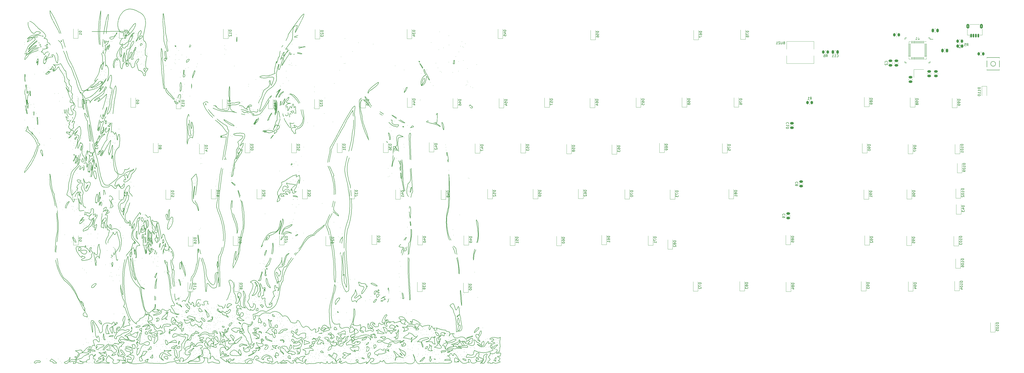
<source format=gbr>
%TF.GenerationSoftware,KiCad,Pcbnew,(6.99.0-4502-gf1556ed801-dirty)*%
%TF.CreationDate,2022-12-15T21:42:19-05:00*%
%TF.ProjectId,necpc8801l,6e656370-6338-4383-9031-6c2e6b696361,rev?*%
%TF.SameCoordinates,Original*%
%TF.FileFunction,Legend,Bot*%
%TF.FilePolarity,Positive*%
%FSLAX46Y46*%
G04 Gerber Fmt 4.6, Leading zero omitted, Abs format (unit mm)*
G04 Created by KiCad (PCBNEW (6.99.0-4502-gf1556ed801-dirty)) date 2022-12-15 21:42:19*
%MOMM*%
%LPD*%
G01*
G04 APERTURE LIST*
G04 Aperture macros list*
%AMRoundRect*
0 Rectangle with rounded corners*
0 $1 Rounding radius*
0 $2 $3 $4 $5 $6 $7 $8 $9 X,Y pos of 4 corners*
0 Add a 4 corners polygon primitive as box body*
4,1,4,$2,$3,$4,$5,$6,$7,$8,$9,$2,$3,0*
0 Add four circle primitives for the rounded corners*
1,1,$1+$1,$2,$3*
1,1,$1+$1,$4,$5*
1,1,$1+$1,$6,$7*
1,1,$1+$1,$8,$9*
0 Add four rect primitives between the rounded corners*
20,1,$1+$1,$2,$3,$4,$5,0*
20,1,$1+$1,$4,$5,$6,$7,0*
20,1,$1+$1,$6,$7,$8,$9,0*
20,1,$1+$1,$8,$9,$2,$3,0*%
G04 Aperture macros list end*
%ADD10C,0.164142*%
%ADD11C,0.150000*%
%ADD12C,0.120000*%
%ADD13O,1.800000X1.070000*%
%ADD14R,1.800000X1.070000*%
%ADD15C,5.400000*%
%ADD16C,1.750000*%
%ADD17C,3.987800*%
%ADD18C,3.000000*%
%ADD19C,2.250000*%
%ADD20R,1.200000X0.900000*%
%ADD21RoundRect,0.250000X-0.475000X0.250000X-0.475000X-0.250000X0.475000X-0.250000X0.475000X0.250000X0*%
%ADD22RoundRect,0.250000X0.262500X0.450000X-0.262500X0.450000X-0.262500X-0.450000X0.262500X-0.450000X0*%
%ADD23R,1.800000X1.100000*%
%ADD24RoundRect,0.250000X0.250000X0.475000X-0.250000X0.475000X-0.250000X-0.475000X0.250000X-0.475000X0*%
%ADD25RoundRect,0.250000X-0.250000X-0.475000X0.250000X-0.475000X0.250000X0.475000X-0.250000X0.475000X0*%
%ADD26RoundRect,0.250000X0.475000X-0.250000X0.475000X0.250000X-0.475000X0.250000X-0.475000X-0.250000X0*%
%ADD27RoundRect,0.150000X-0.150000X-0.625000X0.150000X-0.625000X0.150000X0.625000X-0.150000X0.625000X0*%
%ADD28RoundRect,0.250000X-0.350000X-0.650000X0.350000X-0.650000X0.350000X0.650000X-0.350000X0.650000X0*%
%ADD29R,1.500000X0.550000*%
%ADD30RoundRect,0.062500X0.475000X0.062500X-0.475000X0.062500X-0.475000X-0.062500X0.475000X-0.062500X0*%
%ADD31R,0.550000X1.500000*%
%ADD32RoundRect,0.062500X0.062500X0.475000X-0.062500X0.475000X-0.062500X-0.475000X0.062500X-0.475000X0*%
%ADD33R,5.200000X5.200000*%
%ADD34R,1.400000X1.200000*%
%ADD35RoundRect,0.250000X-0.262500X-0.450000X0.262500X-0.450000X0.262500X0.450000X-0.262500X0.450000X0*%
%ADD36R,2.200000X2.200000*%
%TA.AperFunction,Profile*%
%ADD37C,0.150000*%
%TD*%
%TA.AperFunction,Profile*%
%ADD38C,0.050000*%
%TD*%
G04 APERTURE END LIST*
D10*
X2288495Y-141797988D02*
X2288495Y-141797988D01*
X2288495Y-141797988D02*
X2288495Y-141797988D01*
X2288495Y-141797988D02*
X2288495Y-141797988D01*
X3666851Y-141707885D02*
X3666851Y-141707885D01*
X3666851Y-141707885D02*
X3666851Y-141707885D01*
X3772133Y-141754842D02*
X3666851Y-141707885D01*
X3869032Y-141790627D02*
X3772133Y-141754842D01*
X3958123Y-141816040D02*
X3869032Y-141790627D01*
X4039982Y-141831883D02*
X3958123Y-141816040D01*
X4115186Y-141838957D02*
X4039982Y-141831883D01*
X4184311Y-141838062D02*
X4115186Y-141838957D01*
X4247933Y-141830000D02*
X4184311Y-141838062D01*
X4306628Y-141815572D02*
X4247933Y-141830000D01*
X4360973Y-141795579D02*
X4306628Y-141815572D01*
X4411544Y-141770822D02*
X4360973Y-141795579D01*
X4458917Y-141742101D02*
X4411544Y-141770822D01*
X4503668Y-141710218D02*
X4458917Y-141742101D01*
X4587610Y-141640171D02*
X4503668Y-141710218D01*
X4667979Y-141567086D02*
X4587610Y-141640171D01*
X4749386Y-141497374D02*
X4667979Y-141567086D01*
X4791919Y-141465785D02*
X4749386Y-141497374D01*
X4836439Y-141437442D02*
X4791919Y-141465785D01*
X4883525Y-141413146D02*
X4836439Y-141437442D01*
X4933750Y-141393698D02*
X4883525Y-141413146D01*
X4987692Y-141379900D02*
X4933750Y-141393698D01*
X5045928Y-141372551D02*
X4987692Y-141379900D01*
X5109032Y-141372453D02*
X5045928Y-141372551D01*
X5177581Y-141380408D02*
X5109032Y-141372453D01*
X5252152Y-141397216D02*
X5177581Y-141380408D01*
X5333321Y-141423678D02*
X5252152Y-141397216D01*
X5421664Y-141460595D02*
X5333321Y-141423678D01*
X5517757Y-141508769D02*
X5421664Y-141460595D01*
X5622177Y-141569000D02*
X5517757Y-141508769D01*
X5735499Y-141642089D02*
X5622177Y-141569000D01*
X5735499Y-141642089D02*
X5735499Y-141642089D01*
X5888196Y-141566731D02*
X5735499Y-141642089D01*
X6008833Y-141492657D02*
X5888196Y-141566731D01*
X6099212Y-141420238D02*
X6008833Y-141492657D01*
X6161139Y-141349844D02*
X6099212Y-141420238D01*
X6196416Y-141281847D02*
X6161139Y-141349844D01*
X6206847Y-141216618D02*
X6196416Y-141281847D01*
X6194237Y-141154529D02*
X6206847Y-141216618D01*
X6160390Y-141095949D02*
X6194237Y-141154529D01*
X6107109Y-141041250D02*
X6160390Y-141095949D01*
X6036198Y-140990804D02*
X6107109Y-141041250D01*
X5949461Y-140944981D02*
X6036198Y-140990804D01*
X5848702Y-140904152D02*
X5949461Y-140944981D01*
X5735724Y-140868689D02*
X5848702Y-140904152D01*
X5612333Y-140838962D02*
X5735724Y-140868689D01*
X5341522Y-140798204D02*
X5612333Y-140838962D01*
X5050700Y-140784844D02*
X5341522Y-140798204D01*
X4902295Y-140789367D02*
X5050700Y-140784844D01*
X4754299Y-140801853D02*
X4902295Y-140789367D01*
X4608515Y-140822674D02*
X4754299Y-140801853D01*
X4466749Y-140852199D02*
X4608515Y-140822674D01*
X4330802Y-140890801D02*
X4466749Y-140852199D01*
X4202481Y-140938850D02*
X4330802Y-140890801D01*
X4083587Y-140996718D02*
X4202481Y-140938850D01*
X3975926Y-141064776D02*
X4083587Y-140996718D01*
X3881300Y-141143394D02*
X3975926Y-141064776D01*
X3801515Y-141232944D02*
X3881300Y-141143394D01*
X3738374Y-141333798D02*
X3801515Y-141232944D01*
X3693680Y-141446325D02*
X3738374Y-141333798D01*
X3669238Y-141570897D02*
X3693680Y-141446325D01*
X3666851Y-141707885D02*
X3669238Y-141570897D01*
X11316370Y-141723190D02*
X11316370Y-141723190D01*
X11316370Y-141723190D02*
X11316370Y-141723190D01*
X11861950Y-141821898D02*
X11316370Y-141723190D01*
X12279665Y-141878116D02*
X11861950Y-141821898D01*
X12444019Y-141891355D02*
X12279665Y-141878116D01*
X12580541Y-141895246D02*
X12444019Y-141891355D01*
X12690610Y-141890216D02*
X12580541Y-141895246D01*
X12775604Y-141876689D02*
X12690610Y-141890216D01*
X12836902Y-141855091D02*
X12775604Y-141876689D01*
X12875881Y-141825847D02*
X12836902Y-141855091D01*
X12893919Y-141789382D02*
X12875881Y-141825847D01*
X12892396Y-141746121D02*
X12893919Y-141789382D01*
X12872689Y-141696490D02*
X12892396Y-141746121D01*
X12836176Y-141640914D02*
X12872689Y-141696490D01*
X12718248Y-141513625D02*
X12836176Y-141640914D01*
X10876427Y-140108611D02*
X12718248Y-141513625D01*
X10876427Y-140108611D02*
X10876427Y-140108611D01*
X10699828Y-140251755D02*
X10876427Y-140108611D01*
X10552804Y-140380512D02*
X10699828Y-140251755D01*
X10433625Y-140495724D02*
X10552804Y-140380512D01*
X10340563Y-140598231D02*
X10433625Y-140495724D01*
X10271888Y-140688873D02*
X10340563Y-140598231D01*
X10225870Y-140768492D02*
X10271888Y-140688873D01*
X10200779Y-140837927D02*
X10225870Y-140768492D01*
X10194887Y-140898020D02*
X10200779Y-140837927D01*
X10206464Y-140949611D02*
X10194887Y-140898020D01*
X10233780Y-140993541D02*
X10206464Y-140949611D01*
X10275107Y-141030650D02*
X10233780Y-140993541D01*
X10328713Y-141061780D02*
X10275107Y-141030650D01*
X10392871Y-141087770D02*
X10328713Y-141061780D01*
X10465850Y-141109462D02*
X10392871Y-141087770D01*
X10631356Y-141143312D02*
X10465850Y-141109462D01*
X10992128Y-141196417D02*
X10631356Y-141143312D01*
X11159724Y-141229123D02*
X10992128Y-141196417D01*
X11300346Y-141274898D02*
X11159724Y-141229123D01*
X11356217Y-141304788D02*
X11300346Y-141274898D01*
X11400157Y-141340467D02*
X11356217Y-141304788D01*
X11430434Y-141382776D02*
X11400157Y-141340467D01*
X11445321Y-141432555D02*
X11430434Y-141382776D01*
X11443088Y-141490645D02*
X11445321Y-141432555D01*
X11422004Y-141557887D02*
X11443088Y-141490645D01*
X11380341Y-141635122D02*
X11422004Y-141557887D01*
X11316370Y-141723190D02*
X11380341Y-141635122D01*
X14927519Y-141703094D02*
X14927519Y-141703094D01*
X14927519Y-141703094D02*
X14927519Y-141703094D01*
X14927519Y-141703094D02*
X14927519Y-141703094D01*
X16254312Y-141776626D02*
X16254305Y-141776595D01*
X16254312Y-141776626D02*
X16254312Y-141776626D01*
X16330980Y-141863778D02*
X16254312Y-141776626D01*
X16412603Y-141932112D02*
X16330980Y-141863778D01*
X16498635Y-141982457D02*
X16412603Y-141932112D01*
X16588530Y-142015643D02*
X16498635Y-141982457D01*
X16681742Y-142032502D02*
X16588530Y-142015643D01*
X16777725Y-142033862D02*
X16681742Y-142032502D01*
X16875932Y-142020555D02*
X16777725Y-142033862D01*
X16975818Y-141993409D02*
X16875932Y-142020555D01*
X17076836Y-141953257D02*
X16975818Y-141993409D01*
X17178440Y-141900927D02*
X17076836Y-141953257D01*
X17280085Y-141837250D02*
X17178440Y-141900927D01*
X17381222Y-141763056D02*
X17280085Y-141837250D01*
X17481308Y-141679175D02*
X17381222Y-141763056D01*
X17579795Y-141586438D02*
X17481308Y-141679175D01*
X17769789Y-141377715D02*
X17579795Y-141586438D01*
X17946835Y-141143529D02*
X17769789Y-141377715D01*
X18106563Y-140890519D02*
X17946835Y-141143529D01*
X18244605Y-140625329D02*
X18106563Y-140890519D01*
X18356591Y-140354600D02*
X18244605Y-140625329D01*
X18401448Y-140219234D02*
X18356591Y-140354600D01*
X18438153Y-140084973D02*
X18401448Y-140219234D01*
X18466159Y-139952648D02*
X18438153Y-140084973D01*
X18484920Y-139823090D02*
X18466159Y-139952648D01*
X18493890Y-139697128D02*
X18484920Y-139823090D01*
X18492523Y-139575592D02*
X18493890Y-139697128D01*
X18480273Y-139459313D02*
X18492523Y-139575592D01*
X18456594Y-139349120D02*
X18480273Y-139459313D01*
X18456594Y-139349120D02*
X18456594Y-139349120D01*
X18391588Y-139576239D02*
X18456594Y-139349120D01*
X18317386Y-139784249D02*
X18391588Y-139576239D01*
X18234882Y-139974087D02*
X18317386Y-139784249D01*
X18144972Y-140146686D02*
X18234882Y-139974087D01*
X18048551Y-140302981D02*
X18144972Y-140146686D01*
X17946513Y-140443908D02*
X18048551Y-140302981D01*
X17839754Y-140570402D02*
X17946513Y-140443908D01*
X17729169Y-140683398D02*
X17839754Y-140570402D01*
X17615653Y-140783830D02*
X17729169Y-140683398D01*
X17500100Y-140872633D02*
X17615653Y-140783830D01*
X17383406Y-140950743D02*
X17500100Y-140872633D01*
X17266466Y-141019093D02*
X17383406Y-140950743D01*
X17150175Y-141078621D02*
X17266466Y-141019093D01*
X17035428Y-141130259D02*
X17150175Y-141078621D01*
X16814145Y-141213609D02*
X17035428Y-141130259D01*
X16609778Y-141276623D02*
X16814145Y-141213609D01*
X16429487Y-141326781D02*
X16609778Y-141276623D01*
X16280432Y-141371561D02*
X16429487Y-141326781D01*
X16219855Y-141394273D02*
X16280432Y-141371561D01*
X16169773Y-141418445D02*
X16219855Y-141394273D01*
X16131080Y-141445012D02*
X16169773Y-141418445D01*
X16104671Y-141474910D02*
X16131080Y-141445012D01*
X16091441Y-141509074D02*
X16104671Y-141474910D01*
X16092285Y-141548437D02*
X16091441Y-141509074D01*
X16108099Y-141593937D02*
X16092285Y-141548437D01*
X16139776Y-141646506D02*
X16108099Y-141593937D01*
X16188213Y-141707081D02*
X16139776Y-141646506D01*
X16254305Y-141776595D02*
X16188213Y-141707081D01*
X19851841Y-141805587D02*
X19851814Y-141805190D01*
X19851841Y-141805587D02*
X19851841Y-141805587D01*
X19811879Y-141856187D02*
X19851841Y-141805587D01*
X19789570Y-141899577D02*
X19811879Y-141856187D01*
X19783496Y-141936042D02*
X19789570Y-141899577D01*
X19792237Y-141965865D02*
X19783496Y-141936042D01*
X19814375Y-141989331D02*
X19792237Y-141965865D01*
X19848490Y-142006723D02*
X19814375Y-141989331D01*
X19893165Y-142018327D02*
X19848490Y-142006723D01*
X19946980Y-142024425D02*
X19893165Y-142018327D01*
X20076355Y-142021243D02*
X19946980Y-142024425D01*
X20225265Y-141999449D02*
X20076355Y-142021243D01*
X20382358Y-141961317D02*
X20225265Y-141999449D01*
X20536284Y-141909120D02*
X20382358Y-141961317D01*
X20675693Y-141845129D02*
X20536284Y-141909120D01*
X20736406Y-141809422D02*
X20675693Y-141845129D01*
X20789232Y-141771619D02*
X20736406Y-141809422D01*
X20832754Y-141732003D02*
X20789232Y-141771619D01*
X20865553Y-141690860D02*
X20832754Y-141732003D01*
X20886208Y-141648474D02*
X20865553Y-141690860D01*
X20893302Y-141605127D02*
X20886208Y-141648474D01*
X20885416Y-141561106D02*
X20893302Y-141605127D01*
X20861131Y-141516692D02*
X20885416Y-141561106D01*
X20819028Y-141472172D02*
X20861131Y-141516692D01*
X20757688Y-141427828D02*
X20819028Y-141472172D01*
X20675693Y-141383945D02*
X20757688Y-141427828D01*
X20571623Y-141340808D02*
X20675693Y-141383945D01*
X20444059Y-141298699D02*
X20571623Y-141340808D01*
X20291584Y-141257903D02*
X20444059Y-141298699D01*
X20291584Y-141257903D02*
X20291584Y-141257903D01*
X20510405Y-140973540D02*
X20291584Y-141257903D01*
X20719372Y-140696802D02*
X20510405Y-140973540D01*
X21105627Y-140172631D02*
X20719372Y-140696802D01*
X21446116Y-139698241D02*
X21105627Y-140172631D01*
X21736608Y-139286483D02*
X21446116Y-139698241D01*
X21972873Y-138950207D02*
X21736608Y-139286483D01*
X22150678Y-138702265D02*
X21972873Y-138950207D01*
X22216336Y-138615434D02*
X22150678Y-138702265D01*
X22265792Y-138555505D02*
X22216336Y-138615434D01*
X22298517Y-138524086D02*
X22265792Y-138555505D01*
X22308441Y-138519568D02*
X22298517Y-138524086D01*
X22313984Y-138522781D02*
X22308441Y-138519568D01*
X22313984Y-138522781D02*
X22313984Y-138522781D01*
X22323487Y-138386589D02*
X22313984Y-138522781D01*
X22348534Y-138263235D02*
X22323487Y-138386589D01*
X22388135Y-138152116D02*
X22348534Y-138263235D01*
X22441298Y-138052627D02*
X22388135Y-138152116D01*
X22507030Y-137964165D02*
X22441298Y-138052627D01*
X22584340Y-137886127D02*
X22507030Y-137964165D01*
X22672236Y-137817908D02*
X22584340Y-137886127D01*
X22769727Y-137758904D02*
X22672236Y-137817908D01*
X22875821Y-137708513D02*
X22769727Y-137758904D01*
X22989526Y-137666130D02*
X22875821Y-137708513D01*
X23109851Y-137631151D02*
X22989526Y-137666130D01*
X23235803Y-137602973D02*
X23109851Y-137631151D01*
X23500624Y-137564605D02*
X23235803Y-137602973D01*
X23776056Y-137546195D02*
X23500624Y-137564605D01*
X24054165Y-137542914D02*
X23776056Y-137546195D01*
X24327017Y-137549931D02*
X24054165Y-137542914D01*
X24825217Y-137575540D02*
X24327017Y-137549931D01*
X25034698Y-137584473D02*
X24825217Y-137575540D01*
X25207187Y-137584385D02*
X25034698Y-137584473D01*
X25334752Y-137570446D02*
X25207187Y-137584385D01*
X25379208Y-137556773D02*
X25334752Y-137570446D01*
X25409458Y-137537826D02*
X25379208Y-137556773D01*
X25409458Y-137537826D02*
X25409458Y-137537826D01*
X25773351Y-137681311D02*
X25409458Y-137537826D01*
X26028852Y-137800932D02*
X25773351Y-137681311D01*
X26119010Y-137853119D02*
X26028852Y-137800932D01*
X26185738Y-137900928D02*
X26119010Y-137853119D01*
X26230256Y-137944891D02*
X26185738Y-137900928D01*
X26253787Y-137985536D02*
X26230256Y-137944891D01*
X26257553Y-138023395D02*
X26253787Y-137985536D01*
X26242777Y-138058995D02*
X26257553Y-138023395D01*
X26210680Y-138092868D02*
X26242777Y-138058995D01*
X26162485Y-138125543D02*
X26210680Y-138092868D01*
X26022690Y-138189419D02*
X26162485Y-138125543D01*
X25833168Y-138254859D02*
X26022690Y-138189419D01*
X25344054Y-138407389D02*
X25833168Y-138254859D01*
X25064018Y-138502955D02*
X25344054Y-138407389D01*
X24773366Y-138617039D02*
X25064018Y-138502955D01*
X24481876Y-138753880D02*
X24773366Y-138617039D01*
X24338872Y-138832158D02*
X24481876Y-138753880D01*
X24199325Y-138917715D02*
X24338872Y-138832158D01*
X24064457Y-139011080D02*
X24199325Y-138917715D01*
X23935491Y-139112783D02*
X24064457Y-139011080D01*
X23813648Y-139223354D02*
X23935491Y-139112783D01*
X23700151Y-139343322D02*
X23813648Y-139223354D01*
X23700151Y-139343322D02*
X23700151Y-139343322D01*
X23599170Y-139458671D02*
X23700151Y-139343322D01*
X23496280Y-139561103D02*
X23599170Y-139458671D01*
X23391782Y-139651546D02*
X23496280Y-139561103D01*
X23285973Y-139730927D02*
X23391782Y-139651546D01*
X23179154Y-139800176D02*
X23285973Y-139730927D01*
X23071622Y-139860220D02*
X23179154Y-139800176D01*
X22963677Y-139911987D02*
X23071622Y-139860220D01*
X22855618Y-139956405D02*
X22963677Y-139911987D01*
X22747743Y-139994403D02*
X22855618Y-139956405D01*
X22640353Y-140026908D02*
X22747743Y-139994403D01*
X22428219Y-140079153D02*
X22640353Y-140026908D01*
X22022913Y-140158569D02*
X22428219Y-140079153D01*
X21834524Y-140200588D02*
X22022913Y-140158569D01*
X21744942Y-140225424D02*
X21834524Y-140200588D01*
X21658834Y-140254049D02*
X21744942Y-140225424D01*
X21576498Y-140287389D02*
X21658834Y-140254049D01*
X21498234Y-140326374D02*
X21576498Y-140287389D01*
X21424340Y-140371932D02*
X21498234Y-140326374D01*
X21355116Y-140424990D02*
X21424340Y-140371932D01*
X21290861Y-140486477D02*
X21355116Y-140424990D01*
X21231873Y-140557321D02*
X21290861Y-140486477D01*
X21178452Y-140638450D02*
X21231873Y-140557321D01*
X21130896Y-140730792D02*
X21178452Y-140638450D01*
X21089505Y-140835274D02*
X21130896Y-140730792D01*
X21054577Y-140952826D02*
X21089505Y-140835274D01*
X21026412Y-141084375D02*
X21054577Y-140952826D01*
X21005308Y-141230850D02*
X21026412Y-141084375D01*
X21005308Y-141230850D02*
X21005308Y-141230850D01*
X21169567Y-141362040D02*
X21005308Y-141230850D01*
X21340648Y-141480608D02*
X21169567Y-141362040D01*
X21517068Y-141586892D02*
X21340648Y-141480608D01*
X21697348Y-141681230D02*
X21517068Y-141586892D01*
X21880005Y-141763961D02*
X21697348Y-141681230D01*
X22063558Y-141835422D02*
X21880005Y-141763961D01*
X22246527Y-141895952D02*
X22063558Y-141835422D01*
X22427430Y-141945888D02*
X22246527Y-141895952D01*
X22604787Y-141985569D02*
X22427430Y-141945888D01*
X22777116Y-142015332D02*
X22604787Y-141985569D01*
X22942936Y-142035517D02*
X22777116Y-142015332D01*
X23100766Y-142046460D02*
X22942936Y-142035517D01*
X23249125Y-142048500D02*
X23100766Y-142046460D01*
X23386531Y-142041976D02*
X23249125Y-142048500D01*
X23511504Y-142027225D02*
X23386531Y-142041976D01*
X23622563Y-142004585D02*
X23511504Y-142027225D01*
X23718226Y-141974394D02*
X23622563Y-142004585D01*
X23797013Y-141936991D02*
X23718226Y-141974394D01*
X23857442Y-141892713D02*
X23797013Y-141936991D01*
X23898032Y-141841900D02*
X23857442Y-141892713D01*
X23917302Y-141784888D02*
X23898032Y-141841900D01*
X23913771Y-141722015D02*
X23917302Y-141784888D01*
X23885957Y-141653621D02*
X23913771Y-141722015D01*
X23832381Y-141580043D02*
X23885957Y-141653621D01*
X23751560Y-141501619D02*
X23832381Y-141580043D01*
X23642014Y-141418687D02*
X23751560Y-141501619D01*
X23502261Y-141331586D02*
X23642014Y-141418687D01*
X23330820Y-141240653D02*
X23502261Y-141331586D01*
X23126211Y-141146226D02*
X23330820Y-141240653D01*
X22886952Y-141048644D02*
X23126211Y-141146226D01*
X22611561Y-140948245D02*
X22886952Y-141048644D01*
X22298559Y-140845367D02*
X22611561Y-140948245D01*
X22298559Y-140845367D02*
X22298559Y-140845367D01*
X22437188Y-140944594D02*
X22298559Y-140845367D01*
X22577870Y-141030875D02*
X22437188Y-140944594D01*
X22720134Y-141105025D02*
X22577870Y-141030875D01*
X22863510Y-141167857D02*
X22720134Y-141105025D01*
X23007528Y-141220187D02*
X22863510Y-141167857D01*
X23151719Y-141262830D02*
X23007528Y-141220187D01*
X23295611Y-141296600D02*
X23151719Y-141262830D01*
X23438736Y-141322312D02*
X23295611Y-141296600D01*
X23580622Y-141340781D02*
X23438736Y-141322312D01*
X23720800Y-141352822D02*
X23580622Y-141340781D01*
X23858800Y-141359248D02*
X23720800Y-141352822D01*
X23994151Y-141360876D02*
X23858800Y-141359248D01*
X24255030Y-141352993D02*
X23994151Y-141360876D01*
X24499674Y-141335691D02*
X24255030Y-141352993D01*
X24925218Y-141298901D02*
X24499674Y-141335691D01*
X25098596Y-141292449D02*
X24925218Y-141298901D01*
X25173792Y-141295060D02*
X25098596Y-141292449D01*
X25240699Y-141302649D02*
X25173792Y-141295060D01*
X25298847Y-141316031D02*
X25240699Y-141302649D01*
X25347765Y-141336020D02*
X25298847Y-141316031D01*
X25386984Y-141363431D02*
X25347765Y-141336020D01*
X25416034Y-141399079D02*
X25386984Y-141363431D01*
X25434445Y-141443779D02*
X25416034Y-141399079D01*
X25441745Y-141498345D02*
X25434445Y-141443779D01*
X25437467Y-141563592D02*
X25441745Y-141498345D01*
X25421138Y-141640334D02*
X25437467Y-141563592D01*
X25421138Y-141640334D02*
X25421138Y-141640334D01*
X25367513Y-141446700D02*
X25421138Y-141640334D01*
X25330814Y-141276127D02*
X25367513Y-141446700D01*
X25309879Y-141127030D02*
X25330814Y-141276127D01*
X25303547Y-140997822D02*
X25309879Y-141127030D01*
X25310656Y-140886916D02*
X25303547Y-140997822D01*
X25330043Y-140792724D02*
X25310656Y-140886916D01*
X25360546Y-140713662D02*
X25330043Y-140792724D01*
X25401004Y-140648141D02*
X25360546Y-140713662D01*
X25450255Y-140594575D02*
X25401004Y-140648141D01*
X25507136Y-140551377D02*
X25450255Y-140594575D01*
X25570486Y-140516960D02*
X25507136Y-140551377D01*
X25639142Y-140489738D02*
X25570486Y-140516960D01*
X25787727Y-140450531D02*
X25639142Y-140489738D01*
X25943595Y-140421062D02*
X25787727Y-140450531D01*
X26097450Y-140388636D02*
X25943595Y-140421062D01*
X26170718Y-140367347D02*
X26097450Y-140388636D01*
X26239996Y-140340559D02*
X26170718Y-140367347D01*
X26304124Y-140306685D02*
X26239996Y-140340559D01*
X26361938Y-140264138D02*
X26304124Y-140306685D01*
X26412277Y-140211332D02*
X26361938Y-140264138D01*
X26453979Y-140146679D02*
X26412277Y-140211332D01*
X26485882Y-140068592D02*
X26453979Y-140146679D01*
X26506824Y-139975486D02*
X26485882Y-140068592D01*
X26515643Y-139865773D02*
X26506824Y-139975486D01*
X26511177Y-139737867D02*
X26515643Y-139865773D01*
X26492264Y-139590181D02*
X26511177Y-139737867D01*
X26457742Y-139421127D02*
X26492264Y-139590181D01*
X26406449Y-139229120D02*
X26457742Y-139421127D01*
X26337223Y-139012573D02*
X26406449Y-139229120D01*
X26337223Y-139012573D02*
X26337223Y-139012573D01*
X26523614Y-138821267D02*
X26337223Y-139012573D01*
X26693788Y-138659598D02*
X26523614Y-138821267D01*
X26848659Y-138525753D02*
X26693788Y-138659598D01*
X26989139Y-138417921D02*
X26848659Y-138525753D01*
X27116141Y-138334289D02*
X26989139Y-138417921D01*
X27230579Y-138273046D02*
X27116141Y-138334289D01*
X27333365Y-138232380D02*
X27230579Y-138273046D01*
X27425413Y-138210479D02*
X27333365Y-138232380D01*
X27507635Y-138205532D02*
X27425413Y-138210479D01*
X27580945Y-138215726D02*
X27507635Y-138205532D01*
X27646255Y-138239249D02*
X27580945Y-138215726D01*
X27704479Y-138274290D02*
X27646255Y-138239249D01*
X27756529Y-138319036D02*
X27704479Y-138274290D01*
X27803319Y-138371677D02*
X27756529Y-138319036D01*
X27884770Y-138493392D02*
X27803319Y-138371677D01*
X28024720Y-138751828D02*
X27884770Y-138493392D01*
X28097828Y-138859559D02*
X28024720Y-138751828D01*
X28138361Y-138901711D02*
X28097828Y-138859559D01*
X28182764Y-138933638D02*
X28138361Y-138901711D01*
X28231949Y-138953529D02*
X28182764Y-138933638D01*
X28286831Y-138959572D02*
X28231949Y-138953529D01*
X28348321Y-138949954D02*
X28286831Y-138959572D01*
X28417333Y-138922864D02*
X28348321Y-138949954D01*
X28494781Y-138876490D02*
X28417333Y-138922864D01*
X28581576Y-138809020D02*
X28494781Y-138876490D01*
X28678633Y-138718643D02*
X28581576Y-138809020D01*
X28786863Y-138603545D02*
X28678633Y-138718643D01*
X28786863Y-138603545D02*
X28786863Y-138603545D01*
X28958074Y-138362015D02*
X28786863Y-138603545D01*
X29036125Y-138223033D02*
X28958074Y-138362015D01*
X29044978Y-138188140D02*
X29036125Y-138223033D01*
X29036255Y-138174254D02*
X29044978Y-138188140D01*
X29011860Y-138179833D02*
X29036255Y-138174254D01*
X28973698Y-138203334D02*
X29011860Y-138179833D01*
X28863694Y-138297926D02*
X28973698Y-138203334D01*
X28721477Y-138445687D02*
X28863694Y-138297926D01*
X28562286Y-138634270D02*
X28721477Y-138445687D01*
X28401356Y-138851331D02*
X28562286Y-138634270D01*
X28253925Y-139084524D02*
X28401356Y-138851331D01*
X28190033Y-139203313D02*
X28253925Y-139084524D01*
X28135230Y-139321505D02*
X28190033Y-139203313D01*
X28091419Y-139437557D02*
X28135230Y-139321505D01*
X28060506Y-139549927D02*
X28091419Y-139437557D01*
X28044396Y-139657071D02*
X28060506Y-139549927D01*
X28044992Y-139757447D02*
X28044396Y-139657071D01*
X28064200Y-139849510D02*
X28044992Y-139757447D01*
X28103924Y-139931718D02*
X28064200Y-139849510D01*
X28166068Y-140002528D02*
X28103924Y-139931718D01*
X28252538Y-140060396D02*
X28166068Y-140002528D01*
X28365238Y-140103780D02*
X28252538Y-140060396D01*
X28506072Y-140131135D02*
X28365238Y-140103780D01*
X28676945Y-140140920D02*
X28506072Y-140131135D01*
X28879762Y-140131591D02*
X28676945Y-140140920D01*
X28879762Y-140131591D02*
X28879762Y-140131591D01*
X28887347Y-140225335D02*
X28879762Y-140131591D01*
X28884186Y-140317536D02*
X28887347Y-140225335D01*
X28871579Y-140408110D02*
X28884186Y-140317536D01*
X28850825Y-140496971D02*
X28871579Y-140408110D01*
X28790071Y-140669218D02*
X28850825Y-140496971D01*
X28712316Y-140833596D02*
X28790071Y-140669218D01*
X28547368Y-141136035D02*
X28712316Y-140833596D01*
X28480957Y-141272738D02*
X28547368Y-141136035D01*
X28439111Y-141398856D02*
X28480957Y-141272738D01*
X28430647Y-141457735D02*
X28439111Y-141398856D01*
X28432220Y-141513713D02*
X28430647Y-141457735D01*
X28445131Y-141566705D02*
X28432220Y-141513713D01*
X28470677Y-141616628D02*
X28445131Y-141566705D01*
X28510158Y-141663395D02*
X28470677Y-141616628D01*
X28564872Y-141706922D02*
X28510158Y-141663395D01*
X28636119Y-141747125D02*
X28564872Y-141706922D01*
X28725197Y-141783918D02*
X28636119Y-141747125D01*
X28833406Y-141817216D02*
X28725197Y-141783918D01*
X28962044Y-141846935D02*
X28833406Y-141817216D01*
X29112410Y-141872989D02*
X28962044Y-141846935D01*
X29285803Y-141895295D02*
X29112410Y-141872989D01*
X29706867Y-141928318D02*
X29285803Y-141895295D01*
X30235626Y-141945327D02*
X29706867Y-141928318D01*
X30235626Y-141945327D02*
X30235626Y-141945327D01*
X30447773Y-141879856D02*
X30235626Y-141945327D01*
X30654248Y-141824887D02*
X30447773Y-141879856D01*
X30855168Y-141779738D02*
X30654248Y-141824887D01*
X31050650Y-141743732D02*
X30855168Y-141779738D01*
X31240810Y-141716187D02*
X31050650Y-141743732D01*
X31425764Y-141696425D02*
X31240810Y-141716187D01*
X31605629Y-141683765D02*
X31425764Y-141696425D01*
X31780522Y-141677529D02*
X31605629Y-141683765D01*
X31950558Y-141677036D02*
X31780522Y-141677529D01*
X32115854Y-141681607D02*
X31950558Y-141677036D01*
X32432694Y-141703221D02*
X32115854Y-141681607D01*
X32731972Y-141736935D02*
X32432694Y-141703221D01*
X33014620Y-141777311D02*
X32731972Y-141736935D01*
X33533752Y-141856301D02*
X33014620Y-141777311D01*
X33772100Y-141884040D02*
X33533752Y-141856301D01*
X33997543Y-141896693D02*
X33772100Y-141884040D01*
X34105718Y-141895663D02*
X33997543Y-141896693D01*
X34211015Y-141888823D02*
X34105718Y-141895663D01*
X34313553Y-141875492D02*
X34211015Y-141888823D01*
X34413447Y-141854991D02*
X34313553Y-141875492D01*
X34510814Y-141826641D02*
X34413447Y-141854991D01*
X34605770Y-141789762D02*
X34510814Y-141826641D01*
X34698431Y-141743674D02*
X34605770Y-141789762D01*
X34788915Y-141687698D02*
X34698431Y-141743674D01*
X34788915Y-141687698D02*
X34788915Y-141687698D01*
X34581096Y-141675184D02*
X34788915Y-141687698D01*
X34391333Y-141653894D02*
X34581096Y-141675184D01*
X34219097Y-141624162D02*
X34391333Y-141653894D01*
X34063860Y-141586327D02*
X34219097Y-141624162D01*
X33925093Y-141540724D02*
X34063860Y-141586327D01*
X33802269Y-141487690D02*
X33925093Y-141540724D01*
X33694858Y-141427563D02*
X33802269Y-141487690D01*
X33602332Y-141360677D02*
X33694858Y-141427563D01*
X33524163Y-141287371D02*
X33602332Y-141360677D01*
X33459822Y-141207981D02*
X33524163Y-141287371D01*
X33408782Y-141122843D02*
X33459822Y-141207981D01*
X33370513Y-141032294D02*
X33408782Y-141122843D01*
X33344487Y-140936671D02*
X33370513Y-141032294D01*
X33330176Y-140836311D02*
X33344487Y-140936671D01*
X33327051Y-140731549D02*
X33330176Y-140836311D01*
X33334585Y-140622724D02*
X33327051Y-140731549D01*
X33352248Y-140510171D02*
X33334585Y-140622724D01*
X33379512Y-140394226D02*
X33352248Y-140510171D01*
X33415849Y-140275228D02*
X33379512Y-140394226D01*
X33460731Y-140153512D02*
X33415849Y-140275228D01*
X33574013Y-139903273D02*
X33460731Y-140153512D01*
X33715132Y-139646204D02*
X33574013Y-139903273D01*
X33879860Y-139384997D02*
X33715132Y-139646204D01*
X34063970Y-139122346D02*
X33879860Y-139384997D01*
X34263236Y-138860944D02*
X34063970Y-139122346D01*
X34473428Y-138603484D02*
X34263236Y-138860944D01*
X34473428Y-138603484D02*
X34473428Y-138603484D01*
X34552575Y-138741902D02*
X34473428Y-138603484D01*
X34628757Y-138868079D02*
X34552575Y-138741902D01*
X34702159Y-138982745D02*
X34628757Y-138868079D01*
X34772964Y-139086630D02*
X34702159Y-138982745D01*
X34841358Y-139180464D02*
X34772964Y-139086630D01*
X34907525Y-139264976D02*
X34841358Y-139180464D01*
X34971649Y-139340895D02*
X34907525Y-139264976D01*
X35033915Y-139408952D02*
X34971649Y-139340895D01*
X35094508Y-139469875D02*
X35033915Y-139408952D01*
X35153612Y-139524395D02*
X35094508Y-139469875D01*
X35211412Y-139573240D02*
X35153612Y-139524395D01*
X35268091Y-139617141D02*
X35211412Y-139573240D01*
X35323835Y-139656827D02*
X35268091Y-139617141D01*
X35378828Y-139693027D02*
X35323835Y-139656827D01*
X35487299Y-139757890D02*
X35378828Y-139693027D01*
X35703346Y-139877892D02*
X35487299Y-139757890D01*
X35813875Y-139944704D02*
X35703346Y-139877892D01*
X35870412Y-139982366D02*
X35813875Y-139944704D01*
X35928042Y-140023839D02*
X35870412Y-139982366D01*
X35986951Y-140069851D02*
X35928042Y-140023839D01*
X36047323Y-140121133D02*
X35986951Y-140069851D01*
X36109342Y-140178413D02*
X36047323Y-140121133D01*
X36173193Y-140242423D02*
X36109342Y-140178413D01*
X36239061Y-140313890D02*
X36173193Y-140242423D01*
X36307130Y-140393545D02*
X36239061Y-140313890D01*
X36377585Y-140482118D02*
X36307130Y-140393545D01*
X36450609Y-140580337D02*
X36377585Y-140482118D01*
X36450609Y-140580337D02*
X36450609Y-140580337D01*
X36321886Y-140795821D02*
X36450609Y-140580337D01*
X36226930Y-140991831D02*
X36321886Y-140795821D01*
X36163682Y-141168938D02*
X36226930Y-140991831D01*
X36130080Y-141327715D02*
X36163682Y-141168938D01*
X36124062Y-141468735D02*
X36130080Y-141327715D01*
X36143569Y-141592568D02*
X36124062Y-141468735D01*
X36186537Y-141699789D02*
X36143569Y-141592568D01*
X36250908Y-141790968D02*
X36186537Y-141699789D01*
X36334618Y-141866679D02*
X36250908Y-141790968D01*
X36435608Y-141927493D02*
X36334618Y-141866679D01*
X36551816Y-141973984D02*
X36435608Y-141927493D01*
X36681181Y-142006723D02*
X36551816Y-141973984D01*
X36821641Y-142026283D02*
X36681181Y-142006723D01*
X36971137Y-142033235D02*
X36821641Y-142026283D01*
X37127606Y-142028154D02*
X36971137Y-142033235D01*
X37288987Y-142011609D02*
X37127606Y-142028154D01*
X37453220Y-141984175D02*
X37288987Y-142011609D01*
X37618244Y-141946423D02*
X37453220Y-141984175D01*
X37781996Y-141898926D02*
X37618244Y-141946423D01*
X37942417Y-141842256D02*
X37781996Y-141898926D01*
X38097444Y-141776985D02*
X37942417Y-141842256D01*
X38245017Y-141703686D02*
X38097444Y-141776985D01*
X38383075Y-141622930D02*
X38245017Y-141703686D01*
X38509557Y-141535291D02*
X38383075Y-141622930D01*
X38622401Y-141441341D02*
X38509557Y-141535291D01*
X38719546Y-141341651D02*
X38622401Y-141441341D01*
X38798932Y-141236795D02*
X38719546Y-141341651D01*
X38858497Y-141127344D02*
X38798932Y-141236795D01*
X38896179Y-141013872D02*
X38858497Y-141127344D01*
X38909919Y-140896949D02*
X38896179Y-141013872D01*
X38897654Y-140777149D02*
X38909919Y-140896949D01*
X38857324Y-140655044D02*
X38897654Y-140777149D01*
X38857324Y-140655044D02*
X38857324Y-140655044D01*
X38111050Y-140535443D02*
X38857324Y-140655044D01*
X37939886Y-140499493D02*
X38111050Y-140535443D01*
X37884077Y-140477708D02*
X37939886Y-140499493D01*
X37929153Y-140468788D02*
X37884077Y-140477708D01*
X38060644Y-140471431D02*
X37929153Y-140468788D01*
X38524986Y-140506204D02*
X38060644Y-140471431D01*
X39161342Y-140571619D02*
X38524986Y-140506204D01*
X39853947Y-140657269D02*
X39161342Y-140571619D01*
X40487038Y-140752745D02*
X39853947Y-140657269D01*
X40745090Y-140800916D02*
X40487038Y-140752745D01*
X40944853Y-140847640D02*
X40745090Y-140800916D01*
X40944853Y-140847640D02*
X40944853Y-140847640D01*
X41061019Y-140845009D02*
X40944853Y-140847640D01*
X41162846Y-140847411D02*
X41061019Y-140845009D01*
X41250864Y-140854518D02*
X41162846Y-140847411D01*
X41325599Y-140866004D02*
X41250864Y-140854518D01*
X41387580Y-140881542D02*
X41325599Y-140866004D01*
X41437335Y-140900806D02*
X41387580Y-140881542D01*
X41475394Y-140923471D02*
X41437335Y-140900806D01*
X41502283Y-140949208D02*
X41475394Y-140923471D01*
X41518531Y-140977691D02*
X41502283Y-140949208D01*
X41524667Y-141008595D02*
X41518531Y-140977691D01*
X41521219Y-141041592D02*
X41524667Y-141008595D01*
X41508715Y-141076355D02*
X41521219Y-141041592D01*
X41487684Y-141112560D02*
X41508715Y-141076355D01*
X41458653Y-141149878D02*
X41487684Y-141112560D01*
X41422151Y-141187984D02*
X41458653Y-141149878D01*
X41378707Y-141226550D02*
X41422151Y-141187984D01*
X41273103Y-141303760D02*
X41378707Y-141226550D01*
X41146067Y-141378895D02*
X41273103Y-141303760D01*
X41001826Y-141449344D02*
X41146067Y-141378895D01*
X40844607Y-141512493D02*
X41001826Y-141449344D01*
X40678634Y-141565732D02*
X40844607Y-141512493D01*
X40508136Y-141606448D02*
X40678634Y-141565732D01*
X40337337Y-141632028D02*
X40508136Y-141606448D01*
X40253146Y-141638326D02*
X40337337Y-141632028D01*
X40170465Y-141639861D02*
X40253146Y-141638326D01*
X40170465Y-141639861D02*
X40170465Y-141639861D01*
X40099477Y-141718200D02*
X40170465Y-141639861D01*
X40053956Y-141785180D02*
X40099477Y-141718200D01*
X40032221Y-141841315D02*
X40053956Y-141785180D01*
X40032590Y-141887118D02*
X40032221Y-141841315D01*
X40053382Y-141923101D02*
X40032590Y-141887118D01*
X40092915Y-141949777D02*
X40053382Y-141923101D01*
X40149507Y-141967658D02*
X40092915Y-141949777D01*
X40221477Y-141977258D02*
X40149507Y-141967658D01*
X40404822Y-141973665D02*
X40221477Y-141977258D01*
X40629498Y-141943100D02*
X40404822Y-141973665D01*
X40882050Y-141889663D02*
X40629498Y-141943100D01*
X41149026Y-141817458D02*
X40882050Y-141889663D01*
X41416971Y-141730587D02*
X41149026Y-141817458D01*
X41672434Y-141633152D02*
X41416971Y-141730587D01*
X41901959Y-141529255D02*
X41672434Y-141633152D01*
X42092094Y-141422997D02*
X41901959Y-141529255D01*
X42168186Y-141370266D02*
X42092094Y-141422997D01*
X42229386Y-141318482D02*
X42168186Y-141370266D01*
X42274011Y-141268160D02*
X42229386Y-141318482D01*
X42300380Y-141219811D02*
X42274011Y-141268160D01*
X42306812Y-141173949D02*
X42300380Y-141219811D01*
X42291624Y-141131087D02*
X42306812Y-141173949D01*
X42253136Y-141091736D02*
X42291624Y-141131087D01*
X42189665Y-141056411D02*
X42253136Y-141091736D01*
X42189665Y-141056411D02*
X42189665Y-141056411D01*
X42174981Y-140549788D02*
X42189665Y-141056411D01*
X42172780Y-140378315D02*
X42174981Y-140549788D01*
X42177431Y-140253608D02*
X42172780Y-140378315D01*
X42183129Y-140206964D02*
X42177431Y-140253608D01*
X42191503Y-140169819D02*
X42183129Y-140206964D01*
X42202875Y-140141442D02*
X42191503Y-140169819D01*
X42217565Y-140121103D02*
X42202875Y-140141442D01*
X42235895Y-140108070D02*
X42217565Y-140121103D01*
X42258185Y-140101614D02*
X42235895Y-140108070D01*
X42284757Y-140101003D02*
X42258185Y-140101614D01*
X42315932Y-140105506D02*
X42284757Y-140101003D01*
X42393374Y-140126934D02*
X42315932Y-140105506D01*
X42493080Y-140160050D02*
X42393374Y-140126934D01*
X42617619Y-140199011D02*
X42493080Y-140160050D01*
X42769560Y-140237968D02*
X42617619Y-140199011D01*
X42856608Y-140255619D02*
X42769560Y-140237968D01*
X42951471Y-140271077D02*
X42856608Y-140255619D01*
X43054468Y-140283612D02*
X42951471Y-140271077D01*
X43165920Y-140292492D02*
X43054468Y-140283612D01*
X43286150Y-140296987D02*
X43165920Y-140292492D01*
X43415477Y-140296367D02*
X43286150Y-140296987D01*
X43554224Y-140289899D02*
X43415477Y-140296367D01*
X43702711Y-140276855D02*
X43554224Y-140289899D01*
X43702711Y-140276855D02*
X43702711Y-140276855D01*
X43733421Y-140134892D02*
X43702711Y-140276855D01*
X43743291Y-140005311D02*
X43733421Y-140134892D01*
X43733859Y-139887519D02*
X43743291Y-140005311D01*
X43706660Y-139780923D02*
X43733859Y-139887519D01*
X43663234Y-139684930D02*
X43706660Y-139780923D01*
X43605117Y-139598948D02*
X43663234Y-139684930D01*
X43533847Y-139522384D02*
X43605117Y-139598948D01*
X43450962Y-139454646D02*
X43533847Y-139522384D01*
X43357998Y-139395140D02*
X43450962Y-139454646D01*
X43256494Y-139343274D02*
X43357998Y-139395140D01*
X43147987Y-139298455D02*
X43256494Y-139343274D01*
X43034014Y-139260090D02*
X43147987Y-139298455D01*
X42795822Y-139200353D02*
X43034014Y-139260090D01*
X42554217Y-139159320D02*
X42795822Y-139200353D01*
X41799665Y-139087400D02*
X42554217Y-139159320D01*
X41725493Y-139068764D02*
X41799665Y-139087400D01*
X41714034Y-139056087D02*
X41725493Y-139068764D01*
X41721708Y-139040381D02*
X41714034Y-139056087D01*
X41750054Y-139021053D02*
X41721708Y-139040381D01*
X41800609Y-138997510D02*
X41750054Y-139021053D01*
X41974497Y-138935409D02*
X41800609Y-138997510D01*
X41974497Y-138935409D02*
X41974497Y-138935409D01*
X42115565Y-138883555D02*
X41974497Y-138935409D01*
X42252587Y-138826458D02*
X42115565Y-138883555D01*
X42385047Y-138764578D02*
X42252587Y-138826458D01*
X42512431Y-138698376D02*
X42385047Y-138764578D01*
X42634225Y-138628313D02*
X42512431Y-138698376D01*
X42749913Y-138554851D02*
X42634225Y-138628313D01*
X42858982Y-138478450D02*
X42749913Y-138554851D01*
X42960916Y-138399571D02*
X42858982Y-138478450D01*
X43055202Y-138318676D02*
X42960916Y-138399571D01*
X43141324Y-138236224D02*
X43055202Y-138318676D01*
X43218767Y-138152679D02*
X43141324Y-138236224D01*
X43287018Y-138068499D02*
X43218767Y-138152679D01*
X43345561Y-137984147D02*
X43287018Y-138068499D01*
X43393883Y-137900083D02*
X43345561Y-137984147D01*
X43431468Y-137816768D02*
X43393883Y-137900083D01*
X43457802Y-137734664D02*
X43431468Y-137816768D01*
X43472369Y-137654231D02*
X43457802Y-137734664D01*
X43474657Y-137575931D02*
X43472369Y-137654231D01*
X43464150Y-137500224D02*
X43474657Y-137575931D01*
X43440333Y-137427571D02*
X43464150Y-137500224D01*
X43402691Y-137358434D02*
X43440333Y-137427571D01*
X43350712Y-137293273D02*
X43402691Y-137358434D01*
X43283878Y-137232550D02*
X43350712Y-137293273D01*
X43201677Y-137176725D02*
X43283878Y-137232550D01*
X43103593Y-137126260D02*
X43201677Y-137176725D01*
X42989112Y-137081615D02*
X43103593Y-137126260D01*
X42857719Y-137043251D02*
X42989112Y-137081615D01*
X42708900Y-137011630D02*
X42857719Y-137043251D01*
X42542140Y-136987213D02*
X42708900Y-137011630D01*
X42356924Y-136970460D02*
X42542140Y-136987213D01*
X42152738Y-136961832D02*
X42356924Y-136970460D01*
X41929067Y-136961791D02*
X42152738Y-136961832D01*
X41929067Y-136961791D02*
X41929067Y-136961791D01*
X41741663Y-136801251D02*
X41929067Y-136961791D01*
X41582473Y-136655045D02*
X41741663Y-136801251D01*
X41450239Y-136522724D02*
X41582473Y-136655045D01*
X41343707Y-136403840D02*
X41450239Y-136522724D01*
X41261618Y-136297944D02*
X41343707Y-136403840D01*
X41202717Y-136204589D02*
X41261618Y-136297944D01*
X41165747Y-136123327D02*
X41202717Y-136204589D01*
X41149451Y-136053708D02*
X41165747Y-136123327D01*
X41152573Y-135995285D02*
X41149451Y-136053708D01*
X41173857Y-135947610D02*
X41152573Y-135995285D01*
X41212045Y-135910234D02*
X41173857Y-135947610D01*
X41265881Y-135882709D02*
X41212045Y-135910234D01*
X41334109Y-135864586D02*
X41265881Y-135882709D01*
X41415471Y-135855418D02*
X41334109Y-135864586D01*
X41612576Y-135862151D02*
X41415471Y-135855418D01*
X41847142Y-135899323D02*
X41612576Y-135862151D01*
X42109116Y-135963348D02*
X41847142Y-135899323D01*
X42388447Y-136050639D02*
X42109116Y-135963348D01*
X42675082Y-136157609D02*
X42388447Y-136050639D01*
X42958969Y-136280674D02*
X42675082Y-136157609D01*
X43230055Y-136416246D02*
X42958969Y-136280674D01*
X43478287Y-136560741D02*
X43230055Y-136416246D01*
X43693613Y-136710571D02*
X43478287Y-136560741D01*
X43693613Y-136710571D02*
X43693613Y-136710571D01*
X43735470Y-136532236D02*
X43693613Y-136710571D01*
X43787479Y-136352183D02*
X43735470Y-136532236D01*
X43846845Y-136171488D02*
X43787479Y-136352183D01*
X43910772Y-135991227D02*
X43846845Y-136171488D01*
X44041124Y-135636307D02*
X43910772Y-135991227D01*
X44101959Y-135463799D02*
X44041124Y-135636307D01*
X44156171Y-135296027D02*
X44101959Y-135463799D01*
X44200965Y-135134067D02*
X44156171Y-135296027D01*
X44233545Y-134978994D02*
X44200965Y-135134067D01*
X44244381Y-134904376D02*
X44233545Y-134978994D01*
X44251115Y-134831883D02*
X44244381Y-134904376D01*
X44253398Y-134761650D02*
X44251115Y-134831883D01*
X44250880Y-134693811D02*
X44253398Y-134761650D01*
X44243211Y-134628501D02*
X44250880Y-134693811D01*
X44230043Y-134565853D02*
X44243211Y-134628501D01*
X44211025Y-134506002D02*
X44230043Y-134565853D01*
X44185809Y-134449084D02*
X44211025Y-134506002D01*
X44154044Y-134395232D02*
X44185809Y-134449084D01*
X44115382Y-134344580D02*
X44154044Y-134395232D01*
X44069472Y-134297264D02*
X44115382Y-134344580D01*
X44015966Y-134253417D02*
X44069472Y-134297264D01*
X44015966Y-134253417D02*
X44015966Y-134253417D01*
X44176670Y-134188348D02*
X44015966Y-134253417D01*
X44325531Y-134140127D02*
X44176670Y-134188348D01*
X44462922Y-134107816D02*
X44325531Y-134140127D01*
X44589214Y-134090480D02*
X44462922Y-134107816D01*
X44704780Y-134087184D02*
X44589214Y-134090480D01*
X44809991Y-134096991D02*
X44704780Y-134087184D01*
X44905220Y-134118966D02*
X44809991Y-134096991D01*
X44990838Y-134152172D02*
X44905220Y-134118966D01*
X45067218Y-134195673D02*
X44990838Y-134152172D01*
X45134732Y-134248535D02*
X45067218Y-134195673D01*
X45193752Y-134309820D02*
X45134732Y-134248535D01*
X45244649Y-134378592D02*
X45193752Y-134309820D01*
X45287796Y-134453917D02*
X45244649Y-134378592D01*
X45323565Y-134534858D02*
X45287796Y-134453917D01*
X45352328Y-134620479D02*
X45323565Y-134534858D01*
X45374456Y-134709844D02*
X45352328Y-134620479D01*
X45390323Y-134802017D02*
X45374456Y-134709844D01*
X45400299Y-134896063D02*
X45390323Y-134802017D01*
X45404757Y-134991045D02*
X45400299Y-134896063D01*
X45404070Y-135086027D02*
X45404757Y-134991045D01*
X45388744Y-135272249D02*
X45404070Y-135086027D01*
X45357299Y-135447243D02*
X45388744Y-135272249D01*
X45312711Y-135603520D02*
X45357299Y-135447243D01*
X45286418Y-135672299D02*
X45312711Y-135603520D01*
X45257955Y-135733592D02*
X45286418Y-135672299D01*
X45227694Y-135786463D02*
X45257955Y-135733592D01*
X45196008Y-135829974D02*
X45227694Y-135786463D01*
X45163268Y-135863191D02*
X45196008Y-135829974D01*
X45129846Y-135885177D02*
X45163268Y-135863191D01*
X45129846Y-135885177D02*
X45129846Y-135885177D01*
X44986531Y-135812338D02*
X45129846Y-135885177D01*
X44860243Y-135761337D02*
X44986531Y-135812338D01*
X44750000Y-135730794D02*
X44860243Y-135761337D01*
X44654821Y-135719328D02*
X44750000Y-135730794D01*
X44573724Y-135725557D02*
X44654821Y-135719328D01*
X44505729Y-135748102D02*
X44573724Y-135725557D01*
X44449853Y-135785581D02*
X44505729Y-135748102D01*
X44405115Y-135836614D02*
X44449853Y-135785581D01*
X44370535Y-135899820D02*
X44405115Y-135836614D01*
X44345129Y-135973817D02*
X44370535Y-135899820D01*
X44327917Y-136057226D02*
X44345129Y-135973817D01*
X44317918Y-136148665D02*
X44327917Y-136057226D01*
X44315632Y-136350111D02*
X44317918Y-136148665D01*
X44330418Y-136567109D02*
X44315632Y-136350111D01*
X44379803Y-137003576D02*
X44330418Y-136567109D01*
X44398698Y-137200952D02*
X44379803Y-137003576D01*
X44403261Y-137369694D02*
X44398698Y-137200952D01*
X44397714Y-137439875D02*
X44403261Y-137369694D01*
X44385639Y-137498756D02*
X44397714Y-137439875D01*
X44366056Y-137544955D02*
X44385639Y-137498756D01*
X44337982Y-137577092D02*
X44366056Y-137544955D01*
X44300436Y-137593785D02*
X44337982Y-137577092D01*
X44252437Y-137593655D02*
X44300436Y-137593785D01*
X44193003Y-137575319D02*
X44252437Y-137593655D01*
X44121153Y-137537399D02*
X44193003Y-137575319D01*
X44121153Y-137537399D02*
X44121153Y-137537399D01*
X43773852Y-137889718D02*
X44121153Y-137537399D01*
X43650676Y-138028810D02*
X43773852Y-137889718D01*
X43558240Y-138145783D02*
X43650676Y-138028810D01*
X43494362Y-138242581D02*
X43558240Y-138145783D01*
X43456859Y-138321151D02*
X43494362Y-138242581D01*
X43443550Y-138383436D02*
X43456859Y-138321151D01*
X43452253Y-138431382D02*
X43443550Y-138383436D01*
X43480785Y-138466933D02*
X43452253Y-138431382D01*
X43526965Y-138492035D02*
X43480785Y-138466933D01*
X43588610Y-138508631D02*
X43526965Y-138492035D01*
X43663538Y-138518667D02*
X43588610Y-138508631D01*
X44052441Y-138532106D02*
X43663538Y-138518667D01*
X44269858Y-138550030D02*
X44052441Y-138532106D01*
X44376671Y-138568600D02*
X44269858Y-138550030D01*
X44479310Y-138596168D02*
X44376671Y-138568600D01*
X44575594Y-138634680D02*
X44479310Y-138596168D01*
X44663340Y-138686080D02*
X44575594Y-138634680D01*
X44740367Y-138752313D02*
X44663340Y-138686080D01*
X44804491Y-138835324D02*
X44740367Y-138752313D01*
X44853532Y-138937057D02*
X44804491Y-138835324D01*
X44885307Y-139059458D02*
X44853532Y-138937057D01*
X44897634Y-139204471D02*
X44885307Y-139059458D01*
X44888331Y-139374042D02*
X44897634Y-139204471D01*
X44855216Y-139570114D02*
X44888331Y-139374042D01*
X44796107Y-139794633D02*
X44855216Y-139570114D01*
X44708821Y-140049544D02*
X44796107Y-139794633D01*
X44591177Y-140336791D02*
X44708821Y-140049544D01*
X44591177Y-140336791D02*
X44591177Y-140336791D01*
X44478853Y-140420872D02*
X44591177Y-140336791D01*
X44384741Y-140503257D02*
X44478853Y-140420872D01*
X44307309Y-140583786D02*
X44384741Y-140503257D01*
X44245025Y-140662300D02*
X44307309Y-140583786D01*
X44196358Y-140738639D02*
X44245025Y-140662300D01*
X44159777Y-140812643D02*
X44196358Y-140738639D01*
X44133750Y-140884152D02*
X44159777Y-140812643D01*
X44116746Y-140953007D02*
X44133750Y-140884152D01*
X44103682Y-141082113D02*
X44116746Y-140953007D01*
X44108335Y-141198682D02*
X44103682Y-141082113D01*
X44121785Y-141389096D02*
X44108335Y-141198682D01*
X44117079Y-141426867D02*
X44121785Y-141389096D01*
X44106082Y-141460385D02*
X44117079Y-141426867D01*
X44087263Y-141489489D02*
X44106082Y-141460385D01*
X44059092Y-141514022D02*
X44087263Y-141489489D01*
X44020036Y-141533821D02*
X44059092Y-141514022D01*
X43968564Y-141548729D02*
X44020036Y-141533821D01*
X43903145Y-141558585D02*
X43968564Y-141548729D01*
X43822248Y-141563228D02*
X43903145Y-141558585D01*
X43607893Y-141556240D02*
X43822248Y-141563228D01*
X43313249Y-141526487D02*
X43607893Y-141556240D01*
X42926064Y-141472690D02*
X43313249Y-141526487D01*
X42434087Y-141393569D02*
X42926064Y-141472690D01*
X42434087Y-141393569D02*
X42434087Y-141393569D01*
X42515107Y-141499351D02*
X42434087Y-141393569D01*
X42620263Y-141594805D02*
X42515107Y-141499351D01*
X42748017Y-141680326D02*
X42620263Y-141594805D01*
X42896832Y-141756311D02*
X42748017Y-141680326D01*
X43065169Y-141823155D02*
X42896832Y-141756311D01*
X43251490Y-141881255D02*
X43065169Y-141823155D01*
X43671935Y-141972804D02*
X43251490Y-141881255D01*
X44145862Y-142034124D02*
X43671935Y-141972804D01*
X44660969Y-142068384D02*
X44145862Y-142034124D01*
X45204951Y-142078748D02*
X44660969Y-142068384D01*
X45765506Y-142068385D02*
X45204951Y-142078748D01*
X46330331Y-142040462D02*
X45765506Y-142068385D01*
X46887120Y-141998145D02*
X46330331Y-142040462D01*
X47927382Y-141882997D02*
X46887120Y-141998145D01*
X48787865Y-141748278D02*
X47927382Y-141882997D01*
X49119931Y-141681497D02*
X48787865Y-141748278D01*
X49370142Y-141619323D02*
X49119931Y-141681497D01*
X49370142Y-141619323D02*
X49370142Y-141619323D01*
X49707768Y-141672627D02*
X49370142Y-141619323D01*
X50208267Y-141725857D02*
X49707768Y-141672627D01*
X50844935Y-141777045D02*
X50208267Y-141725857D01*
X51591073Y-141824218D02*
X50844935Y-141777045D01*
X52419978Y-141865406D02*
X51591073Y-141824218D01*
X53304948Y-141898638D02*
X52419978Y-141865406D01*
X54219282Y-141921942D02*
X53304948Y-141898638D01*
X55136278Y-141933349D02*
X54219282Y-141921942D01*
X55136278Y-141933349D02*
X55136278Y-141933349D01*
X55447159Y-141968678D02*
X55136278Y-141933349D01*
X55735964Y-141996617D02*
X55447159Y-141968678D01*
X56003971Y-142017554D02*
X55735964Y-141996617D01*
X56252456Y-142031878D02*
X56003971Y-142017554D01*
X56482697Y-142039977D02*
X56252456Y-142031878D01*
X56695970Y-142042240D02*
X56482697Y-142039977D01*
X56893553Y-142039056D02*
X56695970Y-142042240D01*
X57076723Y-142030814D02*
X56893553Y-142039056D01*
X57246757Y-142017903D02*
X57076723Y-142030814D01*
X57404931Y-142000710D02*
X57246757Y-142017903D01*
X57552523Y-141979625D02*
X57404931Y-142000710D01*
X57690811Y-141955038D02*
X57552523Y-141979625D01*
X57944579Y-141896907D02*
X57690811Y-141955038D01*
X58176451Y-141829427D02*
X57944579Y-141896907D01*
X58615375Y-141678862D02*
X58176451Y-141829427D01*
X58842860Y-141601996D02*
X58615375Y-141678862D01*
X59089315Y-141528222D02*
X58842860Y-141601996D01*
X59364957Y-141460648D02*
X59089315Y-141528222D01*
X59680002Y-141402385D02*
X59364957Y-141460648D01*
X59855493Y-141377717D02*
X59680002Y-141402385D01*
X60044667Y-141356543D02*
X59855493Y-141377717D01*
X60248799Y-141339252D02*
X60044667Y-141356543D01*
X60469167Y-141326232D02*
X60248799Y-141339252D01*
X60469167Y-141326232D02*
X60469167Y-141326232D01*
X61100407Y-141235515D02*
X60469167Y-141326232D01*
X61339221Y-141205200D02*
X61100407Y-141235515D01*
X61534823Y-141185581D02*
X61339221Y-141205200D01*
X61618293Y-141179940D02*
X61534823Y-141185581D01*
X61693207Y-141177162D02*
X61618293Y-141179940D01*
X61760315Y-141177308D02*
X61693207Y-141177162D01*
X61820367Y-141180441D02*
X61760315Y-141177308D01*
X61874110Y-141186625D02*
X61820367Y-141180441D01*
X61922296Y-141195922D02*
X61874110Y-141186625D01*
X61965672Y-141208394D02*
X61922296Y-141195922D01*
X62004988Y-141224105D02*
X61965672Y-141208394D01*
X62040993Y-141243117D02*
X62004988Y-141224105D01*
X62074438Y-141265492D02*
X62040993Y-141243117D01*
X62106069Y-141291293D02*
X62074438Y-141265492D01*
X62136638Y-141320583D02*
X62106069Y-141291293D01*
X62166893Y-141353425D02*
X62136638Y-141320583D01*
X62197584Y-141389881D02*
X62166893Y-141353425D01*
X62263269Y-141473887D02*
X62197584Y-141389881D01*
X62339686Y-141573101D02*
X62263269Y-141473887D01*
X62432830Y-141688025D02*
X62339686Y-141573101D01*
X62487548Y-141751536D02*
X62432830Y-141688025D01*
X62548694Y-141819161D02*
X62487548Y-141751536D01*
X62617020Y-141890965D02*
X62548694Y-141819161D01*
X62693273Y-141967010D02*
X62617020Y-141890965D01*
X62693273Y-141967010D02*
X62693273Y-141967010D01*
X62792825Y-141934140D02*
X62693273Y-141967010D01*
X62902765Y-141909246D02*
X62792825Y-141934140D01*
X63151260Y-141880181D02*
X62902765Y-141909246D01*
X63433660Y-141873418D02*
X63151260Y-141880181D01*
X63744868Y-141882558D02*
X63433660Y-141873418D01*
X64433319Y-141922953D02*
X63744868Y-141882558D01*
X64800368Y-141941413D02*
X64433319Y-141922953D01*
X65175836Y-141950183D02*
X64800368Y-141941413D01*
X65554626Y-141942865D02*
X65175836Y-141950183D01*
X65931640Y-141913061D02*
X65554626Y-141942865D01*
X66301783Y-141854373D02*
X65931640Y-141913061D01*
X66482684Y-141812198D02*
X66301783Y-141854373D01*
X66659955Y-141760402D02*
X66482684Y-141812198D01*
X66832960Y-141698187D02*
X66659955Y-141760402D01*
X67001061Y-141624751D02*
X66832960Y-141698187D01*
X67163621Y-141539296D02*
X67001061Y-141624751D01*
X67320002Y-141441021D02*
X67163621Y-141539296D01*
X67469569Y-141329127D02*
X67320002Y-141441021D01*
X67611682Y-141202814D02*
X67469569Y-141329127D01*
X67745706Y-141061282D02*
X67611682Y-141202814D01*
X67871004Y-140903732D02*
X67745706Y-141061282D01*
X67871004Y-140903732D02*
X67871004Y-140903732D01*
X68082389Y-140870019D02*
X67871004Y-140903732D01*
X68281895Y-140834408D02*
X68082389Y-140870019D01*
X68470170Y-140796859D02*
X68281895Y-140834408D01*
X68647863Y-140757334D02*
X68470170Y-140796859D01*
X68815621Y-140715794D02*
X68647863Y-140757334D01*
X68974092Y-140672199D02*
X68815621Y-140715794D01*
X69123924Y-140626513D02*
X68974092Y-140672199D01*
X69265765Y-140578695D02*
X69123924Y-140626513D01*
X69400262Y-140528706D02*
X69265765Y-140578695D01*
X69528064Y-140476509D02*
X69400262Y-140528706D01*
X69649819Y-140422065D02*
X69528064Y-140476509D01*
X69766175Y-140365334D02*
X69649819Y-140422065D01*
X69877779Y-140306278D02*
X69766175Y-140365334D01*
X69985279Y-140244858D02*
X69877779Y-140306278D01*
X70190560Y-140114772D02*
X69985279Y-140244858D01*
X70387202Y-139974766D02*
X70190560Y-140114772D01*
X70580387Y-139824529D02*
X70387202Y-139974766D01*
X70775299Y-139663753D02*
X70580387Y-139824529D01*
X70977121Y-139492126D02*
X70775299Y-139663753D01*
X71422229Y-139115082D02*
X70977121Y-139492126D01*
X71675882Y-138909044D02*
X71422229Y-139115082D01*
X71957178Y-138690917D02*
X71675882Y-138909044D01*
X71957178Y-138690917D02*
X71957178Y-138690917D01*
X72105912Y-138703355D02*
X71957178Y-138690917D01*
X72242078Y-138699181D02*
X72105912Y-138703355D01*
X72366025Y-138679346D02*
X72242078Y-138699181D01*
X72478102Y-138644799D02*
X72366025Y-138679346D01*
X72578657Y-138596491D02*
X72478102Y-138644799D01*
X72668041Y-138535371D02*
X72578657Y-138596491D01*
X72746602Y-138462389D02*
X72668041Y-138535371D01*
X72814687Y-138378495D02*
X72746602Y-138462389D01*
X72872648Y-138284640D02*
X72814687Y-138378495D01*
X72920832Y-138181772D02*
X72872648Y-138284640D01*
X72959588Y-138070842D02*
X72920832Y-138181772D01*
X72989265Y-137952800D02*
X72959588Y-138070842D01*
X73010212Y-137828596D02*
X72989265Y-137952800D01*
X73022779Y-137699180D02*
X73010212Y-137828596D01*
X73027313Y-137565501D02*
X73022779Y-137699180D01*
X73024164Y-137428510D02*
X73027313Y-137565501D01*
X73013681Y-137289156D02*
X73024164Y-137428510D01*
X72996212Y-137148390D02*
X73013681Y-137289156D01*
X72941714Y-136866419D02*
X72996212Y-137148390D01*
X72863461Y-136590197D02*
X72941714Y-136866419D01*
X72764244Y-136327322D02*
X72863461Y-136590197D01*
X72646855Y-136085396D02*
X72764244Y-136327322D01*
X72582217Y-135974662D02*
X72646855Y-136085396D01*
X72514084Y-135872016D02*
X72582217Y-135974662D01*
X72442803Y-135778406D02*
X72514084Y-135872016D01*
X72368723Y-135694782D02*
X72442803Y-135778406D01*
X72292194Y-135622095D02*
X72368723Y-135694782D01*
X72213564Y-135561294D02*
X72292194Y-135622095D01*
X72213564Y-135561294D02*
X72213564Y-135561294D01*
X72287340Y-135601688D02*
X72213564Y-135561294D01*
X72362137Y-135628672D02*
X72287340Y-135601688D01*
X72437272Y-135643095D02*
X72362137Y-135628672D01*
X72512066Y-135645806D02*
X72437272Y-135643095D01*
X72585836Y-135637655D02*
X72512066Y-135645806D01*
X72657902Y-135619493D02*
X72585836Y-135637655D01*
X72727582Y-135592168D02*
X72657902Y-135619493D01*
X72794196Y-135556530D02*
X72727582Y-135592168D01*
X72857061Y-135513428D02*
X72794196Y-135556530D01*
X72915497Y-135463713D02*
X72857061Y-135513428D01*
X72968823Y-135408234D02*
X72915497Y-135463713D01*
X73016357Y-135347840D02*
X72968823Y-135408234D01*
X73057418Y-135283382D02*
X73016357Y-135347840D01*
X73091326Y-135215708D02*
X73057418Y-135283382D01*
X73117398Y-135145669D02*
X73091326Y-135215708D01*
X73134953Y-135074113D02*
X73117398Y-135145669D01*
X73143311Y-135001891D02*
X73134953Y-135074113D01*
X73141791Y-134929853D02*
X73143311Y-135001891D01*
X73129710Y-134858847D02*
X73141791Y-134929853D01*
X73106388Y-134789724D02*
X73129710Y-134858847D01*
X73071144Y-134723333D02*
X73106388Y-134789724D01*
X73023296Y-134660523D02*
X73071144Y-134723333D01*
X72962164Y-134602145D02*
X73023296Y-134660523D01*
X72887065Y-134549047D02*
X72962164Y-134602145D01*
X72797320Y-134502081D02*
X72887065Y-134549047D01*
X72692246Y-134462094D02*
X72797320Y-134502081D01*
X72571162Y-134429937D02*
X72692246Y-134462094D01*
X72433388Y-134406460D02*
X72571162Y-134429937D01*
X72278242Y-134392511D02*
X72433388Y-134406460D01*
X72105043Y-134388941D02*
X72278242Y-134392511D01*
X71913110Y-134396599D02*
X72105043Y-134388941D01*
X71701761Y-134416335D02*
X71913110Y-134396599D01*
X71701761Y-134416335D02*
X71701761Y-134416335D01*
X71582270Y-134515858D02*
X71701761Y-134416335D01*
X71468080Y-134605576D02*
X71582270Y-134515858D01*
X71359262Y-134685736D02*
X71468080Y-134605576D01*
X71255889Y-134756584D02*
X71359262Y-134685736D01*
X71158035Y-134818365D02*
X71255889Y-134756584D01*
X71065771Y-134871324D02*
X71158035Y-134818365D01*
X70979172Y-134915708D02*
X71065771Y-134871324D01*
X70898308Y-134951761D02*
X70979172Y-134915708D01*
X70823254Y-134979731D02*
X70898308Y-134951761D01*
X70754081Y-134999861D02*
X70823254Y-134979731D01*
X70690863Y-135012398D02*
X70754081Y-134999861D01*
X70633672Y-135017588D02*
X70690863Y-135012398D01*
X70582582Y-135015676D02*
X70633672Y-135017588D01*
X70537664Y-135006907D02*
X70582582Y-135015676D01*
X70498992Y-134991528D02*
X70537664Y-135006907D01*
X70466637Y-134969783D02*
X70498992Y-134991528D01*
X70440674Y-134941919D02*
X70466637Y-134969783D01*
X70421175Y-134908181D02*
X70440674Y-134941919D01*
X70408212Y-134868815D02*
X70421175Y-134908181D01*
X70401858Y-134824067D02*
X70408212Y-134868815D01*
X70402186Y-134774181D02*
X70401858Y-134824067D01*
X70409268Y-134719404D02*
X70402186Y-134774181D01*
X70423178Y-134659982D02*
X70409268Y-134719404D01*
X70443988Y-134596159D02*
X70423178Y-134659982D01*
X70471771Y-134528182D02*
X70443988Y-134596159D01*
X70506600Y-134456296D02*
X70471771Y-134528182D01*
X70548547Y-134380747D02*
X70506600Y-134456296D01*
X70597685Y-134301780D02*
X70548547Y-134380747D01*
X70654086Y-134219641D02*
X70597685Y-134301780D01*
X70717824Y-134134576D02*
X70654086Y-134219641D01*
X70788972Y-134046830D02*
X70717824Y-134134576D01*
X70867601Y-133956649D02*
X70788972Y-134046830D01*
X70867601Y-133956649D02*
X70867601Y-133956649D01*
X70889534Y-133842668D02*
X70867601Y-133956649D01*
X70934077Y-133744183D02*
X70889534Y-133842668D01*
X70999158Y-133660141D02*
X70934077Y-133744183D01*
X71082708Y-133589494D02*
X70999158Y-133660141D01*
X71182656Y-133531190D02*
X71082708Y-133589494D01*
X71296931Y-133484179D02*
X71182656Y-133531190D01*
X71423462Y-133447410D02*
X71296931Y-133484179D01*
X71560179Y-133419834D02*
X71423462Y-133447410D01*
X71855888Y-133388054D02*
X71560179Y-133419834D01*
X72167492Y-133380436D02*
X71855888Y-133388054D01*
X72772125Y-133404069D02*
X72167492Y-133380436D01*
X73241555Y-133423500D02*
X72772125Y-133404069D01*
X73384156Y-133410629D02*
X73241555Y-133423500D01*
X73425180Y-133394871D02*
X73384156Y-133410629D01*
X73443260Y-133371496D02*
X73425180Y-133394871D01*
X73436324Y-133339455D02*
X73443260Y-133371496D01*
X73402302Y-133297696D02*
X73436324Y-133339455D01*
X73339124Y-133245170D02*
X73402302Y-133297696D01*
X73244718Y-133180825D02*
X73339124Y-133245170D01*
X72953941Y-133012480D02*
X73244718Y-133180825D01*
X72513406Y-132784255D02*
X72953941Y-133012480D01*
X72513406Y-132784255D02*
X72513406Y-132784255D01*
X72225456Y-132522864D02*
X72513406Y-132784255D01*
X72067994Y-132361352D02*
X72225456Y-132522864D01*
X72033282Y-132313004D02*
X72067994Y-132361352D01*
X72025294Y-132283570D02*
X72033282Y-132313004D01*
X72042065Y-132271031D02*
X72025294Y-132283570D01*
X72081629Y-132273368D02*
X72042065Y-132271031D01*
X72982782Y-132585368D02*
X72081629Y-132273368D01*
X73298389Y-132670823D02*
X72982782Y-132585368D01*
X73458928Y-132703565D02*
X73298389Y-132670823D01*
X73618669Y-132726960D02*
X73458928Y-132703565D01*
X73775648Y-132738987D02*
X73618669Y-132726960D01*
X73927897Y-132737630D02*
X73775648Y-132738987D01*
X74073451Y-132720868D02*
X73927897Y-132737630D01*
X74210344Y-132686683D02*
X74073451Y-132720868D01*
X74336610Y-132633057D02*
X74210344Y-132686683D01*
X74450283Y-132557970D02*
X74336610Y-132633057D01*
X74549399Y-132459405D02*
X74450283Y-132557970D01*
X74631989Y-132335341D02*
X74549399Y-132459405D01*
X74696090Y-132183762D02*
X74631989Y-132335341D01*
X74739734Y-132002647D02*
X74696090Y-132183762D01*
X74760957Y-131789979D02*
X74739734Y-132002647D01*
X74757791Y-131543739D02*
X74760957Y-131789979D01*
X74757791Y-131543739D02*
X74757791Y-131543739D01*
X74922520Y-131460340D02*
X74757791Y-131543739D01*
X75078972Y-131399078D02*
X74922520Y-131460340D01*
X75227366Y-131358294D02*
X75078972Y-131399078D01*
X75367920Y-131336327D02*
X75227366Y-131358294D01*
X75500850Y-131331520D02*
X75367920Y-131336327D01*
X75626376Y-131342212D02*
X75500850Y-131331520D01*
X75744714Y-131366745D02*
X75626376Y-131342212D01*
X75856083Y-131403459D02*
X75744714Y-131366745D01*
X75960701Y-131450696D02*
X75856083Y-131403459D01*
X76058784Y-131506797D02*
X75960701Y-131450696D01*
X76150551Y-131570101D02*
X76058784Y-131506797D01*
X76236220Y-131638951D02*
X76150551Y-131570101D01*
X76390134Y-131786649D02*
X76236220Y-131638951D01*
X76522268Y-131936617D02*
X76390134Y-131786649D01*
X76728164Y-132190273D02*
X76522268Y-131936617D01*
X76805411Y-132267415D02*
X76728164Y-132190273D01*
X76838371Y-132287757D02*
X76805411Y-132267415D01*
X76867846Y-132293735D02*
X76838371Y-132287757D01*
X76894054Y-132283689D02*
X76867846Y-132293735D01*
X76917213Y-132255960D02*
X76894054Y-132283689D01*
X76937540Y-132208889D02*
X76917213Y-132255960D01*
X76955252Y-132140817D02*
X76937540Y-132208889D01*
X76983707Y-131935033D02*
X76955252Y-132140817D01*
X77004320Y-131625335D02*
X76983707Y-131935033D01*
X77004320Y-131625335D02*
X77004320Y-131625335D01*
X77138137Y-131533910D02*
X77004320Y-131625335D01*
X77259055Y-131475785D02*
X77138137Y-131533910D01*
X77367627Y-131448561D02*
X77259055Y-131475785D01*
X77464408Y-131449842D02*
X77367627Y-131448561D01*
X77549954Y-131477229D02*
X77464408Y-131449842D01*
X77624819Y-131528325D02*
X77549954Y-131477229D01*
X77689559Y-131600732D02*
X77624819Y-131528325D01*
X77744727Y-131692052D02*
X77689559Y-131600732D01*
X77790879Y-131799887D02*
X77744727Y-131692052D01*
X77828570Y-131921840D02*
X77790879Y-131799887D01*
X77880787Y-132198508D02*
X77828570Y-131921840D01*
X77905817Y-132502873D02*
X77880787Y-132198508D01*
X77908100Y-132815754D02*
X77905817Y-132502873D01*
X77892073Y-133117969D02*
X77908100Y-132815754D01*
X77862177Y-133390334D02*
X77892073Y-133117969D01*
X77822850Y-133613670D02*
X77862177Y-133390334D01*
X77778530Y-133768792D02*
X77822850Y-133613670D01*
X77755885Y-133814779D02*
X77778530Y-133768792D01*
X77733657Y-133836520D02*
X77755885Y-133814779D01*
X77712400Y-133831617D02*
X77733657Y-133836520D01*
X77692670Y-133797672D02*
X77712400Y-133831617D01*
X77660007Y-133633064D02*
X77692670Y-133797672D01*
X77640108Y-133323516D02*
X77660007Y-133633064D01*
X77640108Y-133323516D02*
X77640108Y-133323516D01*
X77581386Y-133151880D02*
X77640108Y-133323516D01*
X77508288Y-133002653D02*
X77581386Y-133151880D01*
X77422357Y-132875021D02*
X77508288Y-133002653D01*
X77325134Y-132768170D02*
X77422357Y-132875021D01*
X77218162Y-132681288D02*
X77325134Y-132768170D01*
X77102984Y-132613561D02*
X77218162Y-132681288D01*
X76981141Y-132564176D02*
X77102984Y-132613561D01*
X76854177Y-132532320D02*
X76981141Y-132564176D01*
X76723633Y-132517179D02*
X76854177Y-132532320D01*
X76591051Y-132517940D02*
X76723633Y-132517179D01*
X76457974Y-132533789D02*
X76591051Y-132517940D01*
X76325944Y-132563914D02*
X76457974Y-132533789D01*
X76196504Y-132607500D02*
X76325944Y-132563914D01*
X76071196Y-132663736D02*
X76196504Y-132607500D01*
X75951562Y-132731806D02*
X76071196Y-132663736D01*
X75839144Y-132810899D02*
X75951562Y-132731806D01*
X75735486Y-132900200D02*
X75839144Y-132810899D01*
X75642128Y-132998897D02*
X75735486Y-132900200D01*
X75560614Y-133106176D02*
X75642128Y-132998897D01*
X75492485Y-133221224D02*
X75560614Y-133106176D01*
X75439284Y-133343227D02*
X75492485Y-133221224D01*
X75402554Y-133471372D02*
X75439284Y-133343227D01*
X75383836Y-133604846D02*
X75402554Y-133471372D01*
X75384674Y-133742836D02*
X75383836Y-133604846D01*
X75406608Y-133884527D02*
X75384674Y-133742836D01*
X75451182Y-134029108D02*
X75406608Y-133884527D01*
X75519938Y-134175764D02*
X75451182Y-134029108D01*
X75614419Y-134323682D02*
X75519938Y-134175764D01*
X75736165Y-134472050D02*
X75614419Y-134323682D01*
X75886721Y-134620053D02*
X75736165Y-134472050D01*
X76067628Y-134766878D02*
X75886721Y-134620053D01*
X76280428Y-134911712D02*
X76067628Y-134766878D01*
X76280428Y-134911712D02*
X76280428Y-134911712D01*
X76262065Y-135588547D02*
X76280428Y-134911712D01*
X76244974Y-135854752D02*
X76262065Y-135588547D01*
X76244988Y-135796103D02*
X76244974Y-135854752D01*
X76277937Y-135498378D02*
X76244988Y-135796103D01*
X76311710Y-135286668D02*
X76277937Y-135498378D01*
X76359653Y-135047355D02*
X76311710Y-135286668D01*
X76423747Y-134791163D02*
X76359653Y-135047355D01*
X76505969Y-134528813D02*
X76423747Y-134791163D01*
X76608299Y-134271027D02*
X76505969Y-134528813D01*
X76667623Y-134147196D02*
X76608299Y-134271027D01*
X76732716Y-134028527D02*
X76667623Y-134147196D01*
X76803826Y-133916361D02*
X76732716Y-134028527D01*
X76881199Y-133812037D02*
X76803826Y-133916361D01*
X76965084Y-133716896D02*
X76881199Y-133812037D01*
X77055727Y-133632278D02*
X76965084Y-133716896D01*
X77055727Y-133632278D02*
X77055727Y-133632278D01*
X77150664Y-133656890D02*
X77055727Y-133632278D01*
X77241252Y-133685976D02*
X77150664Y-133656890D01*
X77327327Y-133719185D02*
X77241252Y-133685976D01*
X77408730Y-133756169D02*
X77327327Y-133719185D01*
X77485300Y-133796579D02*
X77408730Y-133756169D01*
X77556875Y-133840068D02*
X77485300Y-133796579D01*
X77623295Y-133886285D02*
X77556875Y-133840068D01*
X77684399Y-133934882D02*
X77623295Y-133886285D01*
X77740026Y-133985511D02*
X77684399Y-133934882D01*
X77790016Y-134037823D02*
X77740026Y-133985511D01*
X77834207Y-134091468D02*
X77790016Y-134037823D01*
X77872438Y-134146099D02*
X77834207Y-134091468D01*
X77904549Y-134201367D02*
X77872438Y-134146099D01*
X77930378Y-134256922D02*
X77904549Y-134201367D01*
X77949766Y-134312417D02*
X77930378Y-134256922D01*
X77962550Y-134367501D02*
X77949766Y-134312417D01*
X77968570Y-134421828D02*
X77962550Y-134367501D01*
X77967666Y-134475048D02*
X77968570Y-134421828D01*
X77959675Y-134526812D02*
X77967666Y-134475048D01*
X77944438Y-134576771D02*
X77959675Y-134526812D01*
X77921794Y-134624577D02*
X77944438Y-134576771D01*
X77891581Y-134669881D02*
X77921794Y-134624577D01*
X77853639Y-134712335D02*
X77891581Y-134669881D01*
X77807806Y-134751589D02*
X77853639Y-134712335D01*
X77753923Y-134787295D02*
X77807806Y-134751589D01*
X77691828Y-134819105D02*
X77753923Y-134787295D01*
X77621360Y-134846669D02*
X77691828Y-134819105D01*
X77542358Y-134869638D02*
X77621360Y-134846669D01*
X77454661Y-134887665D02*
X77542358Y-134869638D01*
X77358110Y-134900399D02*
X77454661Y-134887665D01*
X77252542Y-134907494D02*
X77358110Y-134900399D01*
X77137796Y-134908599D02*
X77252542Y-134907494D01*
X77137796Y-134908599D02*
X77137796Y-134908599D01*
X76794199Y-134715072D02*
X77137796Y-134908599D01*
X76921602Y-134773975D02*
X76794199Y-134715072D01*
X77355748Y-134972095D02*
X76921602Y-134773975D01*
X77636519Y-135087983D02*
X77355748Y-134972095D01*
X77932378Y-135196222D02*
X77636519Y-135087983D01*
X78222793Y-135282658D02*
X77932378Y-135196222D01*
X78487231Y-135333142D02*
X78222793Y-135282658D01*
X78603293Y-135340479D02*
X78487231Y-135333142D01*
X78705161Y-135333521D02*
X78603293Y-135340479D01*
X78790269Y-135310499D02*
X78705161Y-135333521D01*
X78856050Y-135269644D02*
X78790269Y-135310499D01*
X78899938Y-135209187D02*
X78856050Y-135269644D01*
X78919366Y-135127359D02*
X78899938Y-135209187D01*
X78911768Y-135022392D02*
X78919366Y-135127359D01*
X78874576Y-134892516D02*
X78911768Y-135022392D01*
X78805225Y-134735962D02*
X78874576Y-134892516D01*
X78701148Y-134550962D02*
X78805225Y-134735962D01*
X78559778Y-134335746D02*
X78701148Y-134550962D01*
X78378549Y-134088546D02*
X78559778Y-134335746D01*
X78378549Y-134088546D02*
X78378549Y-134088546D01*
X78371011Y-134139907D02*
X78378549Y-134088546D01*
X78383907Y-134176701D02*
X78371011Y-134139907D01*
X78415695Y-134199285D02*
X78383907Y-134176701D01*
X78464831Y-134208014D02*
X78415695Y-134199285D01*
X78529772Y-134203244D02*
X78464831Y-134208014D01*
X78608973Y-134185331D02*
X78529772Y-134203244D01*
X78803986Y-134111500D02*
X78608973Y-134185331D01*
X79037523Y-133989368D02*
X78803986Y-134111500D01*
X79297235Y-133821781D02*
X79037523Y-133989368D01*
X79570776Y-133611586D02*
X79297235Y-133821781D01*
X79845797Y-133361631D02*
X79570776Y-133611586D01*
X79980005Y-133222632D02*
X79845797Y-133361631D01*
X80109952Y-133074761D02*
X79980005Y-133222632D01*
X80234095Y-132918374D02*
X80109952Y-133074761D01*
X80350892Y-132753825D02*
X80234095Y-132918374D01*
X80458798Y-132581472D02*
X80350892Y-132753825D01*
X80556270Y-132401669D02*
X80458798Y-132581472D01*
X80641765Y-132214773D02*
X80556270Y-132401669D01*
X80713739Y-132021140D02*
X80641765Y-132214773D01*
X80770649Y-131821125D02*
X80713739Y-132021140D01*
X80810952Y-131615085D02*
X80770649Y-131821125D01*
X80833103Y-131403375D02*
X80810952Y-131615085D01*
X80835559Y-131186350D02*
X80833103Y-131403375D01*
X80816778Y-130964368D02*
X80835559Y-131186350D01*
X80775215Y-130737784D02*
X80816778Y-130964368D01*
X80709327Y-130506953D02*
X80775215Y-130737784D01*
X80617571Y-130272231D02*
X80709327Y-130506953D01*
X80617571Y-130272231D02*
X80617571Y-130272231D01*
X80328382Y-128790287D02*
X80617571Y-130272231D01*
X80321155Y-128729687D02*
X80328382Y-128790287D01*
X80339226Y-128764366D02*
X80321155Y-128729687D01*
X80449794Y-129062214D02*
X80339226Y-128764366D01*
X80657159Y-129569132D02*
X80449794Y-129062214D01*
X80796226Y-129865148D02*
X80657159Y-129569132D01*
X80958395Y-130170420D02*
X80796226Y-129865148D01*
X81143300Y-130470610D02*
X80958395Y-130170420D01*
X81350575Y-130751379D02*
X81143300Y-130470610D01*
X81462488Y-130880002D02*
X81350575Y-130751379D01*
X81579855Y-130998392D02*
X81462488Y-130880002D01*
X81702633Y-131104759D02*
X81579855Y-130998392D01*
X81830774Y-131197311D02*
X81702633Y-131104759D01*
X81830774Y-131197311D02*
X81830774Y-131197311D01*
X81987695Y-130793478D02*
X81830774Y-131197311D01*
X82112582Y-130497203D02*
X81987695Y-130793478D01*
X82211903Y-130298236D02*
X82112582Y-130497203D01*
X82253997Y-130232040D02*
X82211903Y-130298236D01*
X82292125Y-130186328D02*
X82253997Y-130232040D01*
X82327094Y-130159818D02*
X82292125Y-130186328D01*
X82359714Y-130151230D02*
X82327094Y-130159818D01*
X82390792Y-130159281D02*
X82359714Y-130151230D01*
X82421137Y-130182692D02*
X82390792Y-130159281D01*
X82451557Y-130220180D02*
X82421137Y-130182692D01*
X82482861Y-130270464D02*
X82451557Y-130220180D01*
X82551353Y-130404298D02*
X82482861Y-130270464D01*
X82734509Y-130769152D02*
X82551353Y-130404298D01*
X82862107Y-130979674D02*
X82734509Y-130769152D01*
X82937740Y-131087474D02*
X82862107Y-130979674D01*
X83022340Y-131195259D02*
X82937740Y-131087474D01*
X83116716Y-131301748D02*
X83022340Y-131195259D01*
X83221676Y-131405659D02*
X83116716Y-131301748D01*
X83338028Y-131505711D02*
X83221676Y-131405659D01*
X83466581Y-131600624D02*
X83338028Y-131505711D01*
X83608143Y-131689115D02*
X83466581Y-131600624D01*
X83763522Y-131769904D02*
X83608143Y-131689115D01*
X83933527Y-131841710D02*
X83763522Y-131769904D01*
X84118967Y-131903251D02*
X83933527Y-131841710D01*
X84118967Y-131903251D02*
X84118967Y-131903251D01*
X84272194Y-131832879D02*
X84118967Y-131903251D01*
X84127254Y-131917990D02*
X84272194Y-131832879D01*
X83805492Y-132102800D02*
X84127254Y-131917990D01*
X83428253Y-132331530D02*
X83805492Y-132102800D01*
X83256749Y-132444933D02*
X83428253Y-132331530D01*
X83116881Y-132548397D02*
X83256749Y-132444933D01*
X83023815Y-132634951D02*
X83116881Y-132548397D01*
X82999573Y-132669708D02*
X83023815Y-132634951D01*
X82992720Y-132697621D02*
X82999573Y-132669708D01*
X83005152Y-132717821D02*
X82992720Y-132697621D01*
X83038765Y-132729436D02*
X83005152Y-132717821D01*
X83095454Y-132731593D02*
X83038765Y-132729436D01*
X83177116Y-132723421D02*
X83095454Y-132731593D01*
X83422943Y-132672605D02*
X83177116Y-132723421D01*
X83791414Y-132570014D02*
X83422943Y-132672605D01*
X83791414Y-132570014D02*
X83791414Y-132570014D01*
X84256169Y-132523203D02*
X83791414Y-132570014D01*
X84597049Y-132485391D02*
X84256169Y-132523203D01*
X84815650Y-132462434D02*
X84597049Y-132485391D01*
X84879595Y-132458356D02*
X84815650Y-132462434D01*
X84913567Y-132460189D02*
X84879595Y-132458356D01*
X84919377Y-132463551D02*
X84913567Y-132460189D01*
X84917768Y-132468664D02*
X84919377Y-132463551D01*
X84892395Y-132484513D02*
X84917768Y-132468664D01*
X84837649Y-132508469D02*
X84892395Y-132484513D01*
X84753729Y-132541263D02*
X84837649Y-132508469D01*
X84130296Y-132775466D02*
X84753729Y-132541263D01*
X84130296Y-132775466D02*
X84130296Y-132775466D01*
X84067503Y-132949052D02*
X84130296Y-132775466D01*
X84021460Y-133105161D02*
X84067503Y-132949052D01*
X83991431Y-133244579D02*
X84021460Y-133105161D01*
X83976683Y-133368088D02*
X83991431Y-133244579D01*
X83976479Y-133476472D02*
X83976683Y-133368088D01*
X83990086Y-133570515D02*
X83976479Y-133476472D01*
X84016767Y-133651001D02*
X83990086Y-133570515D01*
X84055788Y-133718713D02*
X84016767Y-133651001D01*
X84106414Y-133774435D02*
X84055788Y-133718713D01*
X84167910Y-133818951D02*
X84106414Y-133774435D01*
X84239540Y-133853044D02*
X84167910Y-133818951D01*
X84320571Y-133877498D02*
X84239540Y-133853044D01*
X84410266Y-133893097D02*
X84320571Y-133877498D01*
X84507891Y-133900624D02*
X84410266Y-133893097D01*
X84723991Y-133894599D02*
X84507891Y-133900624D01*
X84962990Y-133865692D02*
X84723991Y-133894599D01*
X85219008Y-133820174D02*
X84962990Y-133865692D01*
X85758580Y-133704377D02*
X85219008Y-133820174D01*
X86030374Y-133646639D02*
X85758580Y-133704377D01*
X86295667Y-133597368D02*
X86030374Y-133646639D01*
X86548578Y-133562831D02*
X86295667Y-133597368D01*
X86783228Y-133549300D02*
X86548578Y-133562831D01*
X86783228Y-133549300D02*
X86783228Y-133549300D01*
X86669715Y-133474849D02*
X86783228Y-133549300D01*
X86582363Y-133398835D02*
X86669715Y-133474849D01*
X86519704Y-133321408D02*
X86582363Y-133398835D01*
X86480270Y-133242719D02*
X86519704Y-133321408D01*
X86462593Y-133162917D02*
X86480270Y-133242719D01*
X86465205Y-133082153D02*
X86462593Y-133162917D01*
X86486638Y-133000575D02*
X86465205Y-133082153D01*
X86525424Y-132918333D02*
X86486638Y-133000575D01*
X86580096Y-132835579D02*
X86525424Y-132918333D01*
X86649185Y-132752460D02*
X86580096Y-132835579D01*
X86731223Y-132669128D02*
X86649185Y-132752460D01*
X86824743Y-132585732D02*
X86731223Y-132669128D01*
X87040356Y-132419347D02*
X86824743Y-132585732D01*
X87284281Y-132254504D02*
X87040356Y-132419347D01*
X88308222Y-131634529D02*
X87284281Y-132254504D01*
X88517552Y-131495378D02*
X88308222Y-131634529D01*
X88684733Y-131364961D02*
X88517552Y-131495378D01*
X88748848Y-131303402D02*
X88684733Y-131364961D01*
X88798021Y-131244476D02*
X88748848Y-131303402D01*
X88830786Y-131188333D02*
X88798021Y-131244476D01*
X88845674Y-131135123D02*
X88830786Y-131188333D01*
X88845674Y-131135123D02*
X88845674Y-131135123D01*
X89008334Y-131055730D02*
X88845674Y-131135123D01*
X89143302Y-131000661D02*
X89008334Y-131055730D01*
X89251962Y-130968506D02*
X89143302Y-131000661D01*
X89335700Y-130957855D02*
X89251962Y-130968506D01*
X89395900Y-130967297D02*
X89335700Y-130957855D01*
X89433948Y-130995422D02*
X89395900Y-130967297D01*
X89451229Y-131040818D02*
X89433948Y-130995422D01*
X89449127Y-131102076D02*
X89451229Y-131040818D01*
X89429028Y-131177785D02*
X89449127Y-131102076D01*
X89392316Y-131266534D02*
X89429028Y-131177785D01*
X89340378Y-131366913D02*
X89392316Y-131266534D01*
X89274596Y-131477511D02*
X89340378Y-131366913D01*
X89107047Y-131723723D02*
X89274596Y-131477511D01*
X88900749Y-131993884D02*
X89107047Y-131723723D01*
X88666781Y-132276712D02*
X88900749Y-131993884D01*
X88416225Y-132560921D02*
X88666781Y-132276712D01*
X88160159Y-132835226D02*
X88416225Y-132560921D01*
X87909665Y-133088345D02*
X88160159Y-132835226D01*
X87675822Y-133308991D02*
X87909665Y-133088345D01*
X87469709Y-133485881D02*
X87675822Y-133308991D01*
X87302409Y-133607729D02*
X87469709Y-133485881D01*
X87236775Y-133644487D02*
X87302409Y-133607729D01*
X87184999Y-133663253D02*
X87236775Y-133644487D01*
X87184999Y-133663253D02*
X87184999Y-133663253D01*
X87068602Y-133672228D02*
X87184999Y-133663253D01*
X86955764Y-133685436D02*
X87068602Y-133672228D01*
X86846438Y-133702580D02*
X86955764Y-133685436D01*
X86740578Y-133723362D02*
X86846438Y-133702580D01*
X86638135Y-133747486D02*
X86740578Y-133723362D01*
X86539064Y-133774654D02*
X86638135Y-133747486D01*
X86443316Y-133804569D02*
X86539064Y-133774654D01*
X86350845Y-133836933D02*
X86443316Y-133804569D01*
X86261603Y-133871450D02*
X86350845Y-133836933D01*
X86175543Y-133907821D02*
X86261603Y-133871450D01*
X86092618Y-133945751D02*
X86175543Y-133907821D01*
X86012781Y-133984940D02*
X86092618Y-133945751D01*
X85935984Y-134025093D02*
X86012781Y-133984940D01*
X85862180Y-134065912D02*
X85935984Y-134025093D01*
X85723365Y-134148359D02*
X85862180Y-134065912D01*
X85595956Y-134229901D02*
X85723365Y-134148359D01*
X85479576Y-134308163D02*
X85595956Y-134229901D01*
X85278396Y-134445327D02*
X85479576Y-134308163D01*
X85192840Y-134499474D02*
X85278396Y-134445327D01*
X85153655Y-134521899D02*
X85192840Y-134499474D01*
X85116803Y-134540827D02*
X85153655Y-134521899D01*
X85082236Y-134555963D02*
X85116803Y-134540827D01*
X85049908Y-134567007D02*
X85082236Y-134555963D01*
X85019771Y-134573665D02*
X85049908Y-134567007D01*
X84991777Y-134575637D02*
X85019771Y-134573665D01*
X84991777Y-134575637D02*
X84991777Y-134575637D01*
X85007452Y-134658867D02*
X84991777Y-134575637D01*
X85008963Y-134745305D02*
X85007452Y-134658867D01*
X84997257Y-134834492D02*
X85008963Y-134745305D01*
X84973280Y-134925969D02*
X84997257Y-134834492D01*
X84937978Y-135019275D02*
X84973280Y-134925969D01*
X84892297Y-135113953D02*
X84937978Y-135019275D01*
X84837183Y-135209541D02*
X84892297Y-135113953D01*
X84773583Y-135305581D02*
X84837183Y-135209541D01*
X84702443Y-135401613D02*
X84773583Y-135305581D01*
X84624708Y-135497177D02*
X84702443Y-135401613D01*
X84453242Y-135685064D02*
X84624708Y-135497177D01*
X84266754Y-135865566D02*
X84453242Y-135685064D01*
X84072813Y-136035007D02*
X84266754Y-135865566D01*
X83878989Y-136189710D02*
X84072813Y-136035007D01*
X83692851Y-136326000D02*
X83878989Y-136189710D01*
X83521970Y-136440200D02*
X83692851Y-136326000D01*
X83373914Y-136528633D02*
X83521970Y-136440200D01*
X83256252Y-136587624D02*
X83373914Y-136528633D01*
X83211185Y-136604929D02*
X83256252Y-136587624D01*
X83176556Y-136613495D02*
X83211185Y-136604929D01*
X83153309Y-136612863D02*
X83176556Y-136613495D01*
X83142393Y-136602572D02*
X83153309Y-136612863D01*
X83144752Y-136582163D02*
X83142393Y-136602572D01*
X83161333Y-136551177D02*
X83144752Y-136582163D01*
X83161333Y-136551177D02*
X83161333Y-136551177D01*
X83574735Y-136182983D02*
X83161333Y-136551177D01*
X83730610Y-136029888D02*
X83574735Y-136182983D01*
X83855234Y-135895432D02*
X83730610Y-136029888D01*
X83950581Y-135778089D02*
X83855234Y-135895432D01*
X84018628Y-135676339D02*
X83950581Y-135778089D01*
X84061348Y-135588657D02*
X84018628Y-135676339D01*
X84080716Y-135513521D02*
X84061348Y-135588657D01*
X84078709Y-135449409D02*
X84080716Y-135513521D01*
X84057300Y-135394796D02*
X84078709Y-135449409D01*
X84018464Y-135348160D02*
X84057300Y-135394796D01*
X83964176Y-135307978D02*
X84018464Y-135348160D01*
X83896412Y-135272727D02*
X83964176Y-135307978D01*
X83817146Y-135240884D02*
X83896412Y-135272727D01*
X83632008Y-135181331D02*
X83817146Y-135240884D01*
X83424562Y-135117135D02*
X83632008Y-135181331D01*
X83210607Y-135036112D02*
X83424562Y-135117135D01*
X83106127Y-134985483D02*
X83210607Y-135036112D01*
X83005943Y-134926078D02*
X83106127Y-134985483D01*
X82912032Y-134856376D02*
X83005943Y-134926078D01*
X82826369Y-134774851D02*
X82912032Y-134856376D01*
X82750928Y-134679982D02*
X82826369Y-134774851D01*
X82687684Y-134570246D02*
X82750928Y-134679982D01*
X82638612Y-134444119D02*
X82687684Y-134570246D01*
X82605688Y-134300079D02*
X82638612Y-134444119D01*
X82590885Y-134136603D02*
X82605688Y-134300079D01*
X82596180Y-133952168D02*
X82590885Y-134136603D01*
X82623546Y-133745250D02*
X82596180Y-133952168D01*
X82674959Y-133514327D02*
X82623546Y-133745250D01*
X82674959Y-133514327D02*
X82674959Y-133514327D01*
X82647753Y-133254035D02*
X82674959Y-133514327D01*
X82612556Y-133020454D02*
X82647753Y-133254035D01*
X82569856Y-132812759D02*
X82612556Y-133020454D01*
X82520141Y-132630125D02*
X82569856Y-132812759D01*
X82463901Y-132471727D02*
X82520141Y-132630125D01*
X82401623Y-132336739D02*
X82463901Y-132471727D01*
X82333796Y-132224336D02*
X82401623Y-132336739D01*
X82260909Y-132133692D02*
X82333796Y-132224336D01*
X82183449Y-132063983D02*
X82260909Y-132133692D01*
X82101905Y-132014382D02*
X82183449Y-132063983D01*
X82016766Y-131984065D02*
X82101905Y-132014382D01*
X81928519Y-131972207D02*
X82016766Y-131984065D01*
X81837654Y-131977981D02*
X81928519Y-131972207D01*
X81744659Y-132000562D02*
X81837654Y-131977981D01*
X81650022Y-132039126D02*
X81744659Y-132000562D01*
X81554231Y-132092846D02*
X81650022Y-132039126D01*
X81457776Y-132160898D02*
X81554231Y-132092846D01*
X81361144Y-132242456D02*
X81457776Y-132160898D01*
X81264823Y-132336694D02*
X81361144Y-132242456D01*
X81169303Y-132442788D02*
X81264823Y-132336694D01*
X81075072Y-132559912D02*
X81169303Y-132442788D01*
X80982618Y-132687241D02*
X81075072Y-132559912D01*
X80804994Y-132969211D02*
X80982618Y-132687241D01*
X80640339Y-133282096D02*
X80804994Y-132969211D01*
X80492560Y-133619292D02*
X80640339Y-133282096D01*
X80365565Y-133974198D02*
X80492560Y-133619292D01*
X80263262Y-134340209D02*
X80365565Y-133974198D01*
X80263262Y-134340209D02*
X80263262Y-134340209D01*
X80415784Y-134212318D02*
X80263262Y-134340209D01*
X80571293Y-134122195D02*
X80415784Y-134212318D01*
X80728933Y-134067102D02*
X80571293Y-134122195D01*
X80887851Y-134044303D02*
X80728933Y-134067102D01*
X81047191Y-134051059D02*
X80887851Y-134044303D01*
X81206101Y-134084632D02*
X81047191Y-134051059D01*
X81363726Y-134142284D02*
X81206101Y-134084632D01*
X81519211Y-134221279D02*
X81363726Y-134142284D01*
X81671703Y-134318878D02*
X81519211Y-134221279D01*
X81820347Y-134432344D02*
X81671703Y-134318878D01*
X81964289Y-134558938D02*
X81820347Y-134432344D01*
X82102676Y-134695923D02*
X81964289Y-134558938D01*
X82359363Y-134990116D02*
X82102676Y-134695923D01*
X82583575Y-135293020D02*
X82359363Y-134990116D01*
X82768479Y-135582734D02*
X82583575Y-135293020D01*
X82907242Y-135837356D02*
X82768479Y-135582734D01*
X82993029Y-136034983D02*
X82907242Y-135837356D01*
X83019007Y-136153714D02*
X82993029Y-136034983D01*
X83007432Y-136176649D02*
X83019007Y-136153714D01*
X82978343Y-136171647D02*
X83007432Y-136176649D01*
X82930885Y-136135970D02*
X82978343Y-136171647D01*
X82864203Y-136066881D02*
X82930885Y-136135970D01*
X82669754Y-135817513D02*
X82864203Y-136066881D01*
X82388162Y-135401641D02*
X82669754Y-135817513D01*
X82388162Y-135401641D02*
X82388162Y-135401641D01*
X82263132Y-135341815D02*
X82388162Y-135401641D01*
X82115214Y-135291801D02*
X82263132Y-135341815D01*
X81949618Y-135254794D02*
X82115214Y-135291801D01*
X81771551Y-135233985D02*
X81949618Y-135254794D01*
X81679469Y-135230652D02*
X81771551Y-135233985D01*
X81586221Y-135232566D02*
X81679469Y-135230652D01*
X81492460Y-135240125D02*
X81586221Y-135232566D01*
X81398836Y-135253730D02*
X81492460Y-135240125D01*
X81306000Y-135273778D02*
X81398836Y-135253730D01*
X81214603Y-135300669D02*
X81306000Y-135273778D01*
X81125296Y-135334801D02*
X81214603Y-135300669D01*
X81038729Y-135376575D02*
X81125296Y-135334801D01*
X80955555Y-135426388D02*
X81038729Y-135376575D01*
X80876424Y-135484641D02*
X80955555Y-135426388D01*
X80801987Y-135551731D02*
X80876424Y-135484641D01*
X80732894Y-135628059D02*
X80801987Y-135551731D01*
X80669797Y-135714022D02*
X80732894Y-135628059D01*
X80613347Y-135810021D02*
X80669797Y-135714022D01*
X80564195Y-135916454D02*
X80613347Y-135810021D01*
X80522992Y-136033720D02*
X80564195Y-135916454D01*
X80490388Y-136162218D02*
X80522992Y-136033720D01*
X80467035Y-136302348D02*
X80490388Y-136162218D01*
X80453583Y-136454508D02*
X80467035Y-136302348D01*
X80450684Y-136619097D02*
X80453583Y-136454508D01*
X80458989Y-136796514D02*
X80450684Y-136619097D01*
X80479148Y-136987160D02*
X80458989Y-136796514D01*
X80511813Y-137191431D02*
X80479148Y-136987160D01*
X80557634Y-137409728D02*
X80511813Y-137191431D01*
X80557634Y-137409728D02*
X80557634Y-137409728D01*
X80575348Y-138050198D02*
X80557634Y-137409728D01*
X80604912Y-138475329D02*
X80575348Y-138050198D01*
X80645762Y-138713189D02*
X80604912Y-138475329D01*
X80670243Y-138770665D02*
X80645762Y-138713189D01*
X80697333Y-138791850D02*
X80670243Y-138770665D01*
X80726961Y-138780252D02*
X80697333Y-138791850D01*
X80759058Y-138739379D02*
X80726961Y-138780252D01*
X80830373Y-138583848D02*
X80759058Y-138739379D01*
X80999512Y-138075877D02*
X80830373Y-138583848D01*
X81200228Y-137492495D02*
X80999512Y-138075877D01*
X81311014Y-137242698D02*
X81200228Y-137492495D01*
X81427999Y-137058256D02*
X81311014Y-137242698D01*
X81488639Y-136999315D02*
X81427999Y-137058256D01*
X81550617Y-136967239D02*
X81488639Y-136999315D01*
X81613862Y-136965536D02*
X81550617Y-136967239D01*
X81678303Y-136997716D02*
X81613862Y-136965536D01*
X81743870Y-137067286D02*
X81678303Y-136997716D01*
X81810492Y-137177756D02*
X81743870Y-137067286D01*
X81878099Y-137332635D02*
X81810492Y-137177756D01*
X81946619Y-137535430D02*
X81878099Y-137332635D01*
X81946619Y-137535430D02*
X81946619Y-137535430D01*
X81713932Y-137709848D02*
X81946619Y-137535430D01*
X81630792Y-137779630D02*
X81713932Y-137709848D01*
X81568143Y-137838819D02*
X81630792Y-137779630D01*
X81524750Y-137888186D02*
X81568143Y-137838819D01*
X81499379Y-137928499D02*
X81524750Y-137888186D01*
X81490795Y-137960529D02*
X81499379Y-137928499D01*
X81497765Y-137985044D02*
X81490795Y-137960529D01*
X81519053Y-138002814D02*
X81497765Y-137985044D01*
X81553426Y-138014610D02*
X81519053Y-138002814D01*
X81656489Y-138023352D02*
X81553426Y-138014610D01*
X81797080Y-138017426D02*
X81656489Y-138023352D01*
X81965323Y-138002988D02*
X81797080Y-138017426D01*
X82345272Y-137973200D02*
X81965323Y-138002988D01*
X82537230Y-137970161D02*
X82345272Y-137973200D01*
X82717343Y-137983232D02*
X82537230Y-137970161D01*
X82799873Y-137997734D02*
X82717343Y-137983232D01*
X82875738Y-138018571D02*
X82799873Y-137997734D01*
X82943706Y-138046515D02*
X82875738Y-138018571D01*
X83002541Y-138082333D02*
X82943706Y-138046515D01*
X83051010Y-138126796D02*
X83002541Y-138082333D01*
X83087878Y-138180673D02*
X83051010Y-138126796D01*
X83111910Y-138244734D02*
X83087878Y-138180673D01*
X83121874Y-138319747D02*
X83111910Y-138244734D01*
X83121874Y-138319747D02*
X83121874Y-138319747D01*
X82504926Y-138426446D02*
X83121874Y-138319747D01*
X82134234Y-138504759D02*
X82504926Y-138426446D01*
X81974372Y-138559230D02*
X82134234Y-138504759D01*
X81962431Y-138578944D02*
X81974372Y-138559230D01*
X81989912Y-138594401D02*
X81962431Y-138578944D01*
X82145429Y-138614816D02*
X81989912Y-138594401D01*
X82405495Y-138625017D02*
X82145429Y-138614816D01*
X83097572Y-138632951D02*
X82405495Y-138625017D01*
X83782732Y-138654547D02*
X83097572Y-138632951D01*
X84034152Y-138681826D02*
X83782732Y-138654547D01*
X84177563Y-138726149D02*
X84034152Y-138681826D01*
X84197695Y-138756122D02*
X84177563Y-138726149D01*
X84177540Y-138792060D02*
X84197695Y-138756122D01*
X84112669Y-138834531D02*
X84177540Y-138792060D01*
X83998655Y-138884102D02*
X84112669Y-138834531D01*
X83605482Y-139006817D02*
X83998655Y-138884102D01*
X82962595Y-139164748D02*
X83605482Y-139006817D01*
X82962595Y-139164748D02*
X82962595Y-139164748D01*
X82864701Y-139155469D02*
X82962595Y-139164748D01*
X82742181Y-139153130D02*
X82864701Y-139155469D01*
X82598754Y-139157050D02*
X82742181Y-139153130D01*
X82438140Y-139166544D02*
X82598754Y-139157050D01*
X82080227Y-139199525D02*
X82438140Y-139166544D01*
X81698201Y-139246610D02*
X82080227Y-139199525D01*
X81321817Y-139302334D02*
X81698201Y-139246610D01*
X80980834Y-139361234D02*
X81321817Y-139302334D01*
X80705007Y-139417846D02*
X80980834Y-139361234D01*
X80600827Y-139443586D02*
X80705007Y-139417846D01*
X80524095Y-139466705D02*
X80600827Y-139443586D01*
X80524095Y-139466705D02*
X80524095Y-139466705D01*
X80984245Y-139829355D02*
X80524095Y-139466705D01*
X81448158Y-140193163D02*
X80984245Y-139829355D01*
X81961470Y-140586202D02*
X81448158Y-140193163D01*
X82444315Y-140939154D02*
X81961470Y-140586202D01*
X82649353Y-141078936D02*
X82444315Y-140939154D01*
X82816823Y-141182703D02*
X82649353Y-141078936D01*
X82936742Y-141241788D02*
X82816823Y-141182703D01*
X82975750Y-141251868D02*
X82936742Y-141241788D01*
X82999126Y-141247529D02*
X82975750Y-141251868D01*
X83005623Y-141227687D02*
X82999126Y-141247529D01*
X82993992Y-141191259D02*
X83005623Y-141227687D01*
X82962985Y-141137163D02*
X82993992Y-141191259D01*
X82911356Y-141064315D02*
X82962985Y-141137163D01*
X82911356Y-141064315D02*
X82911356Y-141064315D01*
X83040755Y-141251107D02*
X82911356Y-141064315D01*
X83089936Y-141307506D02*
X83040755Y-141251107D01*
X83129778Y-141341736D02*
X83089936Y-141307506D01*
X83161036Y-141355669D02*
X83129778Y-141341736D01*
X83184465Y-141351178D02*
X83161036Y-141355669D01*
X83200820Y-141330134D02*
X83184465Y-141351178D01*
X83210856Y-141294410D02*
X83200820Y-141330134D01*
X83214993Y-141186409D02*
X83210856Y-141294410D01*
X83202916Y-141042150D02*
X83214993Y-141186409D01*
X83154284Y-140704767D02*
X83202916Y-141042150D01*
X83113286Y-140402071D02*
X83154284Y-140704767D01*
X83110751Y-140301172D02*
X83113286Y-140402071D01*
X83116617Y-140269887D02*
X83110751Y-140301172D01*
X83128247Y-140253874D02*
X83116617Y-140269887D01*
X83146394Y-140255005D02*
X83128247Y-140253874D01*
X83171814Y-140275154D02*
X83146394Y-140255005D01*
X83247493Y-140379987D02*
X83171814Y-140275154D01*
X83361325Y-140583351D02*
X83247493Y-140379987D01*
X83519350Y-140900222D02*
X83361325Y-140583351D01*
X83519350Y-140900222D02*
X83519350Y-140900222D01*
X83625924Y-141054362D02*
X83519350Y-140900222D01*
X83729820Y-141191582D02*
X83625924Y-141054362D01*
X83831418Y-141312803D02*
X83729820Y-141191582D01*
X83931097Y-141418944D02*
X83831418Y-141312803D01*
X84029234Y-141510925D02*
X83931097Y-141418944D01*
X84126210Y-141589666D02*
X84029234Y-141510925D01*
X84222402Y-141656088D02*
X84126210Y-141589666D01*
X84318190Y-141711110D02*
X84222402Y-141656088D01*
X84413952Y-141755653D02*
X84318190Y-141711110D01*
X84510068Y-141790636D02*
X84413952Y-141755653D01*
X84606916Y-141816980D02*
X84510068Y-141790636D01*
X84704874Y-141835604D02*
X84606916Y-141816980D01*
X84804322Y-141847429D02*
X84704874Y-141835604D01*
X84905639Y-141853374D02*
X84804322Y-141847429D01*
X85115392Y-141851306D02*
X84905639Y-141853374D01*
X85573989Y-141817099D02*
X85115392Y-141851306D01*
X85828892Y-141799681D02*
X85573989Y-141817099D01*
X86104907Y-141791866D02*
X85828892Y-141799681D01*
X86405063Y-141801014D02*
X86104907Y-141791866D01*
X86565141Y-141814250D02*
X86405063Y-141801014D01*
X86732391Y-141834487D02*
X86565141Y-141814250D01*
X86907191Y-141862644D02*
X86732391Y-141834487D01*
X87089921Y-141899643D02*
X86907191Y-141862644D01*
X87280959Y-141946403D02*
X87089921Y-141899643D01*
X87480684Y-142003845D02*
X87280959Y-141946403D01*
X87480684Y-142003845D02*
X87480684Y-142003845D01*
X87546126Y-141944457D02*
X87480684Y-142003845D01*
X87630707Y-141898350D02*
X87546126Y-141944457D01*
X87732733Y-141864347D02*
X87630707Y-141898350D01*
X87850506Y-141841269D02*
X87732733Y-141864347D01*
X87982332Y-141827938D02*
X87850506Y-141841269D01*
X88126515Y-141823176D02*
X87982332Y-141827938D01*
X88445171Y-141834643D02*
X88126515Y-141823176D01*
X89874967Y-141987602D02*
X88445171Y-141834643D01*
X90203388Y-142005483D02*
X89874967Y-141987602D01*
X90493068Y-141996368D02*
X90203388Y-142005483D01*
X90619141Y-141978742D02*
X90493068Y-141996368D01*
X90730443Y-141950832D02*
X90619141Y-141978742D01*
X90825277Y-141911460D02*
X90730443Y-141950832D01*
X90901949Y-141859447D02*
X90825277Y-141911460D01*
X90958762Y-141793616D02*
X90901949Y-141859447D01*
X90994021Y-141712789D02*
X90958762Y-141793616D01*
X91006031Y-141615786D02*
X90994021Y-141712789D01*
X90993095Y-141501430D02*
X91006031Y-141615786D01*
X90953519Y-141368543D02*
X90993095Y-141501430D01*
X90885607Y-141215945D02*
X90953519Y-141368543D01*
X90787663Y-141042460D02*
X90885607Y-141215945D01*
X90657991Y-140846908D02*
X90787663Y-141042460D01*
X90657991Y-140846908D02*
X90657991Y-140846908D01*
X90986345Y-140676781D02*
X90657991Y-140846908D01*
X91264926Y-140527905D02*
X90986345Y-140676781D01*
X91700321Y-140290511D02*
X91264926Y-140527905D01*
X91870909Y-140200299D02*
X91700321Y-140290511D01*
X92019275Y-140127947D02*
X91870909Y-140200299D01*
X92152307Y-140072607D02*
X92019275Y-140127947D01*
X92276891Y-140033431D02*
X92152307Y-140072607D01*
X92338169Y-140019641D02*
X92276891Y-140033431D01*
X92399917Y-140009573D02*
X92338169Y-140019641D01*
X92462997Y-140003123D02*
X92399917Y-140009573D01*
X92528271Y-140000185D02*
X92462997Y-140003123D01*
X92668840Y-140004419D02*
X92528271Y-140000185D01*
X92828514Y-140021427D02*
X92668840Y-140004419D01*
X93014179Y-140050362D02*
X92828514Y-140021427D01*
X93232723Y-140090377D02*
X93014179Y-140050362D01*
X93795999Y-140200256D02*
X93232723Y-140090377D01*
X93795999Y-140200256D02*
X93795999Y-140200256D01*
X93869747Y-140313922D02*
X93795999Y-140200256D01*
X93937882Y-140401520D02*
X93869747Y-140313922D01*
X94000913Y-140464669D02*
X93937882Y-140401520D01*
X94059353Y-140504988D02*
X94000913Y-140464669D01*
X94113713Y-140524099D02*
X94059353Y-140504988D01*
X94164503Y-140523620D02*
X94113713Y-140524099D01*
X94212236Y-140505172D02*
X94164503Y-140523620D01*
X94257421Y-140470375D02*
X94212236Y-140505172D01*
X94300570Y-140420849D02*
X94257421Y-140470375D01*
X94342195Y-140358214D02*
X94300570Y-140420849D01*
X94422915Y-140200096D02*
X94342195Y-140358214D01*
X94588548Y-139797828D02*
X94422915Y-140200096D01*
X94681641Y-139579598D02*
X94588548Y-139797828D01*
X94787035Y-139367250D02*
X94681641Y-139579598D01*
X94845624Y-139267332D02*
X94787035Y-139367250D01*
X94908822Y-139173745D02*
X94845624Y-139267332D01*
X94977139Y-139088108D02*
X94908822Y-139173745D01*
X95051089Y-139012041D02*
X94977139Y-139088108D01*
X95131180Y-138947165D02*
X95051089Y-139012041D01*
X95217925Y-138895100D02*
X95131180Y-138947165D01*
X95311836Y-138857464D02*
X95217925Y-138895100D01*
X95413422Y-138835879D02*
X95311836Y-138857464D01*
X95523195Y-138831965D02*
X95413422Y-138835879D01*
X95641666Y-138847341D02*
X95523195Y-138831965D01*
X95769346Y-138883627D02*
X95641666Y-138847341D01*
X95906748Y-138942443D02*
X95769346Y-138883627D01*
X95906748Y-138942443D02*
X95906748Y-138942443D01*
X96098842Y-139111913D02*
X95906748Y-138942443D01*
X96253675Y-139262964D02*
X96098842Y-139111913D01*
X96373689Y-139396706D02*
X96253675Y-139262964D01*
X96461325Y-139514248D02*
X96373689Y-139396706D01*
X96519025Y-139616701D02*
X96461325Y-139514248D01*
X96549231Y-139705173D02*
X96519025Y-139616701D01*
X96554385Y-139780775D02*
X96549231Y-139705173D01*
X96536929Y-139844614D02*
X96554385Y-139780775D01*
X96499304Y-139897802D02*
X96536929Y-139844614D01*
X96443953Y-139941447D02*
X96499304Y-139897802D01*
X96373317Y-139976659D02*
X96443953Y-139941447D01*
X96289838Y-140004547D02*
X96373317Y-139976659D01*
X96094117Y-140042792D02*
X96289838Y-140004547D01*
X95876327Y-140065055D02*
X96094117Y-140042792D01*
X95452675Y-140097144D02*
X95876327Y-140065055D01*
X95285883Y-140124722D02*
X95452675Y-140097144D01*
X95222291Y-140145277D02*
X95285883Y-140124722D01*
X95175159Y-140171822D02*
X95222291Y-140145277D01*
X95146927Y-140205467D02*
X95175159Y-140171822D01*
X95140038Y-140247321D02*
X95146927Y-140205467D01*
X95156934Y-140298494D02*
X95140038Y-140247321D01*
X95200055Y-140360095D02*
X95156934Y-140298494D01*
X95271845Y-140433234D02*
X95200055Y-140360095D01*
X95374745Y-140519019D02*
X95271845Y-140433234D01*
X95683641Y-140732970D02*
X95374745Y-140519019D01*
X95683641Y-140732970D02*
X95683641Y-140732970D01*
X95739606Y-140715124D02*
X95683641Y-140732970D01*
X95805263Y-140709854D02*
X95739606Y-140715124D01*
X95879843Y-140716167D02*
X95805263Y-140709854D01*
X95962578Y-140733065D02*
X95879843Y-140716167D01*
X96052697Y-140759552D02*
X95962578Y-140733065D01*
X96149431Y-140794634D02*
X96052697Y-140759552D01*
X96359670Y-140886594D02*
X96149431Y-140794634D01*
X96587140Y-141000978D02*
X96359670Y-140886594D01*
X96825687Y-141129819D02*
X96587140Y-141000978D01*
X97311393Y-141398999D02*
X96825687Y-141129819D01*
X97546246Y-141523405D02*
X97311393Y-141398999D01*
X97767558Y-141630397D02*
X97546246Y-141523405D01*
X97871214Y-141674873D02*
X97767558Y-141630397D01*
X97969177Y-141712008D02*
X97871214Y-141674873D01*
X98060678Y-141740806D02*
X97969177Y-141712008D01*
X98144948Y-141760272D02*
X98060678Y-141740806D01*
X98221217Y-141769408D02*
X98144948Y-141760272D01*
X98288717Y-141767219D02*
X98221217Y-141769408D01*
X98346677Y-141752710D02*
X98288717Y-141767219D01*
X98394329Y-141724884D02*
X98346677Y-141752710D01*
X98430904Y-141682745D02*
X98394329Y-141724884D01*
X98455632Y-141625298D02*
X98430904Y-141682745D01*
X98467744Y-141551546D02*
X98455632Y-141625298D01*
X98466470Y-141460494D02*
X98467744Y-141551546D01*
X98466470Y-141460494D02*
X98466470Y-141460494D01*
X98449907Y-141412923D02*
X98466470Y-141460494D01*
X98451911Y-141378340D02*
X98449907Y-141412923D01*
X98471179Y-141355781D02*
X98451911Y-141378340D01*
X98506411Y-141344279D02*
X98471179Y-141355781D01*
X98556306Y-141342868D02*
X98506411Y-141344279D01*
X98619562Y-141350582D02*
X98556306Y-141342868D01*
X98780953Y-141389523D02*
X98619562Y-141350582D01*
X98980174Y-141453374D02*
X98780953Y-141389523D01*
X99206814Y-141534408D02*
X98980174Y-141453374D01*
X99700714Y-141717113D02*
X99206814Y-141534408D01*
X99947153Y-141803329D02*
X99700714Y-141717113D01*
X100179371Y-141875818D02*
X99947153Y-141803329D01*
X100386957Y-141926852D02*
X100179371Y-141875818D01*
X100478261Y-141941908D02*
X100386957Y-141926852D01*
X100559503Y-141948704D02*
X100478261Y-141941908D01*
X100629383Y-141946271D02*
X100559503Y-141948704D01*
X100686598Y-141933645D02*
X100629383Y-141946271D01*
X100729848Y-141909860D02*
X100686598Y-141933645D01*
X100757831Y-141873950D02*
X100729848Y-141909860D01*
X100769246Y-141824948D02*
X100757831Y-141873950D01*
X100762792Y-141761889D02*
X100769246Y-141824948D01*
X100737168Y-141683807D02*
X100762792Y-141761889D01*
X100691072Y-141589736D02*
X100737168Y-141683807D01*
X100691072Y-141589736D02*
X100691072Y-141589736D01*
X100911404Y-141751090D02*
X100691072Y-141589736D01*
X101124787Y-141880108D02*
X100911404Y-141751090D01*
X101331220Y-141979057D02*
X101124787Y-141880108D01*
X101530702Y-142050206D02*
X101331220Y-141979057D01*
X101723232Y-142095825D02*
X101530702Y-142050206D01*
X101908809Y-142118183D02*
X101723232Y-142095825D01*
X102087432Y-142119547D02*
X101908809Y-142118183D01*
X102259100Y-142102187D02*
X102087432Y-142119547D01*
X102423812Y-142068372D02*
X102259100Y-142102187D01*
X102581567Y-142020370D02*
X102423812Y-142068372D01*
X102732363Y-141960451D02*
X102581567Y-142020370D01*
X102876200Y-141890882D02*
X102732363Y-141960451D01*
X103142991Y-141731873D02*
X102876200Y-141890882D01*
X103381933Y-141561494D02*
X103142991Y-141731873D01*
X103776232Y-141259227D02*
X103381933Y-141561494D01*
X103931573Y-141163639D02*
X103776232Y-141259227D01*
X103998787Y-141137672D02*
X103931573Y-141163639D01*
X104059030Y-141129282D02*
X103998787Y-141137672D01*
X104112299Y-141140738D02*
X104059030Y-141129282D01*
X104158594Y-141174308D02*
X104112299Y-141140738D01*
X104197914Y-141232261D02*
X104158594Y-141174308D01*
X104230258Y-141316865D02*
X104197914Y-141232261D01*
X104255625Y-141430390D02*
X104230258Y-141316865D01*
X104274013Y-141575105D02*
X104255625Y-141430390D01*
X104285422Y-141753278D02*
X104274013Y-141575105D01*
X104289850Y-141967178D02*
X104285422Y-141753278D01*
X104289850Y-141967178D02*
X104289850Y-141967178D01*
X104420009Y-141939470D02*
X104289850Y-141967178D01*
X104552032Y-141901308D02*
X104420009Y-141939470D01*
X104686299Y-141853060D02*
X104552032Y-141901308D01*
X104823191Y-141795092D02*
X104686299Y-141853060D01*
X104963088Y-141727772D02*
X104823191Y-141795092D01*
X105106371Y-141651465D02*
X104963088Y-141727772D01*
X105253420Y-141566539D02*
X105106371Y-141651465D01*
X105404616Y-141473361D02*
X105253420Y-141566539D01*
X105720971Y-141263716D02*
X105404616Y-141473361D01*
X106058478Y-141025465D02*
X105720971Y-141263716D01*
X106809129Y-140474883D02*
X106058478Y-141025465D01*
X106809129Y-140474883D02*
X106809129Y-140474883D01*
X106851760Y-140618298D02*
X106809129Y-140474883D01*
X106893492Y-140737658D02*
X106851760Y-140618298D01*
X106934694Y-140834715D02*
X106893492Y-140737658D01*
X106975734Y-140911216D02*
X106934694Y-140834715D01*
X107016981Y-140968913D02*
X106975734Y-140911216D01*
X107058802Y-141009553D02*
X107016981Y-140968913D01*
X107101567Y-141034887D02*
X107058802Y-141009553D01*
X107145644Y-141046664D02*
X107101567Y-141034887D01*
X107191400Y-141046633D02*
X107145644Y-141046664D01*
X107239206Y-141036544D02*
X107191400Y-141046633D01*
X107342435Y-140993190D02*
X107239206Y-141036544D01*
X107589685Y-140862762D02*
X107342435Y-140993190D01*
X107662145Y-140831251D02*
X107589685Y-140862762D01*
X107739600Y-140803679D02*
X107662145Y-140831251D01*
X107822420Y-140781793D02*
X107739600Y-140803679D01*
X107910972Y-140767344D02*
X107822420Y-140781793D01*
X108005624Y-140762080D02*
X107910972Y-140767344D01*
X108106746Y-140767753D02*
X108005624Y-140762080D01*
X108214706Y-140786110D02*
X108106746Y-140767753D01*
X108329871Y-140818901D02*
X108214706Y-140786110D01*
X108452611Y-140867877D02*
X108329871Y-140818901D01*
X108583294Y-140934785D02*
X108452611Y-140867877D01*
X108722288Y-141021377D02*
X108583294Y-140934785D01*
X108869961Y-141129400D02*
X108722288Y-141021377D01*
X109026683Y-141260605D02*
X108869961Y-141129400D01*
X109192820Y-141416742D02*
X109026683Y-141260605D01*
X109368743Y-141599559D02*
X109192820Y-141416742D01*
X109554819Y-141810806D02*
X109368743Y-141599559D01*
X109554819Y-141810806D02*
X109554819Y-141810806D01*
X109831017Y-141854511D02*
X109554819Y-141810806D01*
X110067376Y-141881987D02*
X109831017Y-141854511D01*
X110266473Y-141894422D02*
X110067376Y-141881987D01*
X110430888Y-141893001D02*
X110266473Y-141894422D01*
X110563200Y-141878911D02*
X110430888Y-141893001D01*
X110665988Y-141853338D02*
X110563200Y-141878911D01*
X110741831Y-141817471D02*
X110665988Y-141853338D01*
X110793308Y-141772494D02*
X110741831Y-141817471D01*
X110822999Y-141719594D02*
X110793308Y-141772494D01*
X110833483Y-141659959D02*
X110822999Y-141719594D01*
X110827338Y-141594775D02*
X110833483Y-141659959D01*
X110807144Y-141525228D02*
X110827338Y-141594775D01*
X110734925Y-141377792D02*
X110807144Y-141525228D01*
X110637459Y-141227145D02*
X110734925Y-141377792D01*
X110449314Y-140954190D02*
X110637459Y-141227145D01*
X110399902Y-140850867D02*
X110449314Y-140954190D01*
X110395388Y-140811648D02*
X110399902Y-140850867D01*
X110407774Y-140782305D02*
X110395388Y-140811648D01*
X110439639Y-140764025D02*
X110407774Y-140782305D01*
X110493563Y-140757996D02*
X110439639Y-140764025D01*
X110572124Y-140765403D02*
X110493563Y-140757996D01*
X110677902Y-140787433D02*
X110572124Y-140765403D01*
X110981423Y-140880109D02*
X110677902Y-140787433D01*
X111424761Y-141045516D02*
X110981423Y-140880109D01*
X111424761Y-141045516D02*
X111424761Y-141045516D01*
X111535733Y-141069278D02*
X111424761Y-141045516D01*
X111629691Y-141096911D02*
X111535733Y-141069278D01*
X111707982Y-141127964D02*
X111629691Y-141096911D01*
X111771955Y-141161981D02*
X111707982Y-141127964D01*
X111822960Y-141198507D02*
X111771955Y-141161981D01*
X111862346Y-141237090D02*
X111822960Y-141198507D01*
X111891461Y-141277276D02*
X111862346Y-141237090D01*
X111911654Y-141318609D02*
X111891461Y-141277276D01*
X111924273Y-141360635D02*
X111911654Y-141318609D01*
X111930669Y-141402902D02*
X111924273Y-141360635D01*
X111930184Y-141486337D02*
X111930669Y-141402902D01*
X111913874Y-141636104D02*
X111930184Y-141486337D01*
X111914470Y-141667333D02*
X111913874Y-141636104D01*
X111919632Y-141695169D02*
X111914470Y-141667333D01*
X111930711Y-141719158D02*
X111919632Y-141695169D01*
X111949054Y-141738845D02*
X111930711Y-141719158D01*
X111976010Y-141753777D02*
X111949054Y-141738845D01*
X112012929Y-141763499D02*
X111976010Y-141753777D01*
X112061160Y-141767558D02*
X112012929Y-141763499D01*
X112122050Y-141765498D02*
X112061160Y-141767558D01*
X112287207Y-141741210D02*
X112122050Y-141765498D01*
X112519192Y-141687000D02*
X112287207Y-141741210D01*
X112828795Y-141599238D02*
X112519192Y-141687000D01*
X113226808Y-141474288D02*
X112828795Y-141599238D01*
X113226808Y-141474288D02*
X113226808Y-141474288D01*
X113381836Y-141562780D02*
X113226808Y-141474288D01*
X113529442Y-141640324D02*
X113381836Y-141562780D01*
X113669860Y-141707255D02*
X113529442Y-141640324D01*
X113803323Y-141763906D02*
X113669860Y-141707255D01*
X113930064Y-141810611D02*
X113803323Y-141763906D01*
X114050315Y-141847703D02*
X113930064Y-141810611D01*
X114164310Y-141875515D02*
X114050315Y-141847703D01*
X114272283Y-141894381D02*
X114164310Y-141875515D01*
X114374466Y-141904635D02*
X114272283Y-141894381D01*
X114471092Y-141906610D02*
X114374466Y-141904635D01*
X114562394Y-141900640D02*
X114471092Y-141906610D01*
X114648606Y-141887057D02*
X114562394Y-141900640D01*
X114729960Y-141866196D02*
X114648606Y-141887057D01*
X114806690Y-141838391D02*
X114729960Y-141866196D01*
X114879028Y-141803973D02*
X114806690Y-141838391D01*
X114947208Y-141763278D02*
X114879028Y-141803973D01*
X115011463Y-141716639D02*
X114947208Y-141763278D01*
X115072026Y-141664388D02*
X115011463Y-141716639D01*
X115129130Y-141606861D02*
X115072026Y-141664388D01*
X115183008Y-141544389D02*
X115129130Y-141606861D01*
X115233893Y-141477307D02*
X115183008Y-141544389D01*
X115282018Y-141405948D02*
X115233893Y-141477307D01*
X115370921Y-141251734D02*
X115282018Y-141405948D01*
X115451582Y-141084414D02*
X115370921Y-141251734D01*
X115525866Y-140906656D02*
X115451582Y-141084414D01*
X115595637Y-140721130D02*
X115525866Y-140906656D01*
X115662760Y-140530502D02*
X115595637Y-140721130D01*
X115662760Y-140530502D02*
X115662760Y-140530502D01*
X115805264Y-140449318D02*
X115662760Y-140530502D01*
X115918251Y-140393139D02*
X115805264Y-140449318D01*
X116004118Y-140360272D02*
X115918251Y-140393139D01*
X116065263Y-140349022D02*
X116004118Y-140360272D01*
X116104082Y-140357697D02*
X116065263Y-140349022D01*
X116122974Y-140384603D02*
X116104082Y-140357697D01*
X116124335Y-140428046D02*
X116122974Y-140384603D01*
X116110563Y-140486334D02*
X116124335Y-140428046D01*
X115743291Y-141283803D02*
X116110563Y-140486334D01*
X115667961Y-141513068D02*
X115743291Y-141283803D01*
X115645955Y-141622871D02*
X115667961Y-141513068D01*
X115637585Y-141727196D02*
X115645955Y-141622871D01*
X115645248Y-141824351D02*
X115637585Y-141727196D01*
X115671341Y-141912640D02*
X115645248Y-141824351D01*
X115718263Y-141990372D02*
X115671341Y-141912640D01*
X115788410Y-142055852D02*
X115718263Y-141990372D01*
X115884180Y-142107388D02*
X115788410Y-142055852D01*
X116007970Y-142143285D02*
X115884180Y-142107388D01*
X116162178Y-142161849D02*
X116007970Y-142143285D01*
X116349201Y-142161389D02*
X116162178Y-142161849D01*
X116571436Y-142140210D02*
X116349201Y-142161389D01*
X116831281Y-142096618D02*
X116571436Y-142140210D01*
X117131133Y-142028921D02*
X116831281Y-142096618D01*
X117473390Y-141935424D02*
X117131133Y-142028921D01*
X117473390Y-141935424D02*
X117473390Y-141935424D01*
X117723345Y-141982235D02*
X117473390Y-141935424D01*
X117961055Y-142017424D02*
X117723345Y-141982235D01*
X118187038Y-142041857D02*
X117961055Y-142017424D01*
X118401809Y-142056402D02*
X118187038Y-142041857D01*
X118605884Y-142061925D02*
X118401809Y-142056402D01*
X118799779Y-142059292D02*
X118605884Y-142061925D01*
X118984010Y-142049370D02*
X118799779Y-142059292D01*
X119159093Y-142033025D02*
X118984010Y-142049370D01*
X119325544Y-142011124D02*
X119159093Y-142033025D01*
X119483878Y-141984534D02*
X119325544Y-142011124D01*
X119634613Y-141954120D02*
X119483878Y-141984534D01*
X119778262Y-141920750D02*
X119634613Y-141954120D01*
X120046372Y-141848607D02*
X119778262Y-141920750D01*
X120292336Y-141775035D02*
X120046372Y-141848607D01*
X120520281Y-141706968D02*
X120292336Y-141775035D01*
X120734335Y-141651337D02*
X120520281Y-141706968D01*
X120837442Y-141630352D02*
X120734335Y-141651337D01*
X120938625Y-141615075D02*
X120837442Y-141630352D01*
X121038398Y-141606373D02*
X120938625Y-141615075D01*
X121137278Y-141605113D02*
X121038398Y-141606373D01*
X121235781Y-141612162D02*
X121137278Y-141605113D01*
X121334423Y-141628385D02*
X121235781Y-141612162D01*
X121433719Y-141654649D02*
X121334423Y-141628385D01*
X121534186Y-141691821D02*
X121433719Y-141654649D01*
X121636339Y-141740768D02*
X121534186Y-141691821D01*
X121740695Y-141802355D02*
X121636339Y-141740768D01*
X121847770Y-141877450D02*
X121740695Y-141802355D01*
X121958078Y-141966918D02*
X121847770Y-141877450D01*
X121958078Y-141966918D02*
X121958078Y-141966918D01*
X121930725Y-141826135D02*
X121958078Y-141966918D01*
X121923696Y-141712217D02*
X121930725Y-141826135D01*
X121935667Y-141623185D02*
X121923696Y-141712217D01*
X121965314Y-141557059D02*
X121935667Y-141623185D01*
X122011314Y-141511859D02*
X121965314Y-141557059D01*
X122072343Y-141485607D02*
X122011314Y-141511859D01*
X122147078Y-141476323D02*
X122072343Y-141485607D01*
X122234193Y-141482027D02*
X122147078Y-141476323D01*
X122332366Y-141500740D02*
X122234193Y-141482027D01*
X122440273Y-141530482D02*
X122332366Y-141500740D01*
X122679992Y-141615137D02*
X122440273Y-141530482D01*
X123217990Y-141829700D02*
X122679992Y-141615137D01*
X123495087Y-141927936D02*
X123217990Y-141829700D01*
X123631027Y-141967865D02*
X123495087Y-141927936D01*
X123763463Y-141999028D02*
X123631027Y-141967865D01*
X123891072Y-142019447D02*
X123763463Y-141999028D01*
X124012528Y-142027140D02*
X123891072Y-142019447D01*
X124126509Y-142020130D02*
X124012528Y-142027140D01*
X124231691Y-141996435D02*
X124126509Y-142020130D01*
X124326750Y-141954078D02*
X124231691Y-141996435D01*
X124410362Y-141891078D02*
X124326750Y-141954078D01*
X124481204Y-141805457D02*
X124410362Y-141891078D01*
X124537951Y-141695233D02*
X124481204Y-141805457D01*
X124579280Y-141558429D02*
X124537951Y-141695233D01*
X124603867Y-141393064D02*
X124579280Y-141558429D01*
X124610389Y-141197159D02*
X124603867Y-141393064D01*
X124597521Y-140968734D02*
X124610389Y-141197159D01*
X124597521Y-140968734D02*
X124597521Y-140968734D01*
X124684090Y-141234791D02*
X124597521Y-140968734D01*
X124776545Y-141458337D02*
X124684090Y-141234791D01*
X124874204Y-141642109D02*
X124776545Y-141458337D01*
X124976387Y-141788843D02*
X124874204Y-141642109D01*
X125082413Y-141901273D02*
X124976387Y-141788843D01*
X125191602Y-141982136D02*
X125082413Y-141901273D01*
X125303272Y-142034168D02*
X125191602Y-141982136D01*
X125416745Y-142060105D02*
X125303272Y-142034168D01*
X125531338Y-142062681D02*
X125416745Y-142060105D01*
X125646371Y-142044634D02*
X125531338Y-142062681D01*
X125761164Y-142008698D02*
X125646371Y-142044634D01*
X125875037Y-141957610D02*
X125761164Y-142008698D01*
X125987307Y-141894105D02*
X125875037Y-141957610D01*
X126097296Y-141820919D02*
X125987307Y-141894105D01*
X126307705Y-141656448D02*
X126097296Y-141820919D01*
X126671191Y-141331708D02*
X126307705Y-141656448D01*
X126813379Y-141215212D02*
X126671191Y-141331708D01*
X126872203Y-141178007D02*
X126813379Y-141215212D01*
X126921938Y-141158480D02*
X126872203Y-141178007D01*
X126961905Y-141159365D02*
X126921938Y-141158480D01*
X126991422Y-141183398D02*
X126961905Y-141159365D01*
X127009810Y-141233316D02*
X126991422Y-141183398D01*
X127016387Y-141311854D02*
X127009810Y-141233316D01*
X127010474Y-141421747D02*
X127016387Y-141311854D01*
X126991389Y-141565731D02*
X127010474Y-141421747D01*
X126910982Y-141966918D02*
X126991389Y-141565731D01*
X126910982Y-141966918D02*
X126910982Y-141966918D01*
X127047181Y-141933459D02*
X126910982Y-141966918D01*
X127181603Y-141906766D02*
X127047181Y-141933459D01*
X127313802Y-141886163D02*
X127181603Y-141906766D01*
X127443335Y-141870975D02*
X127313802Y-141886163D01*
X127569758Y-141860525D02*
X127443335Y-141870975D01*
X127692627Y-141854138D02*
X127569758Y-141860525D01*
X127925927Y-141850850D02*
X127692627Y-141854138D01*
X128139684Y-141855705D02*
X127925927Y-141850850D01*
X128330346Y-141863295D02*
X128139684Y-141855705D01*
X128494361Y-141868216D02*
X128330346Y-141863295D01*
X128628178Y-141865060D02*
X128494361Y-141868216D01*
X128682653Y-141858764D02*
X128628178Y-141865060D01*
X128728246Y-141848422D02*
X128682653Y-141858764D01*
X128764513Y-141833358D02*
X128728246Y-141848422D01*
X128791011Y-141812896D02*
X128764513Y-141833358D01*
X128807296Y-141786360D02*
X128791011Y-141812896D01*
X128812924Y-141753074D02*
X128807296Y-141786360D01*
X128807451Y-141712363D02*
X128812924Y-141753074D01*
X128790433Y-141663552D02*
X128807451Y-141712363D01*
X128761425Y-141605963D02*
X128790433Y-141663552D01*
X128719985Y-141538922D02*
X128761425Y-141605963D01*
X128665667Y-141461753D02*
X128719985Y-141538922D01*
X128598029Y-141373779D02*
X128665667Y-141461753D01*
X128421014Y-141162717D02*
X128598029Y-141373779D01*
X128185388Y-140900329D02*
X128421014Y-141162717D01*
X128185388Y-140900329D02*
X128185388Y-140900329D01*
X128167202Y-140798513D02*
X128185388Y-140900329D01*
X128128798Y-140695293D02*
X128167202Y-140798513D01*
X128071797Y-140590919D02*
X128128798Y-140695293D01*
X127997817Y-140485643D02*
X128071797Y-140590919D01*
X127908480Y-140379716D02*
X127997817Y-140485643D01*
X127805405Y-140273390D02*
X127908480Y-140379716D01*
X127564522Y-140060543D02*
X127805405Y-140273390D01*
X127288126Y-139849112D02*
X127564522Y-140060543D01*
X126989178Y-139641106D02*
X127288126Y-139849112D01*
X126375462Y-139243409D02*
X126989178Y-139641106D01*
X125827052Y-138883530D02*
X126375462Y-139243409D01*
X125609736Y-138722797D02*
X125827052Y-138883530D01*
X125447624Y-138577547D02*
X125609736Y-138722797D01*
X125391320Y-138511356D02*
X125447624Y-138577547D01*
X125353678Y-138449789D02*
X125391320Y-138511356D01*
X125336316Y-138393099D02*
X125353678Y-138449789D01*
X125340855Y-138341535D02*
X125336316Y-138393099D01*
X125368916Y-138295350D02*
X125340855Y-138341535D01*
X125422117Y-138254793D02*
X125368916Y-138295350D01*
X125502079Y-138220117D02*
X125422117Y-138254793D01*
X125610422Y-138191573D02*
X125502079Y-138220117D01*
X125610422Y-138191573D02*
X125610422Y-138191573D01*
X125913726Y-138459956D02*
X125610422Y-138191573D01*
X126164257Y-138668771D02*
X125913726Y-138459956D01*
X126368085Y-138821941D02*
X126164257Y-138668771D01*
X126454381Y-138878886D02*
X126368085Y-138821941D01*
X126531277Y-138923392D02*
X126454381Y-138878886D01*
X126599532Y-138955948D02*
X126531277Y-138923392D01*
X126659905Y-138977046D02*
X126599532Y-138955948D01*
X126713153Y-138987176D02*
X126659905Y-138977046D01*
X126760036Y-138986829D02*
X126713153Y-138987176D01*
X126801313Y-138976495D02*
X126760036Y-138986829D01*
X126837741Y-138956664D02*
X126801313Y-138976495D01*
X126870081Y-138927828D02*
X126837741Y-138956664D01*
X126899090Y-138890476D02*
X126870081Y-138927828D01*
X126925526Y-138845099D02*
X126899090Y-138890476D01*
X126950150Y-138792187D02*
X126925526Y-138845099D01*
X126996992Y-138665724D02*
X126950150Y-138792187D01*
X127102299Y-138343966D02*
X126996992Y-138665724D01*
X127172902Y-138156520D02*
X127102299Y-138343966D01*
X127263564Y-137956595D02*
X127172902Y-138156520D01*
X127318315Y-137853179D02*
X127263564Y-137956595D01*
X127380355Y-137748114D02*
X127318315Y-137853179D01*
X127450446Y-137641892D02*
X127380355Y-137748114D01*
X127529344Y-137535003D02*
X127450446Y-137641892D01*
X127529344Y-137535003D02*
X127529344Y-137535003D01*
X127602196Y-137624308D02*
X127529344Y-137535003D01*
X127677303Y-137700987D02*
X127602196Y-137624308D01*
X127754107Y-137766230D02*
X127677303Y-137700987D01*
X127832050Y-137821225D02*
X127754107Y-137766230D01*
X127910576Y-137867161D02*
X127832050Y-137821225D01*
X127989128Y-137905224D02*
X127910576Y-137867161D01*
X128144076Y-137962489D02*
X127989128Y-137905224D01*
X128429750Y-138034845D02*
X128144076Y-137962489D01*
X128551560Y-138068948D02*
X128429750Y-138034845D01*
X128605256Y-138089640D02*
X128551560Y-138068948D01*
X128653405Y-138114343D02*
X128605256Y-138089640D01*
X128695448Y-138144246D02*
X128653405Y-138114343D01*
X128730828Y-138180536D02*
X128695448Y-138144246D01*
X128758987Y-138224403D02*
X128730828Y-138180536D01*
X128779369Y-138277035D02*
X128758987Y-138224403D01*
X128791416Y-138339619D02*
X128779369Y-138277035D01*
X128794571Y-138413344D02*
X128791416Y-138339619D01*
X128788276Y-138499399D02*
X128794571Y-138413344D01*
X128771974Y-138598971D02*
X128788276Y-138499399D01*
X128745108Y-138713249D02*
X128771974Y-138598971D01*
X128707120Y-138843421D02*
X128745108Y-138713249D01*
X128595550Y-139156202D02*
X128707120Y-138843421D01*
X128432804Y-139546819D02*
X128595550Y-139156202D01*
X128214426Y-140024780D02*
X128432804Y-139546819D01*
X128214426Y-140024780D02*
X128214426Y-140024780D01*
X128216147Y-140258774D02*
X128214426Y-140024780D01*
X128228850Y-140456270D02*
X128216147Y-140258774D01*
X128251856Y-140619457D02*
X128228850Y-140456270D01*
X128284482Y-140750527D02*
X128251856Y-140619457D01*
X128326049Y-140851669D02*
X128284482Y-140750527D01*
X128375875Y-140925074D02*
X128326049Y-140851669D01*
X128433281Y-140972933D02*
X128375875Y-140925074D01*
X128497586Y-140997436D02*
X128433281Y-140972933D01*
X128568108Y-141000775D02*
X128497586Y-140997436D01*
X128644168Y-140985138D02*
X128568108Y-141000775D01*
X128725084Y-140952718D02*
X128644168Y-140985138D01*
X128810177Y-140905704D02*
X128725084Y-140952718D01*
X128990168Y-140776659D02*
X128810177Y-140905704D01*
X129178695Y-140615527D02*
X128990168Y-140776659D01*
X129559581Y-140267101D02*
X129178695Y-140615527D01*
X129741050Y-140114856D02*
X129559581Y-140267101D01*
X129909275Y-140000623D02*
X129741050Y-140114856D01*
X129986720Y-139963236D02*
X129909275Y-140000623D01*
X130058812Y-139941925D02*
X129986720Y-139963236D01*
X130124871Y-139938878D02*
X130058812Y-139941925D01*
X130184216Y-139956287D02*
X130124871Y-139938878D01*
X130236167Y-139996342D02*
X130184216Y-139956287D01*
X130280042Y-140061234D02*
X130236167Y-139996342D01*
X130315162Y-140153154D02*
X130280042Y-140061234D01*
X130340845Y-140274291D02*
X130315162Y-140153154D01*
X130340845Y-140274291D02*
X130340845Y-140274291D01*
X130057125Y-140734264D02*
X130340845Y-140274291D01*
X129852343Y-141082558D02*
X130057125Y-140734264D01*
X129718337Y-141331372D02*
X129852343Y-141082558D01*
X129675323Y-141422286D02*
X129718337Y-141331372D01*
X129646942Y-141492906D02*
X129675323Y-141422286D01*
X129632173Y-141544756D02*
X129646942Y-141492906D01*
X129629996Y-141579360D02*
X129632173Y-141544756D01*
X129639389Y-141598245D02*
X129629996Y-141579360D01*
X129659334Y-141602935D02*
X129639389Y-141598245D01*
X129688809Y-141594955D02*
X129659334Y-141602935D01*
X129726793Y-141575830D02*
X129688809Y-141594955D01*
X129824211Y-141510246D02*
X129726793Y-141575830D01*
X130076265Y-141312436D02*
X129824211Y-141510246D01*
X130214575Y-141204611D02*
X130076265Y-141312436D01*
X130350190Y-141107106D02*
X130214575Y-141204611D01*
X130474944Y-141032121D02*
X130350190Y-141107106D01*
X130530698Y-141006886D02*
X130474944Y-141032121D01*
X130580676Y-140991856D02*
X130530698Y-141006886D01*
X130623857Y-140988556D02*
X130580676Y-140991856D01*
X130659222Y-140998511D02*
X130623857Y-140988556D01*
X130685748Y-141023245D02*
X130659222Y-140998511D01*
X130702417Y-141064285D02*
X130685748Y-141023245D01*
X130702417Y-141064285D02*
X130702417Y-141064285D01*
X130540026Y-141235296D02*
X130702417Y-141064285D01*
X130410385Y-141384902D02*
X130540026Y-141235296D01*
X130311625Y-141514165D02*
X130410385Y-141384902D01*
X130241879Y-141624147D02*
X130311625Y-141514165D01*
X130199278Y-141715910D02*
X130241879Y-141624147D01*
X130181954Y-141790515D02*
X130199278Y-141715910D01*
X130188038Y-141849026D02*
X130181954Y-141790515D01*
X130215664Y-141892504D02*
X130188038Y-141849026D01*
X130262961Y-141922010D02*
X130215664Y-141892504D01*
X130328062Y-141938608D02*
X130262961Y-141922010D01*
X130409099Y-141943359D02*
X130328062Y-141938608D01*
X130504204Y-141937326D02*
X130409099Y-141943359D01*
X130729143Y-141897153D02*
X130504204Y-141937326D01*
X130987932Y-141826587D02*
X130729143Y-141897153D01*
X131265626Y-141734123D02*
X130987932Y-141826587D01*
X131547280Y-141628259D02*
X131265626Y-141734123D01*
X132062679Y-141410315D02*
X131547280Y-141628259D01*
X132414562Y-141240728D02*
X132062679Y-141410315D01*
X132491821Y-141195309D02*
X132414562Y-141240728D01*
X132499240Y-141186160D02*
X132491821Y-141195309D01*
X132483362Y-141187469D02*
X132499240Y-141186160D01*
X132483362Y-141187469D02*
X132483362Y-141187469D01*
X132554016Y-141327661D02*
X132483362Y-141187469D01*
X132643950Y-141454049D02*
X132554016Y-141327661D01*
X132751751Y-141567150D02*
X132643950Y-141454049D01*
X132876004Y-141667481D02*
X132751751Y-141567150D01*
X133015295Y-141755560D02*
X132876004Y-141667481D01*
X133168210Y-141831904D02*
X133015295Y-141755560D01*
X133333336Y-141897031D02*
X133168210Y-141831904D01*
X133509258Y-141951457D02*
X133333336Y-141897031D01*
X133694561Y-141995701D02*
X133509258Y-141951457D01*
X133887833Y-142030278D02*
X133694561Y-141995701D01*
X134087659Y-142055708D02*
X133887833Y-142030278D01*
X134292624Y-142072507D02*
X134087659Y-142055708D01*
X134712317Y-142082281D02*
X134292624Y-142072507D01*
X135135601Y-142063739D02*
X134712317Y-142082281D01*
X135551162Y-142021021D02*
X135135601Y-142063739D01*
X135947688Y-141958265D02*
X135551162Y-142021021D01*
X136313867Y-141879609D02*
X135947688Y-141958265D01*
X136638385Y-141789193D02*
X136313867Y-141879609D01*
X136909930Y-141691156D02*
X136638385Y-141789193D01*
X137117190Y-141589635D02*
X136909930Y-141691156D01*
X137193178Y-141538862D02*
X137117190Y-141589635D01*
X137248852Y-141488770D02*
X137193178Y-141538862D01*
X137282799Y-141439877D02*
X137248852Y-141488770D01*
X137293604Y-141392699D02*
X137282799Y-141439877D01*
X137293604Y-141392699D02*
X137293604Y-141392699D01*
X137143691Y-141294342D02*
X137293604Y-141392699D01*
X137016816Y-141199000D02*
X137143691Y-141294342D01*
X136911664Y-141107012D02*
X137016816Y-141199000D01*
X136826917Y-141018713D02*
X136911664Y-141107012D01*
X136761260Y-140934441D02*
X136826917Y-141018713D01*
X136713377Y-140854532D02*
X136761260Y-140934441D01*
X136681950Y-140779324D02*
X136713377Y-140854532D01*
X136665665Y-140709152D02*
X136681950Y-140779324D01*
X136663203Y-140644353D02*
X136665665Y-140709152D01*
X136673250Y-140585266D02*
X136663203Y-140644353D01*
X136694489Y-140532225D02*
X136673250Y-140585266D01*
X136725604Y-140485568D02*
X136694489Y-140532225D01*
X136765278Y-140445631D02*
X136725604Y-140485568D01*
X136812195Y-140412752D02*
X136765278Y-140445631D01*
X136865038Y-140387266D02*
X136812195Y-140412752D01*
X136922493Y-140369512D02*
X136865038Y-140387266D01*
X136983241Y-140359825D02*
X136922493Y-140369512D01*
X137045968Y-140358542D02*
X136983241Y-140359825D01*
X137109356Y-140366000D02*
X137045968Y-140358542D01*
X137172090Y-140382536D02*
X137109356Y-140366000D01*
X137232852Y-140408487D02*
X137172090Y-140382536D01*
X137290328Y-140444188D02*
X137232852Y-140408487D01*
X137343200Y-140489978D02*
X137290328Y-140444188D01*
X137390152Y-140546192D02*
X137343200Y-140489978D01*
X137429869Y-140613168D02*
X137390152Y-140546192D01*
X137461033Y-140691242D02*
X137429869Y-140613168D01*
X137482329Y-140780751D02*
X137461033Y-140691242D01*
X137492439Y-140882031D02*
X137482329Y-140780751D01*
X137490049Y-140995420D02*
X137492439Y-140882031D01*
X137473841Y-141121254D02*
X137490049Y-140995420D01*
X137442500Y-141259870D02*
X137473841Y-141121254D01*
X137394708Y-141411605D02*
X137442500Y-141259870D01*
X137394708Y-141411605D02*
X137394708Y-141411605D01*
X137476892Y-141555091D02*
X137394708Y-141411605D01*
X137569832Y-141676435D02*
X137476892Y-141555091D01*
X137672703Y-141776955D02*
X137569832Y-141676435D01*
X137784680Y-141857969D02*
X137672703Y-141776955D01*
X137904938Y-141920794D02*
X137784680Y-141857969D01*
X138032652Y-141966748D02*
X137904938Y-141920794D01*
X138166996Y-141997149D02*
X138032652Y-141966748D01*
X138307147Y-142013315D02*
X138166996Y-141997149D01*
X138452278Y-142016563D02*
X138307147Y-142013315D01*
X138601565Y-142008211D02*
X138452278Y-142016563D01*
X138754182Y-141989577D02*
X138601565Y-142008211D01*
X138909306Y-141961978D02*
X138754182Y-141989577D01*
X139223769Y-141885158D02*
X138909306Y-141961978D01*
X139538355Y-141788293D02*
X139223769Y-141885158D01*
X140141491Y-141576595D02*
X139538355Y-141788293D01*
X140416842Y-141482845D02*
X140141491Y-141576595D01*
X140665913Y-141411217D02*
X140416842Y-141482845D01*
X140778532Y-141386993D02*
X140665913Y-141411217D01*
X140882106Y-141372253D02*
X140778532Y-141386993D01*
X140975809Y-141368314D02*
X140882106Y-141372253D01*
X141058818Y-141376494D02*
X140975809Y-141368314D01*
X141130307Y-141398112D02*
X141058818Y-141376494D01*
X141189451Y-141434484D02*
X141130307Y-141398112D01*
X141235425Y-141486928D02*
X141189451Y-141434484D01*
X141267404Y-141556762D02*
X141235425Y-141486928D01*
X141267404Y-141556762D02*
X141267404Y-141556762D01*
X141041149Y-141800109D02*
X141267404Y-141556762D01*
X140910868Y-141962055D02*
X141041149Y-141800109D01*
X140878014Y-142014902D02*
X140910868Y-141962055D01*
X140864708Y-142050277D02*
X140878014Y-142014902D01*
X140869469Y-142069139D02*
X140864708Y-142050277D01*
X140890815Y-142072449D02*
X140869469Y-142069139D01*
X140927264Y-142061166D02*
X140890815Y-142072449D01*
X140977335Y-142036248D02*
X140927264Y-142061166D01*
X141112415Y-141949350D02*
X140977335Y-142036248D01*
X141284200Y-141819431D02*
X141112415Y-141949350D01*
X141480837Y-141654166D02*
X141284200Y-141819431D01*
X141690471Y-141461232D02*
X141480837Y-141654166D01*
X141901249Y-141248304D02*
X141690471Y-141461232D01*
X142101316Y-141023058D02*
X141901249Y-141248304D01*
X142278820Y-140793169D02*
X142101316Y-141023058D01*
X142355406Y-140678883D02*
X142278820Y-140793169D01*
X142421906Y-140566315D02*
X142355406Y-140678883D01*
X142476838Y-140456424D02*
X142421906Y-140566315D01*
X142518720Y-140350170D02*
X142476838Y-140456424D01*
X142546071Y-140248512D02*
X142518720Y-140350170D01*
X142557408Y-140152410D02*
X142546071Y-140248512D01*
X142551251Y-140062824D02*
X142557408Y-140152410D01*
X142526117Y-139980712D02*
X142551251Y-140062824D01*
X142526117Y-139980712D02*
X142526117Y-139980712D01*
X142753407Y-139919379D02*
X142526117Y-139980712D01*
X142960154Y-139874471D02*
X142753407Y-139919379D01*
X143146985Y-139845031D02*
X142960154Y-139874471D01*
X143314525Y-139830098D02*
X143146985Y-139845031D01*
X143463399Y-139828713D02*
X143314525Y-139830098D01*
X143594234Y-139839917D02*
X143463399Y-139828713D01*
X143707654Y-139862751D02*
X143594234Y-139839917D01*
X143804286Y-139896256D02*
X143707654Y-139862751D01*
X143884755Y-139939472D02*
X143804286Y-139896256D01*
X143949686Y-139991440D02*
X143884755Y-139939472D01*
X143999706Y-140051201D02*
X143949686Y-139991440D01*
X144035440Y-140117796D02*
X143999706Y-140051201D01*
X144057514Y-140190265D02*
X144035440Y-140117796D01*
X144066553Y-140267649D02*
X144057514Y-140190265D01*
X144063182Y-140348989D02*
X144066553Y-140267649D01*
X144048029Y-140433326D02*
X144063182Y-140348989D01*
X144021717Y-140519700D02*
X144048029Y-140433326D01*
X143984874Y-140607152D02*
X144021717Y-140519700D01*
X143938123Y-140694724D02*
X143984874Y-140607152D01*
X143882092Y-140781454D02*
X143938123Y-140694724D01*
X143817406Y-140866386D02*
X143882092Y-140781454D01*
X143744690Y-140948558D02*
X143817406Y-140866386D01*
X143664570Y-141027013D02*
X143744690Y-140948558D01*
X143577672Y-141100790D02*
X143664570Y-141027013D01*
X143484621Y-141168930D02*
X143577672Y-141100790D01*
X143386043Y-141230475D02*
X143484621Y-141168930D01*
X143282563Y-141284465D02*
X143386043Y-141230475D01*
X143174808Y-141329941D02*
X143282563Y-141284465D01*
X143063402Y-141365943D02*
X143174808Y-141329941D01*
X142948972Y-141391512D02*
X143063402Y-141365943D01*
X142832143Y-141405690D02*
X142948972Y-141391512D01*
X142713541Y-141407516D02*
X142832143Y-141405690D01*
X142713541Y-141407516D02*
X142713541Y-141407516D01*
X142630279Y-141507272D02*
X142713541Y-141407516D01*
X142582168Y-141599650D02*
X142630279Y-141507272D01*
X142567003Y-141684624D02*
X142582168Y-141599650D01*
X142582581Y-141762171D02*
X142567003Y-141684624D01*
X142626698Y-141832265D02*
X142582581Y-141762171D01*
X142697150Y-141894883D02*
X142626698Y-141832265D01*
X142791733Y-141949999D02*
X142697150Y-141894883D01*
X142908242Y-141997590D02*
X142791733Y-141949999D01*
X143044474Y-142037630D02*
X142908242Y-141997590D01*
X143198224Y-142070095D02*
X143044474Y-142037630D01*
X143549465Y-142112201D02*
X143198224Y-142070095D01*
X143944333Y-142123713D02*
X143549465Y-142112201D01*
X144365196Y-142104434D02*
X143944333Y-142123713D01*
X144794421Y-142054168D02*
X144365196Y-142104434D01*
X145214377Y-141972718D02*
X144794421Y-142054168D01*
X145607431Y-141859887D02*
X145214377Y-141972718D01*
X145788360Y-141791643D02*
X145607431Y-141859887D01*
X145955952Y-141715481D02*
X145788360Y-141791643D01*
X146108002Y-141631375D02*
X145955952Y-141715481D01*
X146242307Y-141539301D02*
X146108002Y-141631375D01*
X146356662Y-141439235D02*
X146242307Y-141539301D01*
X146448864Y-141331152D02*
X146356662Y-141439235D01*
X146516708Y-141215027D02*
X146448864Y-141331152D01*
X146557991Y-141090837D02*
X146516708Y-141215027D01*
X146570509Y-140958556D02*
X146557991Y-141090837D01*
X146552057Y-140818160D02*
X146570509Y-140958556D01*
X146552057Y-140818160D02*
X146552057Y-140818160D01*
X146749925Y-140952840D02*
X146552057Y-140818160D01*
X146925666Y-141062597D02*
X146749925Y-140952840D01*
X147080624Y-141149147D02*
X146925666Y-141062597D01*
X147216142Y-141214204D02*
X147080624Y-141149147D01*
X147333564Y-141259483D02*
X147216142Y-141214204D01*
X147434234Y-141286698D02*
X147333564Y-141259483D01*
X147519495Y-141297564D02*
X147434234Y-141286698D01*
X147590690Y-141293796D02*
X147519495Y-141297564D01*
X147649165Y-141277108D02*
X147590690Y-141293796D01*
X147696262Y-141249215D02*
X147649165Y-141277108D01*
X147733324Y-141211832D02*
X147696262Y-141249215D01*
X147761697Y-141166672D02*
X147733324Y-141211832D01*
X147782723Y-141115451D02*
X147761697Y-141166672D01*
X147797745Y-141059883D02*
X147782723Y-141115451D01*
X147815157Y-140942565D02*
X147797745Y-141059883D01*
X147837065Y-140731210D02*
X147815157Y-140942565D01*
X147847690Y-140693223D02*
X147837065Y-140731210D01*
X147863061Y-140664606D02*
X147847690Y-140693223D01*
X147884522Y-140647074D02*
X147863061Y-140664606D01*
X147913418Y-140642340D02*
X147884522Y-140647074D01*
X147951090Y-140652121D02*
X147913418Y-140642340D01*
X147998884Y-140678130D02*
X147951090Y-140652121D01*
X148058142Y-140722082D02*
X147998884Y-140678130D01*
X148130209Y-140785691D02*
X148058142Y-140722082D01*
X148318143Y-140978740D02*
X148130209Y-140785691D01*
X148573435Y-141270995D02*
X148318143Y-140978740D01*
X148573435Y-141270995D02*
X148573435Y-141270995D01*
X148578457Y-141393325D02*
X148573435Y-141270995D01*
X148602493Y-141501905D02*
X148578457Y-141393325D01*
X148644511Y-141597426D02*
X148602493Y-141501905D01*
X148703482Y-141680581D02*
X148644511Y-141597426D01*
X148778373Y-141752061D02*
X148703482Y-141680581D01*
X148868154Y-141812557D02*
X148778373Y-141752061D01*
X148971794Y-141862762D02*
X148868154Y-141812557D01*
X149088262Y-141903367D02*
X148971794Y-141862762D01*
X149216527Y-141935063D02*
X149088262Y-141903367D01*
X149355558Y-141958543D02*
X149216527Y-141935063D01*
X149661796Y-141983620D02*
X149355558Y-141958543D01*
X149998729Y-141984132D02*
X149661796Y-141983620D01*
X150358108Y-141965612D02*
X149998729Y-141984132D01*
X151111219Y-141893609D02*
X150358108Y-141965612D01*
X151855152Y-141811881D02*
X151111219Y-141893609D01*
X152203058Y-141781204D02*
X151855152Y-141811881D01*
X152523927Y-141764697D02*
X152203058Y-141781204D01*
X152809513Y-141767893D02*
X152523927Y-141764697D01*
X153051569Y-141796325D02*
X152809513Y-141767893D01*
X153051569Y-141796325D02*
X153051569Y-141796325D01*
X153957546Y-141833421D02*
X153051569Y-141796325D01*
X154521970Y-141854239D02*
X153957546Y-141833421D01*
X155115616Y-141864627D02*
X154521970Y-141854239D01*
X155704679Y-141855631D02*
X155115616Y-141864627D01*
X155986930Y-141841064D02*
X155704679Y-141855631D01*
X156255360Y-141818293D02*
X155986930Y-141841064D01*
X156505744Y-141786198D02*
X156255360Y-141818293D01*
X156733855Y-141743659D02*
X156505744Y-141786198D01*
X156935470Y-141689557D02*
X156733855Y-141743659D01*
X157106363Y-141622772D02*
X156935470Y-141689557D01*
X157106363Y-141622772D02*
X157106363Y-141622772D01*
X157380303Y-141748828D02*
X157106363Y-141622772D01*
X157648660Y-141856242D02*
X157380303Y-141748828D01*
X157910863Y-141945372D02*
X157648660Y-141856242D01*
X158166337Y-142016577D02*
X157910863Y-141945372D01*
X158414509Y-142070217D02*
X158166337Y-142016577D01*
X158654805Y-142106652D02*
X158414509Y-142070217D01*
X158886653Y-142126239D02*
X158654805Y-142106652D01*
X159109479Y-142129339D02*
X158886653Y-142126239D01*
X159322710Y-142116312D02*
X159109479Y-142129339D01*
X159525772Y-142087515D02*
X159322710Y-142116312D01*
X159718091Y-142043309D02*
X159525772Y-142087515D01*
X159899096Y-141984053D02*
X159718091Y-142043309D01*
X160068211Y-141910106D02*
X159899096Y-141984053D01*
X160224864Y-141821828D02*
X160068211Y-141910106D01*
X160368482Y-141719577D02*
X160224864Y-141821828D01*
X160498491Y-141603713D02*
X160368482Y-141719577D01*
X160614318Y-141474596D02*
X160498491Y-141603713D01*
X160715389Y-141332584D02*
X160614318Y-141474596D01*
X160801130Y-141178037D02*
X160715389Y-141332584D01*
X160870970Y-141011314D02*
X160801130Y-141178037D01*
X160924334Y-140832775D02*
X160870970Y-141011314D01*
X160960649Y-140642779D02*
X160924334Y-140832775D01*
X160979341Y-140441684D02*
X160960649Y-140642779D01*
X160979838Y-140229851D02*
X160979341Y-140441684D01*
X160961565Y-140007639D02*
X160979838Y-140229851D01*
X160923950Y-139775406D02*
X160961565Y-140007639D01*
X160866419Y-139533513D02*
X160923950Y-139775406D01*
X160788399Y-139282318D02*
X160866419Y-139533513D01*
X160689316Y-139022181D02*
X160788399Y-139282318D01*
X160568597Y-138753462D02*
X160689316Y-139022181D01*
X160425669Y-138476518D02*
X160568597Y-138753462D01*
X160259958Y-138191711D02*
X160425669Y-138476518D01*
X160259958Y-138191711D02*
X160259958Y-138191711D01*
X160432959Y-138693766D02*
X160259958Y-138191711D01*
X160671931Y-139360435D02*
X160432959Y-138693766D01*
X160815177Y-139728432D02*
X160671931Y-139360435D01*
X160973739Y-140105102D02*
X160815177Y-139728432D01*
X161147227Y-140479620D02*
X160973739Y-140105102D01*
X161335249Y-140841157D02*
X161147227Y-140479620D01*
X161537412Y-141178888D02*
X161335249Y-140841157D01*
X161643674Y-141335443D02*
X161537412Y-141178888D01*
X161753325Y-141481986D02*
X161643674Y-141335443D01*
X161866315Y-141617165D02*
X161753325Y-141481986D01*
X161982596Y-141739625D02*
X161866315Y-141617165D01*
X162102118Y-141848014D02*
X161982596Y-141739625D01*
X162224833Y-141940978D02*
X162102118Y-141848014D01*
X162350691Y-142017163D02*
X162224833Y-141940978D01*
X162479644Y-142075217D02*
X162350691Y-142017163D01*
X162611643Y-142113787D02*
X162479644Y-142075217D01*
X162746638Y-142131518D02*
X162611643Y-142113787D01*
X162884581Y-142127057D02*
X162746638Y-142131518D01*
X163025423Y-142099052D02*
X162884581Y-142127057D01*
X163169115Y-142046149D02*
X163025423Y-142099052D01*
X163315607Y-141966995D02*
X163169115Y-142046149D01*
X163315607Y-141966995D02*
X163315607Y-141966995D01*
X163869576Y-141980897D02*
X163315607Y-141966995D01*
X164389751Y-141985298D02*
X163869576Y-141980897D01*
X165343208Y-141972076D02*
X164389751Y-141985298D01*
X166204950Y-141940298D02*
X165343208Y-141972076D01*
X167003948Y-141902934D02*
X166204950Y-141940298D01*
X167769175Y-141872953D02*
X167003948Y-141902934D01*
X168529604Y-141863324D02*
X167769175Y-141872953D01*
X168917073Y-141870194D02*
X168529604Y-141863324D01*
X169314207Y-141887016D02*
X168917073Y-141870194D01*
X169724628Y-141915411D02*
X169314207Y-141887016D01*
X170151956Y-141957000D02*
X169724628Y-141915411D01*
X170151956Y-141957000D02*
X170151956Y-141957000D01*
X170566799Y-141911159D02*
X170151956Y-141957000D01*
X170985053Y-141882779D02*
X170566799Y-141911159D01*
X171404455Y-141868850D02*
X170985053Y-141882779D01*
X171822739Y-141866362D02*
X171404455Y-141868850D01*
X172646900Y-141883665D02*
X171822739Y-141866362D01*
X173439420Y-141910608D02*
X172646900Y-141883665D01*
X174182186Y-141923105D02*
X173439420Y-141910608D01*
X174529250Y-141916411D02*
X174182186Y-141923105D01*
X174857083Y-141897075D02*
X174529250Y-141916411D01*
X175163420Y-141862087D02*
X174857083Y-141897075D01*
X175445996Y-141808435D02*
X175163420Y-141862087D01*
X175577666Y-141773670D02*
X175445996Y-141808435D01*
X175702548Y-141733110D02*
X175577666Y-141773670D01*
X175820357Y-141686380D02*
X175702548Y-141733110D01*
X175930811Y-141633102D02*
X175820357Y-141686380D01*
X175930811Y-141633102D02*
X175930811Y-141633102D01*
X176060946Y-141498921D02*
X175930811Y-141633102D01*
X176150561Y-141379012D02*
X176060946Y-141498921D01*
X176202407Y-141272551D02*
X176150561Y-141379012D01*
X176219235Y-141178711D02*
X176202407Y-141272551D01*
X176203796Y-141096667D02*
X176219235Y-141178711D01*
X176158840Y-141025595D02*
X176203796Y-141096667D01*
X176087119Y-140964670D02*
X176158840Y-141025595D01*
X175991383Y-140913064D02*
X176087119Y-140964670D01*
X175874384Y-140869955D02*
X175991383Y-140913064D01*
X175738872Y-140834516D02*
X175874384Y-140869955D01*
X175423314Y-140783349D02*
X175738872Y-140834516D01*
X175066717Y-140752960D02*
X175423314Y-140783349D01*
X174691087Y-140736749D02*
X175066717Y-140752960D01*
X173970763Y-140720451D02*
X174691087Y-140736749D01*
X173670082Y-140707161D02*
X173970763Y-140720451D01*
X173438399Y-140681641D02*
X173670082Y-140707161D01*
X173355309Y-140662231D02*
X173438399Y-140681641D01*
X173297721Y-140637289D02*
X173355309Y-140662231D01*
X173268387Y-140605988D02*
X173297721Y-140637289D01*
X173270056Y-140567503D02*
X173268387Y-140605988D01*
X173305481Y-140521010D02*
X173270056Y-140567503D01*
X173377411Y-140465683D02*
X173305481Y-140521010D01*
X173641794Y-140325225D02*
X173377411Y-140465683D01*
X173641794Y-140325225D02*
X173641794Y-140325225D01*
X173837825Y-140288082D02*
X173641794Y-140325225D01*
X174021304Y-140260712D02*
X173837825Y-140288082D01*
X174192589Y-140242188D02*
X174021304Y-140260712D01*
X174352037Y-140231580D02*
X174192589Y-140242188D01*
X174500004Y-140227959D02*
X174352037Y-140231580D01*
X174636849Y-140230396D02*
X174500004Y-140227959D01*
X174762928Y-140237963D02*
X174636849Y-140230396D01*
X174878599Y-140249729D02*
X174762928Y-140237963D01*
X174984219Y-140264768D02*
X174878599Y-140249729D01*
X175080145Y-140282148D02*
X174984219Y-140264768D01*
X175244344Y-140320220D02*
X175080145Y-140282148D01*
X175472133Y-140383598D02*
X175244344Y-140320220D01*
X175510204Y-140391363D02*
X175472133Y-140383598D01*
X175541440Y-140394039D02*
X175510204Y-140391363D01*
X175566196Y-140390697D02*
X175541440Y-140394039D01*
X175584830Y-140380408D02*
X175566196Y-140390697D01*
X175597701Y-140362242D02*
X175584830Y-140380408D01*
X175605164Y-140335271D02*
X175597701Y-140362242D01*
X175607577Y-140298565D02*
X175605164Y-140335271D01*
X175605298Y-140251196D02*
X175607577Y-140298565D01*
X175588089Y-140120753D02*
X175605298Y-140251196D01*
X175556397Y-139936509D02*
X175588089Y-140120753D01*
X175460993Y-139376891D02*
X175556397Y-139936509D01*
X175460993Y-139376891D02*
X175460993Y-139376891D01*
X175065446Y-139149438D02*
X175460993Y-139376891D01*
X174780458Y-138976628D02*
X175065446Y-139149438D01*
X174593442Y-138851424D02*
X174780458Y-138976628D01*
X174491809Y-138766792D02*
X174593442Y-138851424D01*
X174469077Y-138737491D02*
X174491809Y-138766792D01*
X174462970Y-138715694D02*
X174469077Y-138737491D01*
X174471915Y-138700522D02*
X174462970Y-138715694D01*
X174494338Y-138691095D02*
X174471915Y-138700522D01*
X174573325Y-138685958D02*
X174494338Y-138691095D01*
X174687341Y-138693248D02*
X174573325Y-138685958D01*
X174970112Y-138716964D02*
X174687341Y-138693248D01*
X175113689Y-138719317D02*
X174970112Y-138716964D01*
X175241944Y-138705953D02*
X175113689Y-138719317D01*
X175296391Y-138691178D02*
X175241944Y-138705953D01*
X175342288Y-138669835D02*
X175296391Y-138691178D01*
X175378059Y-138641045D02*
X175342288Y-138669835D01*
X175402132Y-138603927D02*
X175378059Y-138641045D01*
X175412933Y-138557603D02*
X175402132Y-138603927D01*
X175408889Y-138501194D02*
X175412933Y-138557603D01*
X175388425Y-138433818D02*
X175408889Y-138501194D01*
X175349970Y-138354598D02*
X175388425Y-138433818D01*
X175349970Y-138354598D02*
X175349970Y-138354598D01*
X175429128Y-138186108D02*
X175349970Y-138354598D01*
X175506378Y-138051047D02*
X175429128Y-138186108D01*
X175581754Y-137947061D02*
X175506378Y-138051047D01*
X175655289Y-137871796D02*
X175581754Y-137947061D01*
X175727017Y-137822895D02*
X175655289Y-137871796D01*
X175796971Y-137798004D02*
X175727017Y-137822895D01*
X175865184Y-137794768D02*
X175796971Y-137798004D01*
X175931689Y-137810832D02*
X175865184Y-137794768D01*
X175996521Y-137843841D02*
X175931689Y-137810832D01*
X176059712Y-137891439D02*
X175996521Y-137843841D01*
X176181306Y-138020984D02*
X176059712Y-137891439D01*
X176296739Y-138180628D02*
X176181306Y-138020984D01*
X176406276Y-138351529D02*
X176296739Y-138180628D01*
X176510187Y-138514848D02*
X176406276Y-138351529D01*
X176608737Y-138651744D02*
X176510187Y-138514848D01*
X176656085Y-138704396D02*
X176608737Y-138651744D01*
X176702194Y-138743376D02*
X176656085Y-138704396D01*
X176747096Y-138766331D02*
X176702194Y-138743376D01*
X176790824Y-138770905D02*
X176747096Y-138766331D01*
X176833413Y-138754743D02*
X176790824Y-138770905D01*
X176874896Y-138715489D02*
X176833413Y-138754743D01*
X176915305Y-138650790D02*
X176874896Y-138715489D01*
X176954675Y-138558289D02*
X176915305Y-138650790D01*
X176993039Y-138435632D02*
X176954675Y-138558289D01*
X177030430Y-138280464D02*
X176993039Y-138435632D01*
X177102426Y-137863174D02*
X177030430Y-138280464D01*
X177102426Y-137863174D02*
X177102426Y-137863174D01*
X177200487Y-137876932D02*
X177102426Y-137863174D01*
X177298850Y-137908315D02*
X177200487Y-137876932D01*
X177397625Y-137956300D02*
X177298850Y-137908315D01*
X177496922Y-138019860D02*
X177397625Y-137956300D01*
X177596849Y-138097971D02*
X177496922Y-138019860D01*
X177697518Y-138189608D02*
X177596849Y-138097971D01*
X177901515Y-138409359D02*
X177697518Y-138189608D01*
X178109789Y-138670913D02*
X177901515Y-138409359D01*
X178323217Y-138966069D02*
X178109789Y-138670913D01*
X178769037Y-139624389D02*
X178323217Y-138966069D01*
X179245985Y-140318718D02*
X178769037Y-139624389D01*
X179498322Y-140658885D02*
X179245985Y-140318718D01*
X179761070Y-140983454D02*
X179498322Y-140658885D01*
X180035106Y-141284225D02*
X179761070Y-140983454D01*
X180176629Y-141423123D02*
X180035106Y-141284225D01*
X180321304Y-141552997D02*
X180176629Y-141423123D01*
X180469238Y-141672821D02*
X180321304Y-141552997D01*
X180620541Y-141781571D02*
X180469238Y-141672821D01*
X180775324Y-141878220D02*
X180620541Y-141781571D01*
X180933695Y-141961746D02*
X180775324Y-141878220D01*
X180933695Y-141961746D02*
X180933695Y-141961746D01*
X181133339Y-141964301D02*
X180933695Y-141961746D01*
X181316731Y-141960591D02*
X181133339Y-141964301D01*
X181484726Y-141951165D02*
X181316731Y-141960591D01*
X181638181Y-141936575D02*
X181484726Y-141951165D01*
X181777950Y-141917369D02*
X181638181Y-141936575D01*
X181904888Y-141894099D02*
X181777950Y-141917369D01*
X182019851Y-141867316D02*
X181904888Y-141894099D01*
X182123695Y-141837569D02*
X182019851Y-141867316D01*
X182217274Y-141805409D02*
X182123695Y-141837569D01*
X182301445Y-141771387D02*
X182217274Y-141805409D01*
X182377061Y-141736052D02*
X182301445Y-141771387D01*
X182444980Y-141699956D02*
X182377061Y-141736052D01*
X182506056Y-141663649D02*
X182444980Y-141699956D01*
X182561144Y-141627680D02*
X182506056Y-141663649D01*
X182656780Y-141558963D02*
X182561144Y-141627680D01*
X182738730Y-141498208D02*
X182656780Y-141558963D01*
X182776712Y-141472192D02*
X182738730Y-141498208D01*
X182813838Y-141449818D02*
X182776712Y-141472192D01*
X182850964Y-141431636D02*
X182813838Y-141449818D01*
X182888946Y-141418196D02*
X182850964Y-141431636D01*
X182928638Y-141410050D02*
X182888946Y-141418196D01*
X182970897Y-141407747D02*
X182928638Y-141410050D01*
X183016577Y-141411838D02*
X182970897Y-141407747D01*
X183066534Y-141422873D02*
X183016577Y-141411838D01*
X183121623Y-141441403D02*
X183066534Y-141422873D01*
X183182700Y-141467979D02*
X183121623Y-141441403D01*
X183250620Y-141503150D02*
X183182700Y-141467979D01*
X183326239Y-141547467D02*
X183250620Y-141503150D01*
X183410411Y-141601480D02*
X183326239Y-141547467D01*
X183503992Y-141665740D02*
X183410411Y-141601480D01*
X183503992Y-141665740D02*
X183503992Y-141665740D01*
X183316399Y-141255905D02*
X183503992Y-141665740D01*
X183232307Y-141067474D02*
X183316399Y-141255905D01*
X183158077Y-140892765D02*
X183232307Y-141067474D01*
X183096252Y-140733826D02*
X183158077Y-140892765D01*
X183049373Y-140592704D02*
X183096252Y-140733826D01*
X183032334Y-140529465D02*
X183049373Y-140592704D01*
X183019985Y-140471448D02*
X183032334Y-140529465D01*
X183012644Y-140418909D02*
X183019985Y-140471448D01*
X183010629Y-140372104D02*
X183012644Y-140418909D01*
X183014259Y-140331289D02*
X183010629Y-140372104D01*
X183023851Y-140296721D02*
X183014259Y-140331289D01*
X183039722Y-140268655D02*
X183023851Y-140296721D01*
X183062191Y-140247346D02*
X183039722Y-140268655D01*
X183091576Y-140233052D02*
X183062191Y-140247346D01*
X183128194Y-140226028D02*
X183091576Y-140233052D01*
X183172364Y-140226530D02*
X183128194Y-140226028D01*
X183224403Y-140234814D02*
X183172364Y-140226530D01*
X183284629Y-140251136D02*
X183224403Y-140234814D01*
X183353360Y-140275752D02*
X183284629Y-140251136D01*
X183430914Y-140308917D02*
X183353360Y-140275752D01*
X183517608Y-140350889D02*
X183430914Y-140308917D01*
X183613762Y-140401922D02*
X183517608Y-140350889D01*
X183719691Y-140462273D02*
X183613762Y-140401922D01*
X183835716Y-140532198D02*
X183719691Y-140462273D01*
X183962152Y-140611953D02*
X183835716Y-140532198D01*
X183962152Y-140611953D02*
X183962152Y-140611953D01*
X183956257Y-140820203D02*
X183962152Y-140611953D01*
X183974007Y-141006853D02*
X183956257Y-140820203D01*
X184013510Y-141172661D02*
X183974007Y-141006853D01*
X184072875Y-141318386D02*
X184013510Y-141172661D01*
X184150209Y-141444787D02*
X184072875Y-141318386D01*
X184243620Y-141552623D02*
X184150209Y-141444787D01*
X184351215Y-141642652D02*
X184243620Y-141552623D01*
X184471103Y-141715634D02*
X184351215Y-141642652D01*
X184601392Y-141772327D02*
X184471103Y-141715634D01*
X184740188Y-141813489D02*
X184601392Y-141772327D01*
X184885600Y-141839880D02*
X184740188Y-141813489D01*
X185035737Y-141852259D02*
X184885600Y-141839880D01*
X185188704Y-141851383D02*
X185035737Y-141852259D01*
X185342612Y-141838013D02*
X185188704Y-141851383D01*
X185495566Y-141812906D02*
X185342612Y-141838013D01*
X185645675Y-141776822D02*
X185495566Y-141812906D01*
X185791048Y-141730519D02*
X185645675Y-141776822D01*
X185929790Y-141674757D02*
X185791048Y-141730519D01*
X186060012Y-141610293D02*
X185929790Y-141674757D01*
X186179819Y-141537886D02*
X186060012Y-141610293D01*
X186287321Y-141458296D02*
X186179819Y-141537886D01*
X186380624Y-141372281D02*
X186287321Y-141458296D01*
X186457837Y-141280601D02*
X186380624Y-141372281D01*
X186517068Y-141184012D02*
X186457837Y-141280601D01*
X186556424Y-141083276D02*
X186517068Y-141184012D01*
X186574013Y-140979149D02*
X186556424Y-141083276D01*
X186567943Y-140872392D02*
X186574013Y-140979149D01*
X186536321Y-140763762D02*
X186567943Y-140872392D01*
X186477257Y-140654020D02*
X186536321Y-140763762D01*
X186388856Y-140543922D02*
X186477257Y-140654020D01*
X186269228Y-140434229D02*
X186388856Y-140543922D01*
X186116480Y-140325698D02*
X186269228Y-140434229D01*
X186116480Y-140325698D02*
X186116480Y-140325698D01*
X186146577Y-140462770D02*
X186116480Y-140325698D01*
X186196683Y-140584569D02*
X186146577Y-140462770D01*
X186265186Y-140691672D02*
X186196683Y-140584569D01*
X186350474Y-140784653D02*
X186265186Y-140691672D01*
X186450938Y-140864089D02*
X186350474Y-140784653D01*
X186564965Y-140930554D02*
X186450938Y-140864089D01*
X186690944Y-140984625D02*
X186564965Y-140930554D01*
X186827265Y-141026877D02*
X186690944Y-140984625D01*
X186972317Y-141057885D02*
X186827265Y-141026877D01*
X187124487Y-141078224D02*
X186972317Y-141057885D01*
X187282165Y-141088471D02*
X187124487Y-141078224D01*
X187443741Y-141089201D02*
X187282165Y-141088471D01*
X187607602Y-141080989D02*
X187443741Y-141089201D01*
X187772138Y-141064410D02*
X187607602Y-141080989D01*
X188096790Y-141008456D02*
X187772138Y-141064410D01*
X188404807Y-140925944D02*
X188096790Y-141008456D01*
X188683301Y-140821475D02*
X188404807Y-140925944D01*
X188807449Y-140762447D02*
X188683301Y-140821475D01*
X188919382Y-140699656D02*
X188807449Y-140762447D01*
X189017491Y-140633678D02*
X188919382Y-140699656D01*
X189100162Y-140565089D02*
X189017491Y-140633678D01*
X189165787Y-140494463D02*
X189100162Y-140565089D01*
X189212752Y-140422378D02*
X189165787Y-140494463D01*
X189239448Y-140349407D02*
X189212752Y-140422378D01*
X189244263Y-140276128D02*
X189239448Y-140349407D01*
X189225586Y-140203114D02*
X189244263Y-140276128D01*
X189181805Y-140130942D02*
X189225586Y-140203114D01*
X189111311Y-140060186D02*
X189181805Y-140130942D01*
X189012491Y-139991424D02*
X189111311Y-140060186D01*
X189012491Y-139991424D02*
X189012491Y-139991424D01*
X188756206Y-139903684D02*
X189012491Y-139991424D01*
X188525771Y-139820397D02*
X188756206Y-139903684D01*
X188319934Y-139741198D02*
X188525771Y-139820397D01*
X188137443Y-139665720D02*
X188319934Y-139741198D01*
X187977043Y-139593596D02*
X188137443Y-139665720D01*
X187837483Y-139524460D02*
X187977043Y-139593596D01*
X187717508Y-139457946D02*
X187837483Y-139524460D01*
X187615866Y-139393687D02*
X187717508Y-139457946D01*
X187531304Y-139331318D02*
X187615866Y-139393687D01*
X187462570Y-139270470D02*
X187531304Y-139331318D01*
X187408409Y-139210778D02*
X187462570Y-139270470D01*
X187367570Y-139151876D02*
X187408409Y-139210778D01*
X187338798Y-139093397D02*
X187367570Y-139151876D01*
X187320842Y-139034975D02*
X187338798Y-139093397D01*
X187312448Y-138976243D02*
X187320842Y-139034975D01*
X187312362Y-138916835D02*
X187312448Y-138976243D01*
X187319333Y-138856384D02*
X187312362Y-138916835D01*
X187332107Y-138794525D02*
X187319333Y-138856384D01*
X187370053Y-138665113D02*
X187332107Y-138794525D01*
X187416176Y-138525667D02*
X187370053Y-138665113D01*
X187460451Y-138373258D02*
X187416176Y-138525667D01*
X187478764Y-138291275D02*
X187460451Y-138373258D01*
X187492855Y-138204952D02*
X187478764Y-138291275D01*
X187501474Y-138113923D02*
X187492855Y-138204952D01*
X187503365Y-138017820D02*
X187501474Y-138113923D01*
X187497277Y-137916277D02*
X187503365Y-138017820D01*
X187481956Y-137808928D02*
X187497277Y-137916277D01*
X187456149Y-137695407D02*
X187481956Y-137808928D01*
X187418604Y-137575347D02*
X187456149Y-137695407D01*
X187418604Y-137575347D02*
X187418604Y-137575347D01*
X187259814Y-137600684D02*
X187418604Y-137575347D01*
X187118000Y-137633407D02*
X187259814Y-137600684D01*
X186991897Y-137673002D02*
X187118000Y-137633407D01*
X186880240Y-137718955D02*
X186991897Y-137673002D01*
X186781762Y-137770755D02*
X186880240Y-137718955D01*
X186695197Y-137827887D02*
X186781762Y-137770755D01*
X186619280Y-137889839D02*
X186695197Y-137827887D01*
X186552746Y-137956097D02*
X186619280Y-137889839D01*
X186494327Y-138026148D02*
X186552746Y-137956097D01*
X186442760Y-138099478D02*
X186494327Y-138026148D01*
X186355113Y-138253927D02*
X186442760Y-138099478D01*
X186206335Y-138579602D02*
X186355113Y-138253927D01*
X186124951Y-138742618D02*
X186206335Y-138579602D01*
X186078080Y-138822375D02*
X186124951Y-138742618D01*
X186025403Y-138900279D02*
X186078080Y-138822375D01*
X185965653Y-138975818D02*
X186025403Y-138900279D01*
X185897564Y-139048479D02*
X185965653Y-138975818D01*
X185819872Y-139117748D02*
X185897564Y-139048479D01*
X185731310Y-139183113D02*
X185819872Y-139117748D01*
X185630612Y-139244059D02*
X185731310Y-139183113D01*
X185516513Y-139300075D02*
X185630612Y-139244059D01*
X185387746Y-139350646D02*
X185516513Y-139300075D01*
X185243047Y-139395259D02*
X185387746Y-139350646D01*
X185081150Y-139433402D02*
X185243047Y-139395259D01*
X184900788Y-139464561D02*
X185081150Y-139433402D01*
X184700696Y-139488223D02*
X184900788Y-139464561D01*
X184479608Y-139503875D02*
X184700696Y-139488223D01*
X184479608Y-139503875D02*
X184479608Y-139503875D01*
X184283075Y-139473106D02*
X184479608Y-139503875D01*
X184094551Y-139449728D02*
X184283075Y-139473106D01*
X183914158Y-139432932D02*
X184094551Y-139449728D01*
X183742019Y-139421905D02*
X183914158Y-139432932D01*
X183422988Y-139413920D02*
X183742019Y-139421905D01*
X183138431Y-139419286D02*
X183422988Y-139413920D01*
X182676641Y-139444125D02*
X183138431Y-139419286D01*
X182501356Y-139450624D02*
X182676641Y-139444125D01*
X182428043Y-139449556D02*
X182501356Y-139450624D01*
X182364444Y-139444528D02*
X182428043Y-139449556D01*
X182310683Y-139434729D02*
X182364444Y-139444528D01*
X182266881Y-139419350D02*
X182310683Y-139434729D01*
X182233159Y-139397577D02*
X182266881Y-139419350D01*
X182209640Y-139368602D02*
X182233159Y-139397577D01*
X182196445Y-139331614D02*
X182209640Y-139368602D01*
X182193696Y-139285800D02*
X182196445Y-139331614D01*
X182201514Y-139230351D02*
X182193696Y-139285800D01*
X182220023Y-139164455D02*
X182201514Y-139230351D01*
X182249343Y-139087303D02*
X182220023Y-139164455D01*
X182289597Y-138998082D02*
X182249343Y-139087303D01*
X182403391Y-138780194D02*
X182289597Y-138998082D01*
X182562382Y-138504303D02*
X182403391Y-138780194D01*
X182767542Y-138163924D02*
X182562382Y-138504303D01*
X182767542Y-138163924D02*
X182767542Y-138163924D01*
X183051991Y-138284718D02*
X182767542Y-138163924D01*
X183314364Y-138383379D02*
X183051991Y-138284718D01*
X183555593Y-138460989D02*
X183314364Y-138383379D01*
X183776611Y-138518628D02*
X183555593Y-138460989D01*
X183978353Y-138557377D02*
X183776611Y-138518628D01*
X184161752Y-138578317D02*
X183978353Y-138557377D01*
X184327742Y-138582527D02*
X184161752Y-138578317D01*
X184477256Y-138571090D02*
X184327742Y-138582527D01*
X184611227Y-138545084D02*
X184477256Y-138571090D01*
X184730590Y-138505591D02*
X184611227Y-138545084D01*
X184836278Y-138453691D02*
X184730590Y-138505591D01*
X184929224Y-138390465D02*
X184836278Y-138453691D01*
X185010362Y-138316994D02*
X184929224Y-138390465D01*
X185080627Y-138234358D02*
X185010362Y-138316994D01*
X185140950Y-138143637D02*
X185080627Y-138234358D01*
X185192266Y-138045913D02*
X185140950Y-138143637D01*
X185550165Y-136411559D02*
X185192266Y-138045913D01*
X185550165Y-136411559D02*
X185550165Y-136411559D01*
X185632452Y-136502075D02*
X185550165Y-136411559D01*
X185728228Y-136588732D02*
X185632452Y-136502075D01*
X185836681Y-136671516D02*
X185728228Y-136588732D01*
X185956998Y-136750419D02*
X185836681Y-136671516D01*
X186229971Y-136896533D02*
X185956998Y-136750419D01*
X186540640Y-137026986D02*
X186229971Y-136896533D01*
X186882501Y-137141688D02*
X186540640Y-137026986D01*
X187249048Y-137240552D02*
X186882501Y-137141688D01*
X187633777Y-137323489D02*
X187249048Y-137240552D01*
X188030182Y-137390411D02*
X187633777Y-137323489D01*
X188431758Y-137441228D02*
X188030182Y-137390411D01*
X188832000Y-137475853D02*
X188431758Y-137441228D01*
X189224403Y-137494197D02*
X188832000Y-137475853D01*
X189602461Y-137496172D02*
X189224403Y-137494197D01*
X189959670Y-137481689D02*
X189602461Y-137496172D01*
X190289525Y-137450659D02*
X189959670Y-137481689D01*
X190585520Y-137402995D02*
X190289525Y-137450659D01*
X190841150Y-137338607D02*
X190585520Y-137402995D01*
X190841150Y-137338607D02*
X190841150Y-137338607D01*
X191241255Y-137209127D02*
X190841150Y-137338607D01*
X191692869Y-137071469D02*
X191241255Y-137209127D01*
X192153961Y-136929357D02*
X191692869Y-137071469D01*
X192374926Y-136857793D02*
X192153961Y-136929357D01*
X192582500Y-136786512D02*
X192374926Y-136857793D01*
X192771428Y-136715977D02*
X192582500Y-136786512D01*
X192936456Y-136646655D02*
X192771428Y-136715977D01*
X193072331Y-136579011D02*
X192936456Y-136646655D01*
X193127694Y-136545964D02*
X193072331Y-136579011D01*
X193173799Y-136513510D02*
X193127694Y-136545964D01*
X193209988Y-136481709D02*
X193173799Y-136513510D01*
X193235605Y-136450617D02*
X193209988Y-136481709D01*
X193249993Y-136420295D02*
X193235605Y-136450617D01*
X193252496Y-136390798D02*
X193249993Y-136420295D01*
X193242456Y-136362186D02*
X193252496Y-136390798D01*
X193219218Y-136334518D02*
X193242456Y-136362186D01*
X193182124Y-136307850D02*
X193219218Y-136334518D01*
X193130518Y-136282241D02*
X193182124Y-136307850D01*
X193130518Y-136282241D02*
X193130518Y-136282241D01*
X193152772Y-136123256D02*
X193130518Y-136282241D01*
X193180079Y-135974802D02*
X193152772Y-136123256D01*
X193212167Y-135836436D02*
X193180079Y-135974802D01*
X193248761Y-135707718D02*
X193212167Y-135836436D01*
X193289588Y-135588205D02*
X193248761Y-135707718D01*
X193334375Y-135477456D02*
X193289588Y-135588205D01*
X193382849Y-135375029D02*
X193334375Y-135477456D01*
X193434737Y-135280482D02*
X193382849Y-135375029D01*
X193489764Y-135193375D02*
X193434737Y-135280482D01*
X193547659Y-135113264D02*
X193489764Y-135193375D01*
X193608147Y-135039709D02*
X193547659Y-135113264D01*
X193670956Y-134972268D02*
X193608147Y-135039709D01*
X193735812Y-134910499D02*
X193670956Y-134972268D01*
X193802442Y-134853960D02*
X193735812Y-134910499D01*
X193870572Y-134802210D02*
X193802442Y-134853960D01*
X193939930Y-134754808D02*
X193870572Y-134802210D01*
X194010241Y-134711311D02*
X193939930Y-134754808D01*
X194081234Y-134671278D02*
X194010241Y-134711311D01*
X194224167Y-134599836D02*
X194081234Y-134671278D01*
X194366545Y-134536950D02*
X194224167Y-134599836D01*
X194506180Y-134479086D02*
X194366545Y-134536950D01*
X194640886Y-134422712D02*
X194506180Y-134479086D01*
X194768477Y-134364292D02*
X194640886Y-134422712D01*
X194886767Y-134300295D02*
X194768477Y-134364292D01*
X194941741Y-134265101D02*
X194886767Y-134300295D01*
X194993570Y-134227187D02*
X194941741Y-134265101D01*
X194993570Y-134227187D02*
X194993570Y-134227187D01*
X195081778Y-134233613D02*
X194993570Y-134227187D01*
X195143819Y-134250191D02*
X195081778Y-134233613D01*
X195181579Y-134276230D02*
X195143819Y-134250191D01*
X195196945Y-134311040D02*
X195181579Y-134276230D01*
X195191804Y-134353931D02*
X195196945Y-134311040D01*
X195168043Y-134404214D02*
X195191804Y-134353931D01*
X195127547Y-134461198D02*
X195168043Y-134404214D01*
X195072205Y-134524194D02*
X195127547Y-134461198D01*
X194924526Y-134665457D02*
X195072205Y-134524194D01*
X194740101Y-134822485D02*
X194924526Y-134665457D01*
X194321386Y-135161750D02*
X194740101Y-134822485D01*
X194117285Y-135332947D02*
X194321386Y-135161750D01*
X193936813Y-135497825D02*
X194117285Y-135332947D01*
X193795066Y-135650865D02*
X193936813Y-135497825D01*
X193743430Y-135721221D02*
X193795066Y-135650865D01*
X193707135Y-135786546D02*
X193743430Y-135721221D01*
X193688069Y-135846152D02*
X193707135Y-135786546D01*
X193688117Y-135899348D02*
X193688069Y-135846152D01*
X193709167Y-135945444D02*
X193688117Y-135899348D01*
X193753105Y-135983750D02*
X193709167Y-135945444D01*
X193821818Y-136013576D02*
X193753105Y-135983750D01*
X193917193Y-136034232D02*
X193821818Y-136013576D01*
X194041116Y-136045027D02*
X193917193Y-136034232D01*
X194195474Y-136045272D02*
X194041116Y-136045027D01*
X194195474Y-136045272D02*
X194195474Y-136045272D01*
X194408799Y-136055500D02*
X194195474Y-136045272D01*
X194586660Y-136083769D02*
X194408799Y-136055500D01*
X194730791Y-136128460D02*
X194586660Y-136083769D01*
X194842921Y-136187952D02*
X194730791Y-136128460D01*
X194924782Y-136260626D02*
X194842921Y-136187952D01*
X194978106Y-136344863D02*
X194924782Y-136260626D01*
X195004624Y-136439043D02*
X194978106Y-136344863D01*
X195006067Y-136541546D02*
X195004624Y-136439043D01*
X194984166Y-136650754D02*
X195006067Y-136541546D01*
X194940653Y-136765046D02*
X194984166Y-136650754D01*
X194877259Y-136882803D02*
X194940653Y-136765046D01*
X194795715Y-137002405D02*
X194877259Y-136882803D01*
X194697753Y-137122234D02*
X194795715Y-137002405D01*
X194585103Y-137240668D02*
X194697753Y-137122234D01*
X194459498Y-137356090D02*
X194585103Y-137240668D01*
X194322668Y-137466878D02*
X194459498Y-137356090D01*
X194176344Y-137571415D02*
X194322668Y-137466878D01*
X194022259Y-137668079D02*
X194176344Y-137571415D01*
X193862143Y-137755252D02*
X194022259Y-137668079D01*
X193697727Y-137831315D02*
X193862143Y-137755252D01*
X193530744Y-137894647D02*
X193697727Y-137831315D01*
X193362923Y-137943629D02*
X193530744Y-137894647D01*
X193195997Y-137976641D02*
X193362923Y-137943629D01*
X193031696Y-137992064D02*
X193195997Y-137976641D01*
X192871752Y-137988279D02*
X193031696Y-137992064D01*
X192717897Y-137963666D02*
X192871752Y-137988279D01*
X192571861Y-137916605D02*
X192717897Y-137963666D01*
X192435376Y-137845477D02*
X192571861Y-137916605D01*
X192310174Y-137748662D02*
X192435376Y-137845477D01*
X192197984Y-137624541D02*
X192310174Y-137748662D01*
X192100540Y-137471494D02*
X192197984Y-137624541D01*
X192019571Y-137287902D02*
X192100540Y-137471494D01*
X192019571Y-137287902D02*
X192019571Y-137287902D01*
X192070091Y-137483802D02*
X192019571Y-137287902D01*
X192105091Y-137662012D02*
X192070091Y-137483802D01*
X192125821Y-137823644D02*
X192105091Y-137662012D01*
X192133533Y-137969814D02*
X192125821Y-137823644D01*
X192129480Y-138101636D02*
X192133533Y-137969814D01*
X192114913Y-138220222D02*
X192129480Y-138101636D01*
X192091083Y-138326689D02*
X192114913Y-138220222D01*
X192059243Y-138422148D02*
X192091083Y-138326689D01*
X192020645Y-138507715D02*
X192059243Y-138422148D01*
X191976539Y-138584503D02*
X192020645Y-138507715D01*
X191928179Y-138653627D02*
X191976539Y-138584503D01*
X191876815Y-138716200D02*
X191928179Y-138653627D01*
X191770084Y-138826150D02*
X191876815Y-138716200D01*
X191666361Y-138923267D02*
X191770084Y-138826150D01*
X191575659Y-139016461D02*
X191666361Y-138923267D01*
X191538321Y-139064372D02*
X191575659Y-139016461D01*
X191507994Y-139114645D02*
X191538321Y-139064372D01*
X191485930Y-139168393D02*
X191507994Y-139114645D01*
X191473379Y-139226731D02*
X191485930Y-139168393D01*
X191471595Y-139290773D02*
X191473379Y-139226731D01*
X191481829Y-139361632D02*
X191471595Y-139290773D01*
X191505332Y-139440422D02*
X191481829Y-139361632D01*
X191543357Y-139528258D02*
X191505332Y-139440422D01*
X191597155Y-139626254D02*
X191543357Y-139528258D01*
X191667978Y-139735523D02*
X191597155Y-139626254D01*
X191757078Y-139857180D02*
X191667978Y-139735523D01*
X191865706Y-139992339D02*
X191757078Y-139857180D01*
X191995114Y-140142113D02*
X191865706Y-139992339D01*
X192146555Y-140307616D02*
X191995114Y-140142113D01*
X192146555Y-140307616D02*
X192146555Y-140307616D01*
X191727216Y-140738815D02*
X192146555Y-140307616D01*
X191560880Y-140919927D02*
X191727216Y-140738815D01*
X191421393Y-141079712D02*
X191560880Y-140919927D01*
X191307225Y-141219421D02*
X191421393Y-141079712D01*
X191216845Y-141340302D02*
X191307225Y-141219421D01*
X191148724Y-141443603D02*
X191216845Y-141340302D01*
X191101331Y-141530574D02*
X191148724Y-141443603D01*
X191073137Y-141602464D02*
X191101331Y-141530574D01*
X191062610Y-141660522D02*
X191073137Y-141602464D01*
X191068222Y-141705997D02*
X191062610Y-141660522D01*
X191088442Y-141740138D02*
X191068222Y-141705997D01*
X191121740Y-141764193D02*
X191088442Y-141740138D01*
X191166585Y-141779413D02*
X191121740Y-141764193D01*
X191221449Y-141787045D02*
X191166585Y-141779413D01*
X191284799Y-141788339D02*
X191221449Y-141787045D01*
X191913546Y-141720396D02*
X191284799Y-141788339D01*
X191984430Y-141720851D02*
X191913546Y-141720396D01*
X192048501Y-141727458D02*
X191984430Y-141720851D01*
X192104228Y-141741466D02*
X192048501Y-141727458D01*
X192150082Y-141764124D02*
X192104228Y-141741466D01*
X192184531Y-141796680D02*
X192150082Y-141764124D01*
X192206047Y-141840384D02*
X192184531Y-141796680D01*
X192213099Y-141896485D02*
X192206047Y-141840384D01*
X192204157Y-141966232D02*
X192213099Y-141896485D01*
X192204157Y-141966232D02*
X192204157Y-141966232D01*
X192405544Y-141962782D02*
X192204157Y-141966232D01*
X192578870Y-141954281D02*
X192405544Y-141962782D01*
X192726074Y-141941255D02*
X192578870Y-141954281D01*
X192849093Y-141924233D02*
X192726074Y-141941255D01*
X192949863Y-141903741D02*
X192849093Y-141924233D01*
X193030323Y-141880308D02*
X192949863Y-141903741D01*
X193092409Y-141854460D02*
X193030323Y-141880308D01*
X193138060Y-141826725D02*
X193092409Y-141854460D01*
X193169212Y-141797630D02*
X193138060Y-141826725D01*
X193187803Y-141767703D02*
X193169212Y-141797630D01*
X193195771Y-141737471D02*
X193187803Y-141767703D01*
X193195052Y-141707462D02*
X193195771Y-141737471D01*
X193175307Y-141650221D02*
X193195052Y-141707462D01*
X193144066Y-141600200D02*
X193175307Y-141650221D01*
X193116828Y-141561617D02*
X193144066Y-141600200D01*
X193109094Y-141538693D02*
X193116828Y-141561617D01*
X193117384Y-141534421D02*
X193109094Y-141538693D01*
X193136363Y-141535645D02*
X193117384Y-141534421D01*
X193214133Y-141556695D02*
X193136363Y-141535645D01*
X194340219Y-141966247D02*
X193214133Y-141556695D01*
X194340219Y-141966247D02*
X194340219Y-141966247D01*
X194368055Y-141939730D02*
X194340219Y-141966247D01*
X194410952Y-141914017D02*
X194368055Y-141939730D01*
X194536114Y-141864467D02*
X194410952Y-141914017D01*
X194704068Y-141816535D02*
X194536114Y-141864467D01*
X194903177Y-141769159D02*
X194704068Y-141816535D01*
X195348319Y-141671826D02*
X194903177Y-141769159D01*
X195571079Y-141619744D02*
X195348319Y-141671826D01*
X195778448Y-141563970D02*
X195571079Y-141619744D01*
X195958791Y-141503440D02*
X195778448Y-141563970D01*
X196035191Y-141471060D02*
X195958791Y-141503440D01*
X196100471Y-141437093D02*
X196035191Y-141471060D01*
X196153176Y-141401406D02*
X196100471Y-141437093D01*
X196191852Y-141363866D02*
X196153176Y-141401406D01*
X196215044Y-141324341D02*
X196191852Y-141363866D01*
X196221297Y-141282698D02*
X196215044Y-141324341D01*
X196209158Y-141238803D02*
X196221297Y-141282698D01*
X196177171Y-141192525D02*
X196209158Y-141238803D01*
X196123881Y-141143730D02*
X196177171Y-141192525D01*
X196047835Y-141092286D02*
X196123881Y-141143730D01*
X195947578Y-141038060D02*
X196047835Y-141092286D01*
X195821655Y-140980918D02*
X195947578Y-141038060D01*
X195668612Y-140920730D02*
X195821655Y-140980918D01*
X195486994Y-140857360D02*
X195668612Y-140920730D01*
X195486994Y-140857360D02*
X195486994Y-140857360D01*
X195681110Y-140685225D02*
X195486994Y-140857360D01*
X195837255Y-140526559D02*
X195681110Y-140685225D01*
X195958112Y-140380741D02*
X195837255Y-140526559D01*
X196046363Y-140247150D02*
X195958112Y-140380741D01*
X196104692Y-140125165D02*
X196046363Y-140247150D01*
X196135782Y-140014163D02*
X196104692Y-140125165D01*
X196142316Y-139913525D02*
X196135782Y-140014163D01*
X196126978Y-139822628D02*
X196142316Y-139913525D01*
X196092451Y-139740852D02*
X196126978Y-139822628D01*
X196041419Y-139667574D02*
X196092451Y-139740852D01*
X195976564Y-139602175D02*
X196041419Y-139667574D01*
X195900569Y-139544032D02*
X195976564Y-139602175D01*
X195725896Y-139447029D02*
X195900569Y-139544032D01*
X195538866Y-139371597D02*
X195725896Y-139447029D01*
X195213597Y-139265560D02*
X195538866Y-139371597D01*
X195118292Y-139225016D02*
X195213597Y-139265560D01*
X195096863Y-139205687D02*
X195118292Y-139225016D01*
X195096494Y-139186159D02*
X195096863Y-139205687D01*
X195119868Y-139165811D02*
X195096494Y-139186159D01*
X195169669Y-139144021D02*
X195119868Y-139165811D01*
X195359285Y-139093631D02*
X195169669Y-139144021D01*
X195686806Y-139030017D02*
X195359285Y-139093631D01*
X196173700Y-138948211D02*
X195686806Y-139030017D01*
X196173700Y-138948211D02*
X196173700Y-138948211D01*
X196285877Y-138701511D02*
X196173700Y-138948211D01*
X196371250Y-138485558D02*
X196285877Y-138701511D01*
X196431514Y-138298550D02*
X196371250Y-138485558D01*
X196468367Y-138138688D02*
X196431514Y-138298550D01*
X196483505Y-138004170D02*
X196468367Y-138138688D01*
X196478624Y-137893196D02*
X196483505Y-138004170D01*
X196455421Y-137803966D02*
X196478624Y-137893196D01*
X196415593Y-137734679D02*
X196455421Y-137803966D01*
X196360836Y-137683534D02*
X196415593Y-137734679D01*
X196292848Y-137648730D02*
X196360836Y-137683534D01*
X196213323Y-137628467D02*
X196292848Y-137648730D01*
X196123960Y-137620945D02*
X196213323Y-137628467D01*
X196026454Y-137624363D02*
X196123960Y-137620945D01*
X195922503Y-137636920D02*
X196026454Y-137624363D01*
X195702049Y-137682248D02*
X195922503Y-137636920D01*
X195258442Y-137803349D02*
X195702049Y-137682248D01*
X195062435Y-137850311D02*
X195258442Y-137803349D01*
X194976818Y-137864093D02*
X195062435Y-137850311D01*
X194901721Y-137869008D02*
X194976818Y-137864093D01*
X194838842Y-137863256D02*
X194901721Y-137869008D01*
X194789875Y-137845035D02*
X194838842Y-137863256D01*
X194756518Y-137812546D02*
X194789875Y-137845035D01*
X194740468Y-137763987D02*
X194756518Y-137812546D01*
X194743421Y-137697558D02*
X194740468Y-137763987D01*
X194767074Y-137611459D02*
X194743421Y-137697558D01*
X194813123Y-137503888D02*
X194767074Y-137611459D01*
X194883264Y-137373046D02*
X194813123Y-137503888D01*
X194883264Y-137373046D02*
X194883264Y-137373046D01*
X195039854Y-137377463D02*
X194883264Y-137373046D01*
X195181509Y-137372871D02*
X195039854Y-137377463D01*
X195308998Y-137359647D02*
X195181509Y-137372871D01*
X195423087Y-137338165D02*
X195308998Y-137359647D01*
X195524546Y-137308799D02*
X195423087Y-137338165D01*
X195614142Y-137271925D02*
X195524546Y-137308799D01*
X195692643Y-137227916D02*
X195614142Y-137271925D01*
X195760817Y-137177148D02*
X195692643Y-137227916D01*
X195819432Y-137119996D02*
X195760817Y-137177148D01*
X195869255Y-137056834D02*
X195819432Y-137119996D01*
X195911054Y-136988037D02*
X195869255Y-137056834D01*
X195945598Y-136913979D02*
X195911054Y-136988037D01*
X195973654Y-136835036D02*
X195945598Y-136913979D01*
X195995991Y-136751582D02*
X195973654Y-136835036D01*
X196026575Y-136572641D02*
X195995991Y-136751582D01*
X196043494Y-136380152D02*
X196026575Y-136572641D01*
X196052892Y-136177115D02*
X196043494Y-136380152D01*
X196073693Y-135751385D02*
X196052892Y-136177115D01*
X196097383Y-135534688D02*
X196073693Y-135751385D01*
X196138124Y-135319433D02*
X196097383Y-135534688D01*
X196166807Y-135213283D02*
X196138124Y-135319433D01*
X196202057Y-135108619D02*
X196166807Y-135213283D01*
X196244642Y-135005813D02*
X196202057Y-135108619D01*
X196295328Y-134905242D02*
X196244642Y-135005813D01*
X196295328Y-134905242D02*
X196295328Y-134905242D01*
X196181945Y-134204953D02*
X196295328Y-134905242D01*
X196142789Y-133934934D02*
X196181945Y-134204953D01*
X196114254Y-133706749D02*
X196142789Y-133934934D01*
X196095540Y-133511712D02*
X196114254Y-133706749D01*
X196085846Y-133341136D02*
X196095540Y-133511712D01*
X196084370Y-133186332D02*
X196085846Y-133341136D01*
X196090311Y-133038615D02*
X196084370Y-133186332D01*
X196102868Y-132889298D02*
X196090311Y-133038615D01*
X196121240Y-132729692D02*
X196102868Y-132889298D01*
X196172225Y-132344870D02*
X196121240Y-132729692D01*
X196236856Y-131814652D02*
X196172225Y-132344870D01*
X196272287Y-131473301D02*
X196236856Y-131814652D01*
X196308725Y-131069541D02*
X196272287Y-131473301D01*
X196308725Y-131069541D02*
X196308725Y-131069541D01*
X196213872Y-131168302D02*
X196308725Y-131069541D01*
X196113212Y-131249715D02*
X196213872Y-131168302D01*
X196007061Y-131315031D02*
X196113212Y-131249715D01*
X195895738Y-131365499D02*
X196007061Y-131315031D01*
X195779559Y-131402370D02*
X195895738Y-131365499D01*
X195658842Y-131426895D02*
X195779559Y-131402370D01*
X195533905Y-131440323D02*
X195658842Y-131426895D01*
X195405066Y-131443904D02*
X195533905Y-131440323D01*
X195272641Y-131438890D02*
X195405066Y-131443904D01*
X195136948Y-131426529D02*
X195272641Y-131438890D01*
X194857028Y-131384771D02*
X195136948Y-131426529D01*
X194271944Y-131268111D02*
X194857028Y-131384771D01*
X193971858Y-131213214D02*
X194271944Y-131268111D01*
X193670131Y-131173940D02*
X193971858Y-131213214D01*
X193519445Y-131163287D02*
X193670131Y-131173940D01*
X193369301Y-131160291D02*
X193519445Y-131163287D01*
X193220016Y-131166202D02*
X193369301Y-131160291D01*
X193071908Y-131182269D02*
X193220016Y-131166202D01*
X192925295Y-131209744D02*
X193071908Y-131182269D01*
X192780493Y-131249876D02*
X192925295Y-131209744D01*
X192637820Y-131303915D02*
X192780493Y-131249876D01*
X192497594Y-131373113D02*
X192637820Y-131303915D01*
X192360133Y-131458718D02*
X192497594Y-131373113D01*
X192225753Y-131561982D02*
X192360133Y-131458718D01*
X192094772Y-131684153D02*
X192225753Y-131561982D01*
X191967508Y-131826484D02*
X192094772Y-131684153D01*
X191967508Y-131826484D02*
X191967508Y-131826484D01*
X192011893Y-131868458D02*
X191967508Y-131826484D01*
X192059075Y-131901188D02*
X192011893Y-131868458D01*
X192108815Y-131925428D02*
X192059075Y-131901188D01*
X192160879Y-131941930D02*
X192108815Y-131925428D01*
X192215028Y-131951447D02*
X192160879Y-131941930D01*
X192271027Y-131954732D02*
X192215028Y-131951447D01*
X192328638Y-131952538D02*
X192271027Y-131954732D01*
X192387624Y-131945618D02*
X192328638Y-131952538D01*
X192447750Y-131934725D02*
X192387624Y-131945618D01*
X192508777Y-131920612D02*
X192447750Y-131934725D01*
X192632592Y-131885734D02*
X192508777Y-131920612D01*
X192880628Y-131810462D02*
X192632592Y-131885734D01*
X192941341Y-131794886D02*
X192880628Y-131810462D01*
X193001062Y-131782113D02*
X192941341Y-131794886D01*
X193059555Y-131772895D02*
X193001062Y-131782113D01*
X193116581Y-131767986D02*
X193059555Y-131772895D01*
X193171906Y-131768138D02*
X193116581Y-131767986D01*
X193225291Y-131774104D02*
X193171906Y-131768138D01*
X193276501Y-131786637D02*
X193225291Y-131774104D01*
X193325298Y-131806490D02*
X193276501Y-131786637D01*
X193371446Y-131834415D02*
X193325298Y-131806490D01*
X193414708Y-131871167D02*
X193371446Y-131834415D01*
X193454847Y-131917497D02*
X193414708Y-131871167D01*
X193491626Y-131974158D02*
X193454847Y-131917497D01*
X193524809Y-132041904D02*
X193491626Y-131974158D01*
X193554159Y-132121486D02*
X193524809Y-132041904D01*
X193579439Y-132213659D02*
X193554159Y-132121486D01*
X193600412Y-132319175D02*
X193579439Y-132213659D01*
X193600412Y-132319175D02*
X193600412Y-132319175D01*
X193365232Y-132384709D02*
X193600412Y-132319175D01*
X193170508Y-132448374D02*
X193365232Y-132384709D01*
X193013702Y-132510203D02*
X193170508Y-132448374D01*
X192892279Y-132570230D02*
X193013702Y-132510203D01*
X192803702Y-132628489D02*
X192892279Y-132570230D01*
X192745434Y-132685012D02*
X192803702Y-132628489D01*
X192714939Y-132739833D02*
X192745434Y-132685012D01*
X192709680Y-132792986D02*
X192714939Y-132739833D01*
X192727121Y-132844504D02*
X192709680Y-132792986D01*
X192764724Y-132894420D02*
X192727121Y-132844504D01*
X192819955Y-132942768D02*
X192764724Y-132894420D01*
X192890275Y-132989580D02*
X192819955Y-132942768D01*
X193066040Y-133078735D02*
X192890275Y-132989580D01*
X193271726Y-133162152D02*
X193066040Y-133078735D01*
X193691694Y-133312838D02*
X193271726Y-133162152D01*
X193865390Y-133380642D02*
X193691694Y-133312838D01*
X193987839Y-133443777D02*
X193865390Y-133380642D01*
X194023504Y-133473677D02*
X193987839Y-133443777D01*
X194038747Y-133502510D02*
X194023504Y-133473677D01*
X194031032Y-133530309D02*
X194038747Y-133502510D01*
X193997822Y-133557108D02*
X194031032Y-133530309D01*
X193936581Y-133582939D02*
X193997822Y-133557108D01*
X193844772Y-133607838D02*
X193936581Y-133582939D01*
X193559305Y-133654968D02*
X193844772Y-133607838D01*
X193559305Y-133654968D02*
X193559305Y-133654968D01*
X193490340Y-133743511D02*
X193559305Y-133654968D01*
X193421266Y-133815079D02*
X193490340Y-133743511D01*
X193352127Y-133870855D02*
X193421266Y-133815079D01*
X193282965Y-133912021D02*
X193352127Y-133870855D01*
X193213826Y-133939759D02*
X193282965Y-133912021D01*
X193144752Y-133955253D02*
X193213826Y-133939759D01*
X193075786Y-133959684D02*
X193144752Y-133955253D01*
X193006973Y-133954236D02*
X193075786Y-133959684D01*
X192938355Y-133940090D02*
X193006973Y-133954236D01*
X192869976Y-133918429D02*
X192938355Y-133940090D01*
X192801879Y-133890437D02*
X192869976Y-133918429D01*
X192734109Y-133857295D02*
X192801879Y-133890437D01*
X192599720Y-133780292D02*
X192734109Y-133857295D01*
X192467157Y-133696882D02*
X192599720Y-133780292D01*
X192336768Y-133616523D02*
X192467157Y-133696882D01*
X192208900Y-133548678D02*
X192336768Y-133616523D01*
X192146020Y-133522404D02*
X192208900Y-133548678D01*
X192083902Y-133502806D02*
X192146020Y-133522404D01*
X192022587Y-133491067D02*
X192083902Y-133502806D01*
X191962120Y-133488368D02*
X192022587Y-133491067D01*
X191902545Y-133495893D02*
X191962120Y-133488368D01*
X191843904Y-133514824D02*
X191902545Y-133495893D01*
X191786241Y-133546343D02*
X191843904Y-133514824D01*
X191729601Y-133591634D02*
X191786241Y-133546343D01*
X191674025Y-133651878D02*
X191729601Y-133591634D01*
X191619558Y-133728258D02*
X191674025Y-133651878D01*
X191566243Y-133821957D02*
X191619558Y-133728258D01*
X191514124Y-133934158D02*
X191566243Y-133821957D01*
X191514124Y-133934158D02*
X191514124Y-133934158D01*
X191490240Y-133710539D02*
X191514124Y-133934158D01*
X191465756Y-133514103D02*
X191490240Y-133710539D01*
X191440030Y-133344773D02*
X191465756Y-133514103D01*
X191412419Y-133202471D02*
X191440030Y-133344773D01*
X191397705Y-133141431D02*
X191412419Y-133202471D01*
X191382280Y-133087119D02*
X191397705Y-133141431D01*
X191366062Y-133039525D02*
X191382280Y-133087119D01*
X191348971Y-132998640D02*
X191366062Y-133039525D01*
X191330927Y-132964453D02*
X191348971Y-132998640D01*
X191311849Y-132936956D02*
X191330927Y-132964453D01*
X191291658Y-132916138D02*
X191311849Y-132936956D01*
X191270273Y-132901990D02*
X191291658Y-132916138D01*
X191247613Y-132894502D02*
X191270273Y-132901990D01*
X191223599Y-132893664D02*
X191247613Y-132894502D01*
X191198149Y-132899467D02*
X191223599Y-132893664D01*
X191171184Y-132911901D02*
X191198149Y-132899467D01*
X191142624Y-132930957D02*
X191171184Y-132911901D01*
X191112387Y-132956624D02*
X191142624Y-132930957D01*
X191080395Y-132988892D02*
X191112387Y-132956624D01*
X191046565Y-133027753D02*
X191080395Y-132988892D01*
X191010819Y-133073197D02*
X191046565Y-133027753D01*
X190973075Y-133125213D02*
X191010819Y-133073197D01*
X190891275Y-133248926D02*
X190973075Y-133125213D01*
X190800522Y-133398813D02*
X190891275Y-133248926D01*
X190700174Y-133574798D02*
X190800522Y-133398813D01*
X190700174Y-133574798D02*
X190700174Y-133574798D01*
X190622788Y-133619695D02*
X190700174Y-133574798D01*
X190551554Y-133670340D02*
X190622788Y-133619695D01*
X190485915Y-133726139D02*
X190551554Y-133670340D01*
X190425314Y-133786496D02*
X190485915Y-133726139D01*
X190369194Y-133850819D02*
X190425314Y-133786496D01*
X190316997Y-133918512D02*
X190369194Y-133850819D01*
X190268168Y-133988981D02*
X190316997Y-133918512D01*
X190222147Y-134061632D02*
X190268168Y-133988981D01*
X190136307Y-134211103D02*
X190222147Y-134061632D01*
X190055019Y-134362169D02*
X190136307Y-134211103D01*
X189973826Y-134510077D02*
X190055019Y-134362169D01*
X189888273Y-134650071D02*
X189973826Y-134510077D01*
X189842468Y-134715615D02*
X189888273Y-134650071D01*
X189793902Y-134777398D02*
X189842468Y-134715615D01*
X189742016Y-134834825D02*
X189793902Y-134777398D01*
X189686255Y-134887303D02*
X189742016Y-134834825D01*
X189626061Y-134934236D02*
X189686255Y-134887303D01*
X189560877Y-134975031D02*
X189626061Y-134934236D01*
X189490146Y-135009092D02*
X189560877Y-134975031D01*
X189413310Y-135035827D02*
X189490146Y-135009092D01*
X189329813Y-135054640D02*
X189413310Y-135035827D01*
X189239098Y-135064938D02*
X189329813Y-135054640D01*
X189140607Y-135066126D02*
X189239098Y-135064938D01*
X189033783Y-135057609D02*
X189140607Y-135066126D01*
X188918069Y-135038793D02*
X189033783Y-135057609D01*
X188792909Y-135009084D02*
X188918069Y-135038793D01*
X188657744Y-134967889D02*
X188792909Y-135009084D01*
X188512018Y-134914611D02*
X188657744Y-134967889D01*
X188512018Y-134914611D02*
X188512018Y-134914611D01*
X188560544Y-135005116D02*
X188512018Y-134914611D01*
X188581593Y-135072391D02*
X188560544Y-135005116D01*
X188577485Y-135118110D02*
X188581593Y-135072391D01*
X188550538Y-135143951D02*
X188577485Y-135118110D01*
X188503070Y-135151588D02*
X188550538Y-135143951D01*
X188437402Y-135142698D02*
X188503070Y-135151588D01*
X188260735Y-135082041D02*
X188437402Y-135142698D01*
X188039088Y-134975385D02*
X188260735Y-135082041D01*
X187791009Y-134836139D02*
X188039088Y-134975385D01*
X187535050Y-134677709D02*
X187791009Y-134836139D01*
X187289760Y-134513503D02*
X187535050Y-134677709D01*
X187073689Y-134356929D02*
X187289760Y-134513503D01*
X186905388Y-134221392D02*
X187073689Y-134356929D01*
X186803405Y-134120301D02*
X186905388Y-134221392D01*
X186783080Y-134086863D02*
X186803405Y-134120301D01*
X186786291Y-134067063D02*
X186783080Y-134086863D01*
X186815357Y-134062579D02*
X186786291Y-134067063D01*
X186872596Y-134075085D02*
X186815357Y-134062579D01*
X187080870Y-134157774D02*
X186872596Y-134075085D01*
X187429663Y-134328538D02*
X187080870Y-134157774D01*
X187937525Y-134600784D02*
X187429663Y-134328538D01*
X187937525Y-134600784D02*
X187937525Y-134600784D01*
X188119421Y-134620180D02*
X187937525Y-134600784D01*
X188288359Y-134632711D02*
X188119421Y-134620180D01*
X188444756Y-134638563D02*
X188288359Y-134632711D01*
X188589027Y-134637924D02*
X188444756Y-134638563D01*
X188721589Y-134630982D02*
X188589027Y-134637924D01*
X188842859Y-134617921D02*
X188721589Y-134630982D01*
X188953252Y-134598931D02*
X188842859Y-134617921D01*
X189053186Y-134574197D02*
X188953252Y-134598931D01*
X189143076Y-134543907D02*
X189053186Y-134574197D01*
X189223339Y-134508248D02*
X189143076Y-134543907D01*
X189294391Y-134467406D02*
X189223339Y-134508248D01*
X189356649Y-134421570D02*
X189294391Y-134467406D01*
X189410529Y-134370924D02*
X189356649Y-134421570D01*
X189456448Y-134315658D02*
X189410529Y-134370924D01*
X189494821Y-134255957D02*
X189456448Y-134315658D01*
X189526066Y-134192009D02*
X189494821Y-134255957D01*
X189550598Y-134124001D02*
X189526066Y-134192009D01*
X189568833Y-134052119D02*
X189550598Y-134124001D01*
X189581190Y-133976551D02*
X189568833Y-134052119D01*
X189588082Y-133897484D02*
X189581190Y-133976551D01*
X189589928Y-133815104D02*
X189588082Y-133897484D01*
X189587144Y-133729600D02*
X189589928Y-133815104D01*
X189569348Y-133549962D02*
X189587144Y-133729600D01*
X189538027Y-133360067D02*
X189569348Y-133549962D01*
X189496511Y-133161410D02*
X189538027Y-133360067D01*
X189396219Y-132743797D02*
X189496511Y-133161410D01*
X189396219Y-132743797D02*
X189396219Y-132743797D01*
X189231639Y-132829488D02*
X189396219Y-132743797D01*
X189090185Y-132920354D02*
X189231639Y-132829488D01*
X188970137Y-133015440D02*
X189090185Y-132920354D01*
X188869778Y-133113787D02*
X188970137Y-133015440D01*
X188787389Y-133214439D02*
X188869778Y-133113787D01*
X188721252Y-133316440D02*
X188787389Y-133214439D01*
X188669648Y-133418833D02*
X188721252Y-133316440D01*
X188630859Y-133520660D02*
X188669648Y-133418833D01*
X188603166Y-133620965D02*
X188630859Y-133520660D01*
X188584851Y-133718792D02*
X188603166Y-133620965D01*
X188569480Y-133903181D02*
X188584851Y-133718792D01*
X188575660Y-134200117D02*
X188569480Y-133903181D01*
X188569717Y-134297355D02*
X188575660Y-134200117D01*
X188558472Y-134329818D02*
X188569717Y-134297355D01*
X188539420Y-134350234D02*
X188558472Y-134329818D01*
X188510843Y-134357647D02*
X188539420Y-134350234D01*
X188471023Y-134351099D02*
X188510843Y-134357647D01*
X188418240Y-134329635D02*
X188471023Y-134351099D01*
X188350778Y-134292297D02*
X188418240Y-134329635D01*
X188164937Y-134166173D02*
X188350778Y-134292297D01*
X187899753Y-133965073D02*
X188164937Y-134166173D01*
X187076364Y-133307327D02*
X187899753Y-133965073D01*
X187076364Y-133307327D02*
X187076364Y-133307327D01*
X186956706Y-133269096D02*
X187076364Y-133307327D01*
X186849808Y-133229617D02*
X186956706Y-133269096D01*
X186754796Y-133189059D02*
X186849808Y-133229617D01*
X186670795Y-133147590D02*
X186754796Y-133189059D01*
X186596930Y-133105379D02*
X186670795Y-133147590D01*
X186532328Y-133062595D02*
X186596930Y-133105379D01*
X186476113Y-133019405D02*
X186532328Y-133062595D01*
X186427412Y-132975979D02*
X186476113Y-133019405D01*
X186385348Y-132932485D02*
X186427412Y-132975979D01*
X186349049Y-132889091D02*
X186385348Y-132932485D01*
X186317639Y-132845967D02*
X186349049Y-132889091D01*
X186290243Y-132803280D02*
X186317639Y-132845967D01*
X186243999Y-132719894D02*
X186290243Y-132803280D01*
X186203319Y-132640281D02*
X186243999Y-132719894D01*
X186161208Y-132565790D02*
X186203319Y-132640281D01*
X186137429Y-132530886D02*
X186161208Y-132565790D01*
X186110668Y-132497768D02*
X186137429Y-132530886D01*
X186080051Y-132466605D02*
X186110668Y-132497768D01*
X186044704Y-132437565D02*
X186080051Y-132466605D01*
X186003751Y-132410817D02*
X186044704Y-132437565D01*
X185956319Y-132386528D02*
X186003751Y-132410817D01*
X185901532Y-132364869D02*
X185956319Y-132386528D01*
X185838516Y-132346007D02*
X185901532Y-132364869D01*
X185766397Y-132330111D02*
X185838516Y-132346007D01*
X185684300Y-132317349D02*
X185766397Y-132330111D01*
X185591351Y-132307890D02*
X185684300Y-132317349D01*
X185486674Y-132301903D02*
X185591351Y-132307890D01*
X185369396Y-132299556D02*
X185486674Y-132301903D01*
X185238641Y-132301017D02*
X185369396Y-132299556D01*
X185238641Y-132301017D02*
X185238641Y-132301017D01*
X185328864Y-132473837D02*
X185238641Y-132301017D01*
X185406420Y-132640216D02*
X185328864Y-132473837D01*
X185471727Y-132800116D02*
X185406420Y-132640216D01*
X185525199Y-132953502D02*
X185471727Y-132800116D01*
X185567253Y-133100336D02*
X185525199Y-132953502D01*
X185598306Y-133240582D02*
X185567253Y-133100336D01*
X185618772Y-133374202D02*
X185598306Y-133240582D01*
X185629068Y-133501160D02*
X185618772Y-133374202D01*
X185629610Y-133621419D02*
X185629068Y-133501160D01*
X185620814Y-133734941D02*
X185629610Y-133621419D01*
X185603096Y-133841690D02*
X185620814Y-133734941D01*
X185576872Y-133941630D02*
X185603096Y-133841690D01*
X185542558Y-134034722D02*
X185576872Y-133941630D01*
X185500569Y-134120931D02*
X185542558Y-134034722D01*
X185451322Y-134200220D02*
X185500569Y-134120931D01*
X185395233Y-134272551D02*
X185451322Y-134200220D01*
X185332717Y-134337887D02*
X185395233Y-134272551D01*
X185264192Y-134396193D02*
X185332717Y-134337887D01*
X185190072Y-134447430D02*
X185264192Y-134396193D01*
X185110774Y-134491563D02*
X185190072Y-134447430D01*
X185026713Y-134528553D02*
X185110774Y-134491563D01*
X184938306Y-134558365D02*
X185026713Y-134528553D01*
X184845969Y-134580961D02*
X184938306Y-134558365D01*
X184750117Y-134596305D02*
X184845969Y-134580961D01*
X184651167Y-134604359D02*
X184750117Y-134596305D01*
X184549534Y-134605087D02*
X184651167Y-134604359D01*
X184445635Y-134598451D02*
X184549534Y-134605087D01*
X184339885Y-134584416D02*
X184445635Y-134598451D01*
X184232701Y-134562944D02*
X184339885Y-134584416D01*
X184124499Y-134533998D02*
X184232701Y-134562944D01*
X184015693Y-134497541D02*
X184124499Y-134533998D01*
X183906702Y-134453536D02*
X184015693Y-134497541D01*
X183906702Y-134453536D02*
X183906702Y-134453536D01*
X183727785Y-134368520D02*
X183906702Y-134453536D01*
X183556002Y-134290950D02*
X183727785Y-134368520D01*
X183391512Y-134220291D02*
X183556002Y-134290950D01*
X183234479Y-134156010D02*
X183391512Y-134220291D01*
X182943426Y-134044443D02*
X183234479Y-134156010D01*
X182684136Y-133951972D02*
X182943426Y-134044443D01*
X182266017Y-133807216D02*
X182684136Y-133951972D01*
X182109774Y-133746381D02*
X182266017Y-133807216D01*
X182045422Y-133716978D02*
X182109774Y-133746381D01*
X181990465Y-133687539D02*
X182045422Y-133716978D01*
X181945065Y-133657530D02*
X181990465Y-133687539D01*
X181909384Y-133626416D02*
X181945065Y-133657530D01*
X181883582Y-133593663D02*
X181909384Y-133626416D01*
X181867823Y-133558736D02*
X181883582Y-133593663D01*
X181863759Y-133540291D02*
X181867823Y-133558736D01*
X181862267Y-133521101D02*
X181863759Y-133540291D01*
X181867076Y-133480224D02*
X181862267Y-133521101D01*
X181882411Y-133435569D02*
X181867076Y-133480224D01*
X181908435Y-133386603D02*
X181882411Y-133435569D01*
X181945308Y-133332791D02*
X181908435Y-133386603D01*
X181993193Y-133273598D02*
X181945308Y-133332791D01*
X182052251Y-133208491D02*
X181993193Y-133273598D01*
X182122643Y-133136935D02*
X182052251Y-133208491D01*
X182298078Y-132972336D02*
X182122643Y-133136935D01*
X182520792Y-132775527D02*
X182298078Y-132972336D01*
X182520792Y-132775527D02*
X182520792Y-132775527D01*
X182484290Y-132651010D02*
X182520792Y-132775527D01*
X182441521Y-132529171D02*
X182484290Y-132651010D01*
X182392675Y-132410240D02*
X182441521Y-132529171D01*
X182337943Y-132294447D02*
X182392675Y-132410240D01*
X182277515Y-132182025D02*
X182337943Y-132294447D01*
X182211581Y-132073203D02*
X182277515Y-132182025D01*
X182140332Y-131968211D02*
X182211581Y-132073203D01*
X182063958Y-131867281D02*
X182140332Y-131968211D01*
X181982649Y-131770643D02*
X182063958Y-131867281D01*
X181896595Y-131678528D02*
X181982649Y-131770643D01*
X181805987Y-131591166D02*
X181896595Y-131678528D01*
X181711016Y-131508788D02*
X181805987Y-131591166D01*
X181611870Y-131431624D02*
X181711016Y-131508788D01*
X181508742Y-131359906D02*
X181611870Y-131431624D01*
X181401820Y-131293863D02*
X181508742Y-131359906D01*
X181291296Y-131233727D02*
X181401820Y-131293863D01*
X181177359Y-131179727D02*
X181291296Y-131233727D01*
X181060200Y-131132096D02*
X181177359Y-131179727D01*
X180940010Y-131091062D02*
X181060200Y-131132096D01*
X180816977Y-131056858D02*
X180940010Y-131091062D01*
X180691294Y-131029713D02*
X180816977Y-131056858D01*
X180563150Y-131009858D02*
X180691294Y-131029713D01*
X180432735Y-130997524D02*
X180563150Y-131009858D01*
X180300240Y-130992941D02*
X180432735Y-130997524D01*
X180165855Y-130996340D02*
X180300240Y-130992941D01*
X180029771Y-131007951D02*
X180165855Y-130996340D01*
X179892177Y-131028006D02*
X180029771Y-131007951D01*
X179753263Y-131056735D02*
X179892177Y-131028006D01*
X179613222Y-131094368D02*
X179753263Y-131056735D01*
X179472241Y-131141136D02*
X179613222Y-131094368D01*
X179330513Y-131197270D02*
X179472241Y-131141136D01*
X179188226Y-131263000D02*
X179330513Y-131197270D01*
X179188226Y-131263000D02*
X179188226Y-131263000D01*
X179014952Y-131328176D02*
X179188226Y-131263000D01*
X178848438Y-131380925D02*
X179014952Y-131328176D01*
X178688607Y-131421729D02*
X178848438Y-131380925D01*
X178535381Y-131451070D02*
X178688607Y-131421729D01*
X178388683Y-131469429D02*
X178535381Y-131451070D01*
X178248435Y-131477288D02*
X178388683Y-131469429D01*
X178114558Y-131475128D02*
X178248435Y-131477288D01*
X177986975Y-131463431D02*
X178114558Y-131475128D01*
X177865608Y-131442678D02*
X177986975Y-131463431D01*
X177750380Y-131413352D02*
X177865608Y-131442678D01*
X177641212Y-131375934D02*
X177750380Y-131413352D01*
X177538027Y-131330905D02*
X177641212Y-131375934D01*
X177440747Y-131278747D02*
X177538027Y-131330905D01*
X177349293Y-131219942D02*
X177440747Y-131278747D01*
X177263590Y-131154971D02*
X177349293Y-131219942D01*
X177183557Y-131084316D02*
X177263590Y-131154971D01*
X177109119Y-131008459D02*
X177183557Y-131084316D01*
X177040196Y-130927881D02*
X177109119Y-131008459D01*
X176976711Y-130843063D02*
X177040196Y-130927881D01*
X176918586Y-130754488D02*
X176976711Y-130843063D01*
X176865744Y-130662637D02*
X176918586Y-130754488D01*
X176818106Y-130567991D02*
X176865744Y-130662637D01*
X176775595Y-130471033D02*
X176818106Y-130567991D01*
X176738134Y-130372244D02*
X176775595Y-130471033D01*
X176705643Y-130272104D02*
X176738134Y-130372244D01*
X176678046Y-130171097D02*
X176705643Y-130272104D01*
X176637220Y-129968406D02*
X176678046Y-130171097D01*
X176615033Y-129768022D02*
X176637220Y-129968406D01*
X176610864Y-129573798D02*
X176615033Y-129768022D01*
X176610864Y-129573798D02*
X176610864Y-129573798D01*
X176955665Y-129668966D02*
X176610864Y-129573798D01*
X177179628Y-129722387D02*
X176955665Y-129668966D01*
X177296164Y-129742327D02*
X177179628Y-129722387D01*
X177318337Y-129742324D02*
X177296164Y-129742327D01*
X177318683Y-129737049D02*
X177318337Y-129742324D01*
X177260594Y-129714818D02*
X177318683Y-129737049D01*
X177135310Y-129683899D02*
X177260594Y-129714818D01*
X176956239Y-129652555D02*
X177135310Y-129683899D01*
X176736793Y-129629050D02*
X176956239Y-129652555D01*
X176490382Y-129621651D02*
X176736793Y-129629050D01*
X176230415Y-129638620D02*
X176490382Y-129621651D01*
X176099540Y-129658825D02*
X176230415Y-129638620D01*
X175970304Y-129688222D02*
X176099540Y-129658825D01*
X175844385Y-129727843D02*
X175970304Y-129688222D01*
X175723459Y-129778721D02*
X175844385Y-129727843D01*
X175609201Y-129841890D02*
X175723459Y-129778721D01*
X175503289Y-129918383D02*
X175609201Y-129841890D01*
X175407399Y-130009231D02*
X175503289Y-129918383D01*
X175323207Y-130115470D02*
X175407399Y-130009231D01*
X175252388Y-130238131D02*
X175323207Y-130115470D01*
X175196621Y-130378248D02*
X175252388Y-130238131D01*
X175157580Y-130536853D02*
X175196621Y-130378248D01*
X175136942Y-130714980D02*
X175157580Y-130536853D01*
X175136942Y-130714980D02*
X175136942Y-130714980D01*
X175230829Y-130468488D02*
X175136942Y-130714980D01*
X175306808Y-130245587D02*
X175230829Y-130468488D01*
X175365750Y-130044979D02*
X175306808Y-130245587D01*
X175408527Y-129865365D02*
X175365750Y-130044979D01*
X175436010Y-129705447D02*
X175408527Y-129865365D01*
X175449069Y-129563926D02*
X175436010Y-129705447D01*
X175448576Y-129439505D02*
X175449069Y-129563926D01*
X175435402Y-129330884D02*
X175448576Y-129439505D01*
X175410418Y-129236766D02*
X175435402Y-129330884D01*
X175374496Y-129155852D02*
X175410418Y-129236766D01*
X175328505Y-129086843D02*
X175374496Y-129155852D01*
X175273319Y-129028443D02*
X175328505Y-129086843D01*
X175209806Y-128979351D02*
X175273319Y-129028443D01*
X175138840Y-128938270D02*
X175209806Y-128979351D01*
X175061290Y-128903901D02*
X175138840Y-128938270D01*
X174978029Y-128874947D02*
X175061290Y-128903901D01*
X174797855Y-128828087D02*
X174978029Y-128874947D01*
X174605286Y-128787302D02*
X174797855Y-128828087D01*
X174407292Y-128742207D02*
X174605286Y-128787302D01*
X174210841Y-128682414D02*
X174407292Y-128742207D01*
X174115373Y-128643760D02*
X174210841Y-128682414D01*
X174022904Y-128597537D02*
X174115373Y-128643760D01*
X173934305Y-128542446D02*
X174022904Y-128597537D01*
X173850448Y-128477189D02*
X173934305Y-128542446D01*
X173772204Y-128400467D02*
X173850448Y-128477189D01*
X173700443Y-128310982D02*
X173772204Y-128400467D01*
X173636038Y-128207436D02*
X173700443Y-128310982D01*
X173579859Y-128088531D02*
X173636038Y-128207436D01*
X173579859Y-128088531D02*
X173579859Y-128088531D01*
X173391958Y-128099693D02*
X173579859Y-128088531D01*
X173212031Y-128105171D02*
X173391958Y-128099693D01*
X173039700Y-128105303D02*
X173212031Y-128105171D01*
X172874587Y-128100427D02*
X173039700Y-128105303D01*
X172716313Y-128090881D02*
X172874587Y-128100427D01*
X172564502Y-128077003D02*
X172716313Y-128090881D01*
X172418773Y-128059133D02*
X172564502Y-128077003D01*
X172278751Y-128037607D02*
X172418773Y-128059133D01*
X172144056Y-128012765D02*
X172278751Y-128037607D01*
X172014312Y-127984945D02*
X172144056Y-128012765D01*
X171768159Y-127921723D02*
X172014312Y-127984945D01*
X171537270Y-127850647D02*
X171768159Y-127921723D01*
X171318620Y-127774424D02*
X171537270Y-127850647D01*
X170905943Y-127617361D02*
X171318620Y-127774424D01*
X170705867Y-127541935D02*
X170905943Y-127617361D01*
X170505935Y-127472186D02*
X170705867Y-127541935D01*
X170303123Y-127410822D02*
X170505935Y-127472186D01*
X170094407Y-127360548D02*
X170303123Y-127410822D01*
X169986889Y-127340416D02*
X170094407Y-127360548D01*
X169876762Y-127324072D02*
X169986889Y-127340416D01*
X169763646Y-127311854D02*
X169876762Y-127324072D01*
X169647165Y-127304099D02*
X169763646Y-127311854D01*
X169647165Y-127304099D02*
X169647165Y-127304099D01*
X169787448Y-127350377D02*
X169647165Y-127304099D01*
X169901432Y-127402678D02*
X169787448Y-127350377D01*
X169990753Y-127460081D02*
X169901432Y-127402678D01*
X170057050Y-127521665D02*
X169990753Y-127460081D01*
X170101959Y-127586510D02*
X170057050Y-127521665D01*
X170127118Y-127653696D02*
X170101959Y-127586510D01*
X170134164Y-127722302D02*
X170127118Y-127653696D01*
X170124735Y-127791407D02*
X170134164Y-127722302D01*
X170100467Y-127860091D02*
X170124735Y-127791407D01*
X170062999Y-127927433D02*
X170100467Y-127860091D01*
X170013967Y-127992513D02*
X170062999Y-127927433D01*
X169955009Y-128054410D02*
X170013967Y-127992513D01*
X169887762Y-128112204D02*
X169955009Y-128054410D01*
X169813863Y-128164974D02*
X169887762Y-128112204D01*
X169734951Y-128211799D02*
X169813863Y-128164974D01*
X169652662Y-128251759D02*
X169734951Y-128211799D01*
X169568633Y-128283933D02*
X169652662Y-128251759D01*
X169484503Y-128307402D02*
X169568633Y-128283933D01*
X169401908Y-128321243D02*
X169484503Y-128307402D01*
X169322485Y-128324537D02*
X169401908Y-128321243D01*
X169247872Y-128316364D02*
X169322485Y-128324537D01*
X169179707Y-128295802D02*
X169247872Y-128316364D01*
X169119626Y-128261931D02*
X169179707Y-128295802D01*
X169069267Y-128213831D02*
X169119626Y-128261931D01*
X169030268Y-128150580D02*
X169069267Y-128213831D01*
X169004265Y-128071259D02*
X169030268Y-128150580D01*
X168992896Y-127974947D02*
X169004265Y-128071259D01*
X168997799Y-127860723D02*
X168992896Y-127974947D01*
X169020610Y-127727666D02*
X168997799Y-127860723D01*
X169062967Y-127574857D02*
X169020610Y-127727666D01*
X169126508Y-127401375D02*
X169062967Y-127574857D01*
X169212869Y-127206298D02*
X169126508Y-127401375D01*
X169212869Y-127206298D02*
X169212869Y-127206298D01*
X169136163Y-127316660D02*
X169212869Y-127206298D01*
X169062001Y-127401432D02*
X169136163Y-127316660D01*
X168990305Y-127462449D02*
X169062001Y-127401432D01*
X168920996Y-127501540D02*
X168990305Y-127462449D01*
X168853996Y-127520540D02*
X168920996Y-127501540D01*
X168789227Y-127521279D02*
X168853996Y-127520540D01*
X168726609Y-127505589D02*
X168789227Y-127521279D01*
X168666066Y-127475303D02*
X168726609Y-127505589D01*
X168607518Y-127432253D02*
X168666066Y-127475303D01*
X168550886Y-127378271D02*
X168607518Y-127432253D01*
X168443060Y-127244838D02*
X168550886Y-127378271D01*
X168341961Y-127089662D02*
X168443060Y-127244838D01*
X168246961Y-126927397D02*
X168341961Y-127089662D01*
X168157434Y-126772701D02*
X168246961Y-126927397D01*
X168072751Y-126640231D02*
X168157434Y-126772701D01*
X167992285Y-126544642D02*
X168072751Y-126640231D01*
X167953438Y-126515258D02*
X167992285Y-126544642D01*
X167915410Y-126500591D02*
X167953438Y-126515258D01*
X167878122Y-126502472D02*
X167915410Y-126500591D01*
X167841497Y-126522734D02*
X167878122Y-126502472D01*
X167805456Y-126563209D02*
X167841497Y-126522734D01*
X167769921Y-126625729D02*
X167805456Y-126563209D01*
X167734812Y-126712125D02*
X167769921Y-126625729D01*
X167700053Y-126824230D02*
X167734812Y-126712125D01*
X167631265Y-127132896D02*
X167700053Y-126824230D01*
X167631265Y-127132896D02*
X167631265Y-127132896D01*
X167502364Y-127416167D02*
X167631265Y-127132896D01*
X167383238Y-127641469D02*
X167502364Y-127416167D01*
X167327489Y-127733356D02*
X167383238Y-127641469D01*
X167274362Y-127811920D02*
X167327489Y-127733356D01*
X167223917Y-127877551D02*
X167274362Y-127811920D01*
X167176213Y-127930639D02*
X167223917Y-127877551D01*
X167131310Y-127971575D02*
X167176213Y-127930639D01*
X167089267Y-128000747D02*
X167131310Y-127971575D01*
X167050143Y-128018547D02*
X167089267Y-128000747D01*
X167013999Y-128025363D02*
X167050143Y-128018547D01*
X166980893Y-128021587D02*
X167013999Y-128025363D01*
X166950886Y-128007606D02*
X166980893Y-128021587D01*
X166924036Y-127983813D02*
X166950886Y-128007606D01*
X166900404Y-127950596D02*
X166924036Y-127983813D01*
X166880048Y-127908346D02*
X166900404Y-127950596D01*
X166863028Y-127857452D02*
X166880048Y-127908346D01*
X166849404Y-127798304D02*
X166863028Y-127857452D01*
X166839235Y-127731293D02*
X166849404Y-127798304D01*
X166829501Y-127575239D02*
X166839235Y-127731293D01*
X166834302Y-127392410D02*
X166829501Y-127575239D01*
X166854113Y-127185925D02*
X166834302Y-127392410D01*
X166889411Y-126958903D02*
X166854113Y-127185925D01*
X166940672Y-126714463D02*
X166889411Y-126958903D01*
X167008371Y-126455726D02*
X166940672Y-126714463D01*
X167008371Y-126455726D02*
X167008371Y-126455726D01*
X167067511Y-126394272D02*
X167008371Y-126455726D01*
X167101404Y-126341082D02*
X167067511Y-126394272D01*
X167111616Y-126295809D02*
X167101404Y-126341082D01*
X167099710Y-126258105D02*
X167111616Y-126295809D01*
X167067251Y-126227624D02*
X167099710Y-126258105D01*
X167015802Y-126204017D02*
X167067251Y-126227624D01*
X166946928Y-126186938D02*
X167015802Y-126204017D01*
X166862193Y-126176040D02*
X166946928Y-126186938D01*
X166651395Y-126171397D02*
X166862193Y-126176040D01*
X166395923Y-126187311D02*
X166651395Y-126171397D01*
X166108289Y-126221003D02*
X166395923Y-126187311D01*
X165801006Y-126269697D02*
X166108289Y-126221003D01*
X165486587Y-126330615D02*
X165801006Y-126269697D01*
X165177545Y-126400980D02*
X165486587Y-126330615D01*
X164886393Y-126478013D02*
X165177545Y-126400980D01*
X164625645Y-126558938D02*
X164886393Y-126478013D01*
X164407812Y-126640977D02*
X164625645Y-126558938D01*
X164245409Y-126721353D02*
X164407812Y-126640977D01*
X164188903Y-126760049D02*
X164245409Y-126721353D01*
X164150948Y-126797288D02*
X164188903Y-126760049D01*
X164133106Y-126832722D02*
X164150948Y-126797288D01*
X164136942Y-126866004D02*
X164133106Y-126832722D01*
X164136942Y-126866004D02*
X164136942Y-126866004D01*
X163946453Y-126662600D02*
X164136942Y-126866004D01*
X163770977Y-126495445D02*
X163946453Y-126662600D01*
X163609515Y-126362259D02*
X163770977Y-126495445D01*
X163461069Y-126260763D02*
X163609515Y-126362259D01*
X163324641Y-126188677D02*
X163461069Y-126260763D01*
X163199232Y-126143722D02*
X163324641Y-126188677D01*
X163083844Y-126123619D02*
X163199232Y-126143722D01*
X162977479Y-126126087D02*
X163083844Y-126123619D01*
X162879139Y-126148848D02*
X162977479Y-126126087D01*
X162787825Y-126189621D02*
X162879139Y-126148848D01*
X162702539Y-126246128D02*
X162787825Y-126189621D01*
X162622283Y-126316088D02*
X162702539Y-126246128D01*
X162472868Y-126487253D02*
X162622283Y-126316088D01*
X162331592Y-126684878D02*
X162472868Y-126487253D01*
X162190471Y-126890727D02*
X162331592Y-126684878D01*
X162041517Y-127086565D02*
X162190471Y-126890727D01*
X161961607Y-127175031D02*
X162041517Y-127086565D01*
X161876745Y-127254156D02*
X161961607Y-127175031D01*
X161785931Y-127321659D02*
X161876745Y-127254156D01*
X161688168Y-127375262D02*
X161785931Y-127321659D01*
X161582458Y-127412685D02*
X161688168Y-127375262D01*
X161467802Y-127431649D02*
X161582458Y-127412685D01*
X161343201Y-127429874D02*
X161467802Y-127431649D01*
X161207658Y-127405080D02*
X161343201Y-127429874D01*
X161060174Y-127354988D02*
X161207658Y-127405080D01*
X160899752Y-127277318D02*
X161060174Y-127354988D01*
X160725392Y-127169791D02*
X160899752Y-127277318D01*
X160536096Y-127030128D02*
X160725392Y-127169791D01*
X160536096Y-127030128D02*
X160536096Y-127030128D01*
X160394156Y-126914977D02*
X160536096Y-127030128D01*
X160247375Y-126818665D02*
X160394156Y-126914977D01*
X160096626Y-126739916D02*
X160247375Y-126818665D01*
X159942777Y-126677455D02*
X160096626Y-126739916D01*
X159786701Y-126630005D02*
X159942777Y-126677455D01*
X159629268Y-126596291D02*
X159786701Y-126630005D01*
X159471349Y-126575036D02*
X159629268Y-126596291D01*
X159313813Y-
... [2614378 chars truncated]
</source>
